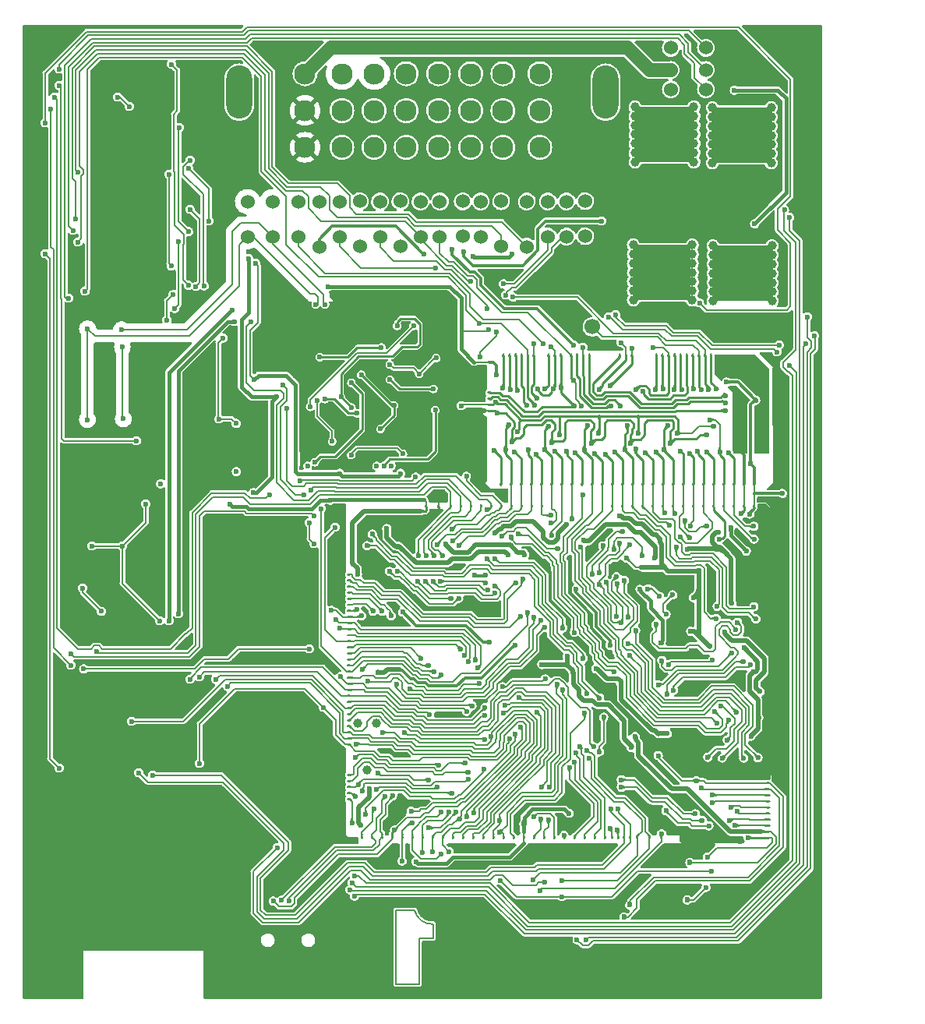
<source format=gbl>
G75*
G70*
%OFA0B0*%
%FSLAX25Y25*%
%IPPOS*%
%LPD*%
%AMOC8*
5,1,8,0,0,1.08239X$1,22.5*
%
%AMM211*
21,1,0.009840,0.009840,-0.000000,-0.000000,180.000000*
21,1,0.000000,0.019680,-0.000000,-0.000000,180.000000*
1,1,0.009840,-0.000000,0.004920*
1,1,0.009840,-0.000000,0.004920*
1,1,0.009840,-0.000000,-0.004920*
1,1,0.009840,-0.000000,-0.004920*
%
%AMM212*
21,1,0.009840,0.009840,-0.000000,-0.000000,270.000000*
21,1,0.000000,0.019680,-0.000000,-0.000000,270.000000*
1,1,0.009840,-0.004920,-0.000000*
1,1,0.009840,-0.004920,-0.000000*
1,1,0.009840,0.004920,-0.000000*
1,1,0.009840,0.004920,-0.000000*
%
%AMM277*
21,1,0.007870,1.133860,-0.000000,-0.000000,0.000000*
21,1,0.000000,1.141730,-0.000000,-0.000000,0.000000*
1,1,0.007870,-0.000000,-0.566930*
1,1,0.007870,-0.000000,-0.566930*
1,1,0.007870,-0.000000,0.566930*
1,1,0.007870,-0.000000,0.566930*
%
%AMM278*
21,1,0.009840,0.009840,-0.000000,-0.000000,90.000000*
21,1,0.000000,0.019680,-0.000000,-0.000000,90.000000*
1,1,0.009840,0.004920,-0.000000*
1,1,0.009840,0.004920,-0.000000*
1,1,0.009840,-0.004920,-0.000000*
1,1,0.009840,-0.004920,-0.000000*
%
%ADD107C,0.02362*%
%ADD118C,0.00800*%
%ADD121C,0.03937*%
%ADD168C,0.05906*%
%ADD17R,0.01378X0.00984*%
%ADD191C,0.00984*%
%ADD193C,0.06000*%
%ADD194R,0.25591X0.00984*%
%ADD222C,0.01968*%
%ADD23C,0.01575*%
%ADD236C,0.00787*%
%ADD244C,0.03900*%
%ADD35C,0.06693*%
%ADD363M211*%
%ADD364M212*%
%ADD435M277*%
%ADD436M278*%
%ADD47C,0.09055*%
%ADD55C,0.01181*%
%ADD61R,0.00984X0.71654*%
%ADD70O,0.11024X0.22835*%
%ADD79R,0.53740X0.00984*%
%ADD91R,0.25394X0.00984*%
%ADD99R,0.04921X0.00984*%
X0000000Y0000000D02*
%LPD*%
G01*
D236*
X0160024Y0006693D02*
X0160024Y0038189D01*
X0175772Y0026378D02*
X0169866Y0026378D01*
X0169866Y0026378D02*
X0169866Y0006693D01*
X0160024Y0038189D02*
X0167898Y0038189D01*
X0175772Y0026378D02*
X0175772Y0032283D01*
X0169866Y0006693D02*
X0160024Y0006693D01*
X0167898Y0038189D02*
G75*
G03*
X0175772Y0032283I0007565J0001885D01*
G01*
D107*
X0277020Y0042540D03*
X0275347Y0035315D03*
X0273182Y0043386D03*
X0269737Y0042540D03*
X0266390Y0042245D03*
X0265111Y0035315D03*
X0259993Y0040473D03*
X0257434Y0035315D03*
X0285682Y0058642D03*
X0284501Y0042599D03*
D193*
X0196206Y0326364D03*
X0196206Y0341364D03*
X0188514Y0326449D03*
X0188514Y0341449D03*
X0144488Y0341535D03*
X0144488Y0322244D03*
G36*
G01*
X0199409Y0252348D02*
X0200394Y0252348D01*
G75*
G02*
X0200886Y0251856I0000000J-000492D01*
G01*
X0200886Y0251856D01*
G75*
G02*
X0200394Y0251364I-000492J0000000D01*
G01*
X0199409Y0251364D01*
G75*
G02*
X0198917Y0251856I0000000J0000492D01*
G01*
X0198917Y0251856D01*
G75*
G02*
X0199409Y0252348I0000492J0000000D01*
G01*
G37*
G36*
G01*
X0199409Y0254947D02*
X0200394Y0254947D01*
G75*
G02*
X0200886Y0254455I0000000J-000492D01*
G01*
X0200886Y0254455D01*
G75*
G02*
X0200394Y0253963I-000492J0000000D01*
G01*
X0199409Y0253963D01*
G75*
G02*
X0198917Y0254455I0000000J0000492D01*
G01*
X0198917Y0254455D01*
G75*
G02*
X0199409Y0254947I0000492J0000000D01*
G01*
G37*
G36*
G01*
X0199409Y0257545D02*
X0200394Y0257545D01*
G75*
G02*
X0200886Y0257053I0000000J-000492D01*
G01*
X0200886Y0257053D01*
G75*
G02*
X0200394Y0256561I-000492J0000000D01*
G01*
X0199409Y0256561D01*
G75*
G02*
X0198917Y0257053I0000000J0000492D01*
G01*
X0198917Y0257053D01*
G75*
G02*
X0199409Y0257545I0000492J0000000D01*
G01*
G37*
G36*
G01*
X0199409Y0260144D02*
X0200394Y0260144D01*
G75*
G02*
X0200886Y0259651I0000000J-000492D01*
G01*
X0200886Y0259651D01*
G75*
G02*
X0200394Y0259159I-000492J0000000D01*
G01*
X0199409Y0259159D01*
G75*
G02*
X0198917Y0259651I0000000J0000492D01*
G01*
X0198917Y0259651D01*
G75*
G02*
X0199409Y0260144I0000492J0000000D01*
G01*
G37*
G36*
G01*
X0199409Y0273136D02*
X0200394Y0273136D01*
G75*
G02*
X0200886Y0272644I0000000J-000492D01*
G01*
X0200886Y0272644D01*
G75*
G02*
X0200394Y0272152I-000492J0000000D01*
G01*
X0199409Y0272152D01*
G75*
G02*
X0198917Y0272644I0000000J0000492D01*
G01*
X0198917Y0272644D01*
G75*
G02*
X0199409Y0273136I0000492J0000000D01*
G01*
G37*
G36*
G01*
X0312677Y0219991D02*
X0312677Y0220975D01*
G75*
G02*
X0313169Y0221467I0000492J0000000D01*
G01*
X0313169Y0221467D01*
G75*
G02*
X0313661Y0220975I0000000J-000492D01*
G01*
X0313661Y0219991D01*
G75*
G02*
X0313169Y0219499I-000492J0000000D01*
G01*
X0313169Y0219499D01*
G75*
G02*
X0312677Y0219991I0000000J0000492D01*
G01*
G37*
G36*
G01*
X0309331Y0220975D02*
X0309331Y0219991D01*
G75*
G02*
X0308839Y0219499I-000492J0000000D01*
G01*
X0308839Y0219499D01*
G75*
G02*
X0308346Y0219991I0000000J0000492D01*
G01*
X0308346Y0220975D01*
G75*
G02*
X0308839Y0221467I0000492J0000000D01*
G01*
X0308839Y0221467D01*
G75*
G02*
X0309331Y0220975I0000000J-000492D01*
G01*
G37*
G36*
G01*
X0305000Y0220975D02*
X0305000Y0219991D01*
G75*
G02*
X0304508Y0219499I-000492J0000000D01*
G01*
X0304508Y0219499D01*
G75*
G02*
X0304016Y0219991I0000000J0000492D01*
G01*
X0304016Y0220975D01*
G75*
G02*
X0304508Y0221467I0000492J0000000D01*
G01*
X0304508Y0221467D01*
G75*
G02*
X0305000Y0220975I0000000J-000492D01*
G01*
G37*
G36*
G01*
X0300669Y0220975D02*
X0300669Y0219991D01*
G75*
G02*
X0300177Y0219499I-000492J0000000D01*
G01*
X0300177Y0219499D01*
G75*
G02*
X0299685Y0219991I0000000J0000492D01*
G01*
X0299685Y0220975D01*
G75*
G02*
X0300177Y0221467I0000492J0000000D01*
G01*
X0300177Y0221467D01*
G75*
G02*
X0300669Y0220975I0000000J-000492D01*
G01*
G37*
G36*
G01*
X0296339Y0220975D02*
X0296339Y0219991D01*
G75*
G02*
X0295846Y0219499I-000492J0000000D01*
G01*
X0295846Y0219499D01*
G75*
G02*
X0295354Y0219991I0000000J0000492D01*
G01*
X0295354Y0220975D01*
G75*
G02*
X0295846Y0221467I0000492J0000000D01*
G01*
X0295846Y0221467D01*
G75*
G02*
X0296339Y0220975I0000000J-000492D01*
G01*
G37*
G36*
G01*
X0292008Y0220975D02*
X0292008Y0219991D01*
G75*
G02*
X0291516Y0219499I-000492J0000000D01*
G01*
X0291516Y0219499D01*
G75*
G02*
X0291024Y0219991I0000000J0000492D01*
G01*
X0291024Y0220975D01*
G75*
G02*
X0291516Y0221467I0000492J0000000D01*
G01*
X0291516Y0221467D01*
G75*
G02*
X0292008Y0220975I0000000J-000492D01*
G01*
G37*
G36*
G01*
X0287677Y0220975D02*
X0287677Y0219991D01*
G75*
G02*
X0287185Y0219499I-000492J0000000D01*
G01*
X0287185Y0219499D01*
G75*
G02*
X0286693Y0219991I0000000J0000492D01*
G01*
X0286693Y0220975D01*
G75*
G02*
X0287185Y0221467I0000492J0000000D01*
G01*
X0287185Y0221467D01*
G75*
G02*
X0287677Y0220975I0000000J-000492D01*
G01*
G37*
G36*
G01*
X0283346Y0220975D02*
X0283346Y0219991D01*
G75*
G02*
X0282854Y0219499I-000492J0000000D01*
G01*
X0282854Y0219499D01*
G75*
G02*
X0282362Y0219991I0000000J0000492D01*
G01*
X0282362Y0220975D01*
G75*
G02*
X0282854Y0221467I0000492J0000000D01*
G01*
X0282854Y0221467D01*
G75*
G02*
X0283346Y0220975I0000000J-000492D01*
G01*
G37*
G36*
G01*
X0279016Y0220975D02*
X0279016Y0219991D01*
G75*
G02*
X0278524Y0219499I-000492J0000000D01*
G01*
X0278524Y0219499D01*
G75*
G02*
X0278032Y0219991I0000000J0000492D01*
G01*
X0278032Y0220975D01*
G75*
G02*
X0278524Y0221467I0000492J0000000D01*
G01*
X0278524Y0221467D01*
G75*
G02*
X0279016Y0220975I0000000J-000492D01*
G01*
G37*
G36*
G01*
X0274685Y0220975D02*
X0274685Y0219991D01*
G75*
G02*
X0274193Y0219499I-000492J0000000D01*
G01*
X0274193Y0219499D01*
G75*
G02*
X0273701Y0219991I0000000J0000492D01*
G01*
X0273701Y0220975D01*
G75*
G02*
X0274193Y0221467I0000492J0000000D01*
G01*
X0274193Y0221467D01*
G75*
G02*
X0274685Y0220975I0000000J-000492D01*
G01*
G37*
G36*
G01*
X0270354Y0220975D02*
X0270354Y0219991D01*
G75*
G02*
X0269862Y0219499I-000492J0000000D01*
G01*
X0269862Y0219499D01*
G75*
G02*
X0269370Y0219991I0000000J0000492D01*
G01*
X0269370Y0220975D01*
G75*
G02*
X0269862Y0221467I0000492J0000000D01*
G01*
X0269862Y0221467D01*
G75*
G02*
X0270354Y0220975I0000000J-000492D01*
G01*
G37*
G36*
G01*
X0266024Y0220975D02*
X0266024Y0219991D01*
G75*
G02*
X0265532Y0219499I-000492J0000000D01*
G01*
X0265532Y0219499D01*
G75*
G02*
X0265039Y0219991I0000000J0000492D01*
G01*
X0265039Y0220975D01*
G75*
G02*
X0265532Y0221467I0000492J0000000D01*
G01*
X0265532Y0221467D01*
G75*
G02*
X0266024Y0220975I0000000J-000492D01*
G01*
G37*
G36*
G01*
X0261693Y0220975D02*
X0261693Y0219991D01*
G75*
G02*
X0261201Y0219499I-000492J0000000D01*
G01*
X0261201Y0219499D01*
G75*
G02*
X0260709Y0219991I0000000J0000492D01*
G01*
X0260709Y0220975D01*
G75*
G02*
X0261201Y0221467I0000492J0000000D01*
G01*
X0261201Y0221467D01*
G75*
G02*
X0261693Y0220975I0000000J-000492D01*
G01*
G37*
G36*
G01*
X0257362Y0220975D02*
X0257362Y0219991D01*
G75*
G02*
X0256870Y0219499I-000492J0000000D01*
G01*
X0256870Y0219499D01*
G75*
G02*
X0256378Y0219991I0000000J0000492D01*
G01*
X0256378Y0220975D01*
G75*
G02*
X0256870Y0221467I0000492J0000000D01*
G01*
X0256870Y0221467D01*
G75*
G02*
X0257362Y0220975I0000000J-000492D01*
G01*
G37*
G36*
G01*
X0253032Y0220975D02*
X0253032Y0219991D01*
G75*
G02*
X0252539Y0219499I-000492J0000000D01*
G01*
X0252539Y0219499D01*
G75*
G02*
X0252047Y0219991I0000000J0000492D01*
G01*
X0252047Y0220975D01*
G75*
G02*
X0252539Y0221467I0000492J0000000D01*
G01*
X0252539Y0221467D01*
G75*
G02*
X0253032Y0220975I0000000J-000492D01*
G01*
G37*
G36*
G01*
X0248701Y0220975D02*
X0248701Y0219991D01*
G75*
G02*
X0248209Y0219499I-000492J0000000D01*
G01*
X0248209Y0219499D01*
G75*
G02*
X0247717Y0219991I0000000J0000492D01*
G01*
X0247717Y0220975D01*
G75*
G02*
X0248209Y0221467I0000492J0000000D01*
G01*
X0248209Y0221467D01*
G75*
G02*
X0248701Y0220975I0000000J-000492D01*
G01*
G37*
G36*
G01*
X0244370Y0220975D02*
X0244370Y0219991D01*
G75*
G02*
X0243878Y0219499I-000492J0000000D01*
G01*
X0243878Y0219499D01*
G75*
G02*
X0243386Y0219991I0000000J0000492D01*
G01*
X0243386Y0220975D01*
G75*
G02*
X0243878Y0221467I0000492J0000000D01*
G01*
X0243878Y0221467D01*
G75*
G02*
X0244370Y0220975I0000000J-000492D01*
G01*
G37*
G36*
G01*
X0240039Y0220975D02*
X0240039Y0219991D01*
G75*
G02*
X0239547Y0219499I-000492J0000000D01*
G01*
X0239547Y0219499D01*
G75*
G02*
X0239055Y0219991I0000000J0000492D01*
G01*
X0239055Y0220975D01*
G75*
G02*
X0239547Y0221467I0000492J0000000D01*
G01*
X0239547Y0221467D01*
G75*
G02*
X0240039Y0220975I0000000J-000492D01*
G01*
G37*
G36*
G01*
X0235709Y0220975D02*
X0235709Y0219991D01*
G75*
G02*
X0235217Y0219499I-000492J0000000D01*
G01*
X0235217Y0219499D01*
G75*
G02*
X0234725Y0219991I0000000J0000492D01*
G01*
X0234725Y0220975D01*
G75*
G02*
X0235217Y0221467I0000492J0000000D01*
G01*
X0235217Y0221467D01*
G75*
G02*
X0235709Y0220975I0000000J-000492D01*
G01*
G37*
G36*
G01*
X0231378Y0220975D02*
X0231378Y0219991D01*
G75*
G02*
X0230886Y0219499I-000492J0000000D01*
G01*
X0230886Y0219499D01*
G75*
G02*
X0230394Y0219991I0000000J0000492D01*
G01*
X0230394Y0220975D01*
G75*
G02*
X0230886Y0221467I0000492J0000000D01*
G01*
X0230886Y0221467D01*
G75*
G02*
X0231378Y0220975I0000000J-000492D01*
G01*
G37*
G36*
G01*
X0227047Y0220975D02*
X0227047Y0219991D01*
G75*
G02*
X0226555Y0219499I-000492J0000000D01*
G01*
X0226555Y0219499D01*
G75*
G02*
X0226063Y0219991I0000000J0000492D01*
G01*
X0226063Y0220975D01*
G75*
G02*
X0226555Y0221467I0000492J0000000D01*
G01*
X0226555Y0221467D01*
G75*
G02*
X0227047Y0220975I0000000J-000492D01*
G01*
G37*
G36*
G01*
X0222717Y0220975D02*
X0222717Y0219991D01*
G75*
G02*
X0222225Y0219499I-000492J0000000D01*
G01*
X0222225Y0219499D01*
G75*
G02*
X0221732Y0219991I0000000J0000492D01*
G01*
X0221732Y0220975D01*
G75*
G02*
X0222225Y0221467I0000492J0000000D01*
G01*
X0222225Y0221467D01*
G75*
G02*
X0222717Y0220975I0000000J-000492D01*
G01*
G37*
G36*
G01*
X0218386Y0220975D02*
X0218386Y0219991D01*
G75*
G02*
X0217894Y0219499I-000492J0000000D01*
G01*
X0217894Y0219499D01*
G75*
G02*
X0217402Y0219991I0000000J0000492D01*
G01*
X0217402Y0220975D01*
G75*
G02*
X0217894Y0221467I0000492J0000000D01*
G01*
X0217894Y0221467D01*
G75*
G02*
X0218386Y0220975I0000000J-000492D01*
G01*
G37*
G36*
G01*
X0214055Y0220975D02*
X0214055Y0219991D01*
G75*
G02*
X0213563Y0219499I-000492J0000000D01*
G01*
X0213563Y0219499D01*
G75*
G02*
X0213071Y0219991I0000000J0000492D01*
G01*
X0213071Y0220975D01*
G75*
G02*
X0213563Y0221467I0000492J0000000D01*
G01*
X0213563Y0221467D01*
G75*
G02*
X0214055Y0220975I0000000J-000492D01*
G01*
G37*
G36*
G01*
X0209725Y0220975D02*
X0209725Y0219991D01*
G75*
G02*
X0209232Y0219499I-000492J0000000D01*
G01*
X0209232Y0219499D01*
G75*
G02*
X0208740Y0219991I0000000J0000492D01*
G01*
X0208740Y0220975D01*
G75*
G02*
X0209232Y0221467I0000492J0000000D01*
G01*
X0209232Y0221467D01*
G75*
G02*
X0209725Y0220975I0000000J-000492D01*
G01*
G37*
G36*
G01*
X0205394Y0220975D02*
X0205394Y0219991D01*
G75*
G02*
X0204902Y0219499I-000492J0000000D01*
G01*
X0204902Y0219499D01*
G75*
G02*
X0204410Y0219991I0000000J0000492D01*
G01*
X0204410Y0220975D01*
G75*
G02*
X0204902Y0221467I0000492J0000000D01*
G01*
X0204902Y0221467D01*
G75*
G02*
X0205394Y0220975I0000000J-000492D01*
G01*
G37*
G36*
G01*
X0206382Y0275944D02*
X0206382Y0274959D01*
G75*
G02*
X0205890Y0274467I-000492J0000000D01*
G01*
X0205890Y0274467D01*
G75*
G02*
X0205398Y0274959I0000000J0000492D01*
G01*
X0205398Y0275944D01*
G75*
G02*
X0205890Y0276436I0000492J0000000D01*
G01*
X0205890Y0276436D01*
G75*
G02*
X0206382Y0275944I0000000J-000492D01*
G01*
G37*
G36*
G01*
X0208980Y0275944D02*
X0208980Y0274959D01*
G75*
G02*
X0208488Y0274467I-000492J0000000D01*
G01*
X0208488Y0274467D01*
G75*
G02*
X0207996Y0274959I0000000J0000492D01*
G01*
X0207996Y0275944D01*
G75*
G02*
X0208488Y0276436I0000492J0000000D01*
G01*
X0208488Y0276436D01*
G75*
G02*
X0208980Y0275944I0000000J-000492D01*
G01*
G37*
G36*
G01*
X0211579Y0275944D02*
X0211579Y0274959D01*
G75*
G02*
X0211087Y0274467I-000492J0000000D01*
G01*
X0211087Y0274467D01*
G75*
G02*
X0210594Y0274959I0000000J0000492D01*
G01*
X0210594Y0275944D01*
G75*
G02*
X0211087Y0276436I0000492J0000000D01*
G01*
X0211087Y0276436D01*
G75*
G02*
X0211579Y0275944I0000000J-000492D01*
G01*
G37*
G36*
G01*
X0214177Y0275944D02*
X0214177Y0274959D01*
G75*
G02*
X0213685Y0274467I-000492J0000000D01*
G01*
X0213685Y0274467D01*
G75*
G02*
X0213193Y0274959I0000000J0000492D01*
G01*
X0213193Y0275944D01*
G75*
G02*
X0213685Y0276436I0000492J0000000D01*
G01*
X0213685Y0276436D01*
G75*
G02*
X0214177Y0275944I0000000J-000492D01*
G01*
G37*
G36*
G01*
X0216776Y0275944D02*
X0216776Y0274959D01*
G75*
G02*
X0216283Y0274467I-000492J0000000D01*
G01*
X0216283Y0274467D01*
G75*
G02*
X0215791Y0274959I0000000J0000492D01*
G01*
X0215791Y0275944D01*
G75*
G02*
X0216283Y0276436I0000492J0000000D01*
G01*
X0216283Y0276436D01*
G75*
G02*
X0216776Y0275944I0000000J-000492D01*
G01*
G37*
G36*
G01*
X0219374Y0275944D02*
X0219374Y0274959D01*
G75*
G02*
X0218882Y0274467I-000492J0000000D01*
G01*
X0218882Y0274467D01*
G75*
G02*
X0218390Y0274959I0000000J0000492D01*
G01*
X0218390Y0275944D01*
G75*
G02*
X0218882Y0276436I0000492J0000000D01*
G01*
X0218882Y0276436D01*
G75*
G02*
X0219374Y0275944I0000000J-000492D01*
G01*
G37*
G36*
G01*
X0225677Y0275944D02*
X0225677Y0274959D01*
G75*
G02*
X0225185Y0274467I-000492J0000000D01*
G01*
X0225185Y0274467D01*
G75*
G02*
X0224693Y0274959I0000000J0000492D01*
G01*
X0224693Y0275944D01*
G75*
G02*
X0225185Y0276436I0000492J0000000D01*
G01*
X0225185Y0276436D01*
G75*
G02*
X0225677Y0275944I0000000J-000492D01*
G01*
G37*
G36*
G01*
X0228276Y0275944D02*
X0228276Y0274959D01*
G75*
G02*
X0227783Y0274467I-000492J0000000D01*
G01*
X0227783Y0274467D01*
G75*
G02*
X0227291Y0274959I0000000J0000492D01*
G01*
X0227291Y0275944D01*
G75*
G02*
X0227783Y0276436I0000492J0000000D01*
G01*
X0227783Y0276436D01*
G75*
G02*
X0228276Y0275944I0000000J-000492D01*
G01*
G37*
G36*
G01*
X0230874Y0275944D02*
X0230874Y0274959D01*
G75*
G02*
X0230382Y0274467I-000492J0000000D01*
G01*
X0230382Y0274467D01*
G75*
G02*
X0229890Y0274959I0000000J0000492D01*
G01*
X0229890Y0275944D01*
G75*
G02*
X0230382Y0276436I0000492J0000000D01*
G01*
X0230382Y0276436D01*
G75*
G02*
X0230874Y0275944I0000000J-000492D01*
G01*
G37*
G36*
G01*
X0235287Y0275944D02*
X0235287Y0274959D01*
G75*
G02*
X0234795Y0274467I-000492J0000000D01*
G01*
X0234795Y0274467D01*
G75*
G02*
X0234303Y0274959I0000000J0000492D01*
G01*
X0234303Y0275944D01*
G75*
G02*
X0234795Y0276436I0000492J0000000D01*
G01*
X0234795Y0276436D01*
G75*
G02*
X0235287Y0275944I0000000J-000492D01*
G01*
G37*
G36*
G01*
X0237885Y0275944D02*
X0237885Y0274959D01*
G75*
G02*
X0237393Y0274467I-000492J0000000D01*
G01*
X0237393Y0274467D01*
G75*
G02*
X0236901Y0274959I0000000J0000492D01*
G01*
X0236901Y0275944D01*
G75*
G02*
X0237393Y0276436I0000492J0000000D01*
G01*
X0237393Y0276436D01*
G75*
G02*
X0237885Y0275944I0000000J-000492D01*
G01*
G37*
G36*
G01*
X0240484Y0275944D02*
X0240484Y0274959D01*
G75*
G02*
X0239992Y0274467I-000492J0000000D01*
G01*
X0239992Y0274467D01*
G75*
G02*
X0239500Y0274959I0000000J0000492D01*
G01*
X0239500Y0275944D01*
G75*
G02*
X0239992Y0276436I0000492J0000000D01*
G01*
X0239992Y0276436D01*
G75*
G02*
X0240484Y0275944I0000000J-000492D01*
G01*
G37*
G36*
G01*
X0243082Y0275944D02*
X0243082Y0274959D01*
G75*
G02*
X0242590Y0274467I-000492J0000000D01*
G01*
X0242590Y0274467D01*
G75*
G02*
X0242098Y0274959I0000000J0000492D01*
G01*
X0242098Y0275944D01*
G75*
G02*
X0242590Y0276436I0000492J0000000D01*
G01*
X0242590Y0276436D01*
G75*
G02*
X0243082Y0275944I0000000J-000492D01*
G01*
G37*
G36*
G01*
X0256177Y0275944D02*
X0256177Y0274959D01*
G75*
G02*
X0255685Y0274467I-000492J0000000D01*
G01*
X0255685Y0274467D01*
G75*
G02*
X0255193Y0274959I0000000J0000492D01*
G01*
X0255193Y0275944D01*
G75*
G02*
X0255685Y0276436I0000492J0000000D01*
G01*
X0255685Y0276436D01*
G75*
G02*
X0256177Y0275944I0000000J-000492D01*
G01*
G37*
G36*
G01*
X0258776Y0275944D02*
X0258776Y0274959D01*
G75*
G02*
X0258283Y0274467I-000492J0000000D01*
G01*
X0258283Y0274467D01*
G75*
G02*
X0257791Y0274959I0000000J0000492D01*
G01*
X0257791Y0275944D01*
G75*
G02*
X0258283Y0276436I0000492J0000000D01*
G01*
X0258283Y0276436D01*
G75*
G02*
X0258776Y0275944I0000000J-000492D01*
G01*
G37*
G36*
G01*
X0261374Y0275944D02*
X0261374Y0274959D01*
G75*
G02*
X0260882Y0274467I-000492J0000000D01*
G01*
X0260882Y0274467D01*
G75*
G02*
X0260390Y0274959I0000000J0000492D01*
G01*
X0260390Y0275944D01*
G75*
G02*
X0260882Y0276436I0000492J0000000D01*
G01*
X0260882Y0276436D01*
G75*
G02*
X0261374Y0275944I0000000J-000492D01*
G01*
G37*
G36*
G01*
X0271791Y0275944D02*
X0271791Y0274959D01*
G75*
G02*
X0271299Y0274467I-000492J0000000D01*
G01*
X0271299Y0274467D01*
G75*
G02*
X0270807Y0274959I0000000J0000492D01*
G01*
X0270807Y0275944D01*
G75*
G02*
X0271299Y0276436I0000492J0000000D01*
G01*
X0271299Y0276436D01*
G75*
G02*
X0271791Y0275944I0000000J-000492D01*
G01*
G37*
G36*
G01*
X0274390Y0275944D02*
X0274390Y0274959D01*
G75*
G02*
X0273898Y0274467I-000492J0000000D01*
G01*
X0273898Y0274467D01*
G75*
G02*
X0273405Y0274959I0000000J0000492D01*
G01*
X0273405Y0275944D01*
G75*
G02*
X0273898Y0276436I0000492J0000000D01*
G01*
X0273898Y0276436D01*
G75*
G02*
X0274390Y0275944I0000000J-000492D01*
G01*
G37*
G36*
G01*
X0276988Y0275944D02*
X0276988Y0274959D01*
G75*
G02*
X0276496Y0274467I-000492J0000000D01*
G01*
X0276496Y0274467D01*
G75*
G02*
X0276004Y0274959I0000000J0000492D01*
G01*
X0276004Y0275944D01*
G75*
G02*
X0276496Y0276436I0000492J0000000D01*
G01*
X0276496Y0276436D01*
G75*
G02*
X0276988Y0275944I0000000J-000492D01*
G01*
G37*
G36*
G01*
X0279587Y0275944D02*
X0279587Y0274959D01*
G75*
G02*
X0279094Y0274467I-000492J0000000D01*
G01*
X0279094Y0274467D01*
G75*
G02*
X0278602Y0274959I0000000J0000492D01*
G01*
X0278602Y0275944D01*
G75*
G02*
X0279094Y0276436I0000492J0000000D01*
G01*
X0279094Y0276436D01*
G75*
G02*
X0279587Y0275944I0000000J-000492D01*
G01*
G37*
G36*
G01*
X0282185Y0275944D02*
X0282185Y0274959D01*
G75*
G02*
X0281693Y0274467I-000492J0000000D01*
G01*
X0281693Y0274467D01*
G75*
G02*
X0281201Y0274959I0000000J0000492D01*
G01*
X0281201Y0275944D01*
G75*
G02*
X0281693Y0276436I0000492J0000000D01*
G01*
X0281693Y0276436D01*
G75*
G02*
X0282185Y0275944I0000000J-000492D01*
G01*
G37*
G36*
G01*
X0284783Y0275944D02*
X0284783Y0274959D01*
G75*
G02*
X0284291Y0274467I-000492J0000000D01*
G01*
X0284291Y0274467D01*
G75*
G02*
X0283799Y0274959I0000000J0000492D01*
G01*
X0283799Y0275944D01*
G75*
G02*
X0284291Y0276436I0000492J0000000D01*
G01*
X0284291Y0276436D01*
G75*
G02*
X0284783Y0275944I0000000J-000492D01*
G01*
G37*
G36*
G01*
X0287382Y0275944D02*
X0287382Y0274959D01*
G75*
G02*
X0286890Y0274467I-000492J0000000D01*
G01*
X0286890Y0274467D01*
G75*
G02*
X0286398Y0274959I0000000J0000492D01*
G01*
X0286398Y0275944D01*
G75*
G02*
X0286890Y0276436I0000492J0000000D01*
G01*
X0286890Y0276436D01*
G75*
G02*
X0287382Y0275944I0000000J-000492D01*
G01*
G37*
G36*
G01*
X0289980Y0275944D02*
X0289980Y0274959D01*
G75*
G02*
X0289488Y0274467I-000492J0000000D01*
G01*
X0289488Y0274467D01*
G75*
G02*
X0288996Y0274959I0000000J0000492D01*
G01*
X0288996Y0275944D01*
G75*
G02*
X0289488Y0276436I0000492J0000000D01*
G01*
X0289488Y0276436D01*
G75*
G02*
X0289980Y0275944I0000000J-000492D01*
G01*
G37*
G36*
G01*
X0292579Y0275944D02*
X0292579Y0274959D01*
G75*
G02*
X0292087Y0274467I-000492J0000000D01*
G01*
X0292087Y0274467D01*
G75*
G02*
X0291594Y0274959I0000000J0000492D01*
G01*
X0291594Y0275944D01*
G75*
G02*
X0292087Y0276436I0000492J0000000D01*
G01*
X0292087Y0276436D01*
G75*
G02*
X0292579Y0275944I0000000J-000492D01*
G01*
G37*
G36*
G01*
X0295177Y0275944D02*
X0295177Y0274959D01*
G75*
G02*
X0294685Y0274467I-000492J0000000D01*
G01*
X0294685Y0274467D01*
G75*
G02*
X0294193Y0274959I0000000J0000492D01*
G01*
X0294193Y0275944D01*
G75*
G02*
X0294685Y0276436I0000492J0000000D01*
G01*
X0294685Y0276436D01*
G75*
G02*
X0295177Y0275944I0000000J-000492D01*
G01*
G37*
D35*
X0243929Y0287795D03*
D193*
X0096457Y0326358D03*
X0096457Y0341358D03*
X0292539Y0407087D03*
X0277539Y0407087D03*
X0153150Y0326358D03*
X0153150Y0341358D03*
X0178740Y0326358D03*
X0178740Y0341358D03*
D107*
X0223516Y0050148D03*
X0221449Y0046703D03*
X0218496Y0051329D03*
X0204520Y0051033D03*
X0059315Y0220622D03*
X0091697Y0225838D03*
X0091628Y0246439D03*
X0084217Y0248378D03*
X0113154Y0252807D03*
X0122146Y0228346D03*
X0151673Y0228346D03*
X0154823Y0228346D03*
X0157972Y0228346D03*
D99*
X0121260Y0298228D03*
D17*
X0119488Y0227559D03*
D91*
X0172638Y0227559D03*
D61*
X0119291Y0262894D03*
D194*
X0136909Y0227559D03*
D79*
X0158465Y0298228D03*
D61*
X0184843Y0262894D03*
D107*
X0129626Y0297343D03*
X0125689Y0297343D03*
D193*
X0170472Y0326358D03*
X0170472Y0341358D03*
X0118110Y0326358D03*
X0118110Y0341358D03*
X0215929Y0341339D03*
X0215929Y0322047D03*
X0277539Y0389370D03*
X0292539Y0389370D03*
X0161811Y0341535D03*
X0161811Y0322244D03*
G36*
G01*
X0139411Y0086235D02*
X0140396Y0086235D01*
G75*
G02*
X0140888Y0085743I0000000J-000492D01*
G01*
X0140888Y0085743D01*
G75*
G02*
X0140396Y0085250I-000492J0000000D01*
G01*
X0139411Y0085250D01*
G75*
G02*
X0138919Y0085743I0000000J0000492D01*
G01*
X0138919Y0085743D01*
G75*
G02*
X0139411Y0086235I0000492J0000000D01*
G01*
G37*
G36*
G01*
X0140396Y0087849D02*
X0139411Y0087849D01*
G75*
G02*
X0138919Y0088341I0000000J0000492D01*
G01*
X0138919Y0088341D01*
G75*
G02*
X0139411Y0088833I0000492J0000000D01*
G01*
X0140396Y0088833D01*
G75*
G02*
X0140888Y0088341I0000000J-000492D01*
G01*
X0140888Y0088341D01*
G75*
G02*
X0140396Y0087849I-000492J0000000D01*
G01*
G37*
G36*
G01*
X0140396Y0090447D02*
X0139411Y0090447D01*
G75*
G02*
X0138919Y0090939I0000000J0000492D01*
G01*
X0138919Y0090939D01*
G75*
G02*
X0139411Y0091432I0000492J0000000D01*
G01*
X0140396Y0091432D01*
G75*
G02*
X0140888Y0090939I0000000J-000492D01*
G01*
X0140888Y0090939D01*
G75*
G02*
X0140396Y0090447I-000492J0000000D01*
G01*
G37*
G36*
G01*
X0140396Y0093046D02*
X0139411Y0093046D01*
G75*
G02*
X0138919Y0093538I0000000J0000492D01*
G01*
X0138919Y0093538D01*
G75*
G02*
X0139411Y0094030I0000492J0000000D01*
G01*
X0140396Y0094030D01*
G75*
G02*
X0140888Y0093538I0000000J-000492D01*
G01*
X0140888Y0093538D01*
G75*
G02*
X0140396Y0093046I-000492J0000000D01*
G01*
G37*
G36*
G01*
X0140396Y0095644D02*
X0139411Y0095644D01*
G75*
G02*
X0138919Y0096136I0000000J0000492D01*
G01*
X0138919Y0096136D01*
G75*
G02*
X0139411Y0096628I0000492J0000000D01*
G01*
X0140396Y0096628D01*
G75*
G02*
X0140888Y0096136I0000000J-000492D01*
G01*
X0140888Y0096136D01*
G75*
G02*
X0140396Y0095644I-000492J0000000D01*
G01*
G37*
G36*
G01*
X0140396Y0108636D02*
X0139411Y0108636D01*
G75*
G02*
X0138919Y0109128I0000000J0000492D01*
G01*
X0138919Y0109128D01*
G75*
G02*
X0139411Y0109621I0000492J0000000D01*
G01*
X0140396Y0109621D01*
G75*
G02*
X0140888Y0109128I0000000J-000492D01*
G01*
X0140888Y0109128D01*
G75*
G02*
X0140396Y0108636I-000492J0000000D01*
G01*
G37*
G36*
G01*
X0140396Y0111235D02*
X0139411Y0111235D01*
G75*
G02*
X0138919Y0111727I0000000J0000492D01*
G01*
X0138919Y0111727D01*
G75*
G02*
X0139411Y0112219I0000492J0000000D01*
G01*
X0140396Y0112219D01*
G75*
G02*
X0140888Y0111727I0000000J-000492D01*
G01*
X0140888Y0111727D01*
G75*
G02*
X0140396Y0111235I-000492J0000000D01*
G01*
G37*
G36*
G01*
X0140396Y0113833D02*
X0139411Y0113833D01*
G75*
G02*
X0138919Y0114325I0000000J0000492D01*
G01*
X0138919Y0114325D01*
G75*
G02*
X0139411Y0114817I0000492J0000000D01*
G01*
X0140396Y0114817D01*
G75*
G02*
X0140888Y0114325I0000000J-000492D01*
G01*
X0140888Y0114325D01*
G75*
G02*
X0140396Y0113833I-000492J0000000D01*
G01*
G37*
G36*
G01*
X0140396Y0116432D02*
X0139411Y0116432D01*
G75*
G02*
X0138919Y0116924I0000000J0000492D01*
G01*
X0138919Y0116924D01*
G75*
G02*
X0139411Y0117416I0000492J0000000D01*
G01*
X0140396Y0117416D01*
G75*
G02*
X0140888Y0116924I0000000J-000492D01*
G01*
X0140888Y0116924D01*
G75*
G02*
X0140396Y0116432I-000492J0000000D01*
G01*
G37*
G36*
G01*
X0140396Y0119030D02*
X0139411Y0119030D01*
G75*
G02*
X0138919Y0119522I0000000J0000492D01*
G01*
X0138919Y0119522D01*
G75*
G02*
X0139411Y0120014I0000492J0000000D01*
G01*
X0140396Y0120014D01*
G75*
G02*
X0140888Y0119522I0000000J-000492D01*
G01*
X0140888Y0119522D01*
G75*
G02*
X0140396Y0119030I-000492J0000000D01*
G01*
G37*
G36*
G01*
X0140396Y0121628D02*
X0139411Y0121628D01*
G75*
G02*
X0138919Y0122121I0000000J0000492D01*
G01*
X0138919Y0122121D01*
G75*
G02*
X0139411Y0122613I0000492J0000000D01*
G01*
X0140396Y0122613D01*
G75*
G02*
X0140888Y0122121I0000000J-000492D01*
G01*
X0140888Y0122121D01*
G75*
G02*
X0140396Y0121628I-000492J0000000D01*
G01*
G37*
G36*
G01*
X0140396Y0124227D02*
X0139411Y0124227D01*
G75*
G02*
X0138919Y0124719I0000000J0000492D01*
G01*
X0138919Y0124719D01*
G75*
G02*
X0139411Y0125211I0000492J0000000D01*
G01*
X0140396Y0125211D01*
G75*
G02*
X0140888Y0124719I0000000J-000492D01*
G01*
X0140888Y0124719D01*
G75*
G02*
X0140396Y0124227I-000492J0000000D01*
G01*
G37*
G36*
G01*
X0140396Y0126825D02*
X0139411Y0126825D01*
G75*
G02*
X0138919Y0127317I0000000J0000492D01*
G01*
X0138919Y0127317D01*
G75*
G02*
X0139411Y0127810I0000492J0000000D01*
G01*
X0140396Y0127810D01*
G75*
G02*
X0140888Y0127317I0000000J-000492D01*
G01*
X0140888Y0127317D01*
G75*
G02*
X0140396Y0126825I-000492J0000000D01*
G01*
G37*
G36*
G01*
X0140396Y0129424D02*
X0139411Y0129424D01*
G75*
G02*
X0138919Y0129916I0000000J0000492D01*
G01*
X0138919Y0129916D01*
G75*
G02*
X0139411Y0130408I0000492J0000000D01*
G01*
X0140396Y0130408D01*
G75*
G02*
X0140888Y0129916I0000000J-000492D01*
G01*
X0140888Y0129916D01*
G75*
G02*
X0140396Y0129424I-000492J0000000D01*
G01*
G37*
G36*
G01*
X0140396Y0132022D02*
X0139411Y0132022D01*
G75*
G02*
X0138919Y0132514I0000000J0000492D01*
G01*
X0138919Y0132514D01*
G75*
G02*
X0139411Y0133006I0000492J0000000D01*
G01*
X0140396Y0133006D01*
G75*
G02*
X0140888Y0132514I0000000J-000492D01*
G01*
X0140888Y0132514D01*
G75*
G02*
X0140396Y0132022I-000492J0000000D01*
G01*
G37*
G36*
G01*
X0140396Y0134621D02*
X0139411Y0134621D01*
G75*
G02*
X0138919Y0135113I0000000J0000492D01*
G01*
X0138919Y0135113D01*
G75*
G02*
X0139411Y0135605I0000492J0000000D01*
G01*
X0140396Y0135605D01*
G75*
G02*
X0140888Y0135113I0000000J-000492D01*
G01*
X0140888Y0135113D01*
G75*
G02*
X0140396Y0134621I-000492J0000000D01*
G01*
G37*
G36*
G01*
X0140396Y0137219D02*
X0139411Y0137219D01*
G75*
G02*
X0138919Y0137711I0000000J0000492D01*
G01*
X0138919Y0137711D01*
G75*
G02*
X0139411Y0138203I0000492J0000000D01*
G01*
X0140396Y0138203D01*
G75*
G02*
X0140888Y0137711I0000000J-000492D01*
G01*
X0140888Y0137711D01*
G75*
G02*
X0140396Y0137219I-000492J0000000D01*
G01*
G37*
G36*
G01*
X0140396Y0139817D02*
X0139411Y0139817D01*
G75*
G02*
X0138919Y0140310I0000000J0000492D01*
G01*
X0138919Y0140310D01*
G75*
G02*
X0139411Y0140802I0000492J0000000D01*
G01*
X0140396Y0140802D01*
G75*
G02*
X0140888Y0140310I0000000J-000492D01*
G01*
X0140888Y0140310D01*
G75*
G02*
X0140396Y0139817I-000492J0000000D01*
G01*
G37*
G36*
G01*
X0140396Y0142416D02*
X0139411Y0142416D01*
G75*
G02*
X0138919Y0142908I0000000J0000492D01*
G01*
X0138919Y0142908D01*
G75*
G02*
X0139411Y0143400I0000492J0000000D01*
G01*
X0140396Y0143400D01*
G75*
G02*
X0140888Y0142908I0000000J-000492D01*
G01*
X0140888Y0142908D01*
G75*
G02*
X0140396Y0142416I-000492J0000000D01*
G01*
G37*
G36*
G01*
X0140396Y0145014D02*
X0139411Y0145014D01*
G75*
G02*
X0138919Y0145506I0000000J0000492D01*
G01*
X0138919Y0145506D01*
G75*
G02*
X0139411Y0145999I0000492J0000000D01*
G01*
X0140396Y0145999D01*
G75*
G02*
X0140888Y0145506I0000000J-000492D01*
G01*
X0140888Y0145506D01*
G75*
G02*
X0140396Y0145014I-000492J0000000D01*
G01*
G37*
G36*
G01*
X0140396Y0147613D02*
X0139411Y0147613D01*
G75*
G02*
X0138919Y0148105I0000000J0000492D01*
G01*
X0138919Y0148105D01*
G75*
G02*
X0139411Y0148597I0000492J0000000D01*
G01*
X0140396Y0148597D01*
G75*
G02*
X0140888Y0148105I0000000J-000492D01*
G01*
X0140888Y0148105D01*
G75*
G02*
X0140396Y0147613I-000492J0000000D01*
G01*
G37*
G36*
G01*
X0140396Y0150211D02*
X0139411Y0150211D01*
G75*
G02*
X0138919Y0150703I0000000J0000492D01*
G01*
X0138919Y0150703D01*
G75*
G02*
X0139411Y0151195I0000492J0000000D01*
G01*
X0140396Y0151195D01*
G75*
G02*
X0140888Y0150703I0000000J-000492D01*
G01*
X0140888Y0150703D01*
G75*
G02*
X0140396Y0150211I-000492J0000000D01*
G01*
G37*
G36*
G01*
X0140396Y0152810D02*
X0139411Y0152810D01*
G75*
G02*
X0138919Y0153302I0000000J0000492D01*
G01*
X0138919Y0153302D01*
G75*
G02*
X0139411Y0153794I0000492J0000000D01*
G01*
X0140396Y0153794D01*
G75*
G02*
X0140888Y0153302I0000000J-000492D01*
G01*
X0140888Y0153302D01*
G75*
G02*
X0140396Y0152810I-000492J0000000D01*
G01*
G37*
G36*
G01*
X0140396Y0155408D02*
X0139411Y0155408D01*
G75*
G02*
X0138919Y0155900I0000000J0000492D01*
G01*
X0138919Y0155900D01*
G75*
G02*
X0139411Y0156392I0000492J0000000D01*
G01*
X0140396Y0156392D01*
G75*
G02*
X0140888Y0155900I0000000J-000492D01*
G01*
X0140888Y0155900D01*
G75*
G02*
X0140396Y0155408I-000492J0000000D01*
G01*
G37*
G36*
G01*
X0140396Y0158006D02*
X0139411Y0158006D01*
G75*
G02*
X0138919Y0158499I0000000J0000492D01*
G01*
X0138919Y0158499D01*
G75*
G02*
X0139411Y0158991I0000492J0000000D01*
G01*
X0140396Y0158991D01*
G75*
G02*
X0140888Y0158499I0000000J-000492D01*
G01*
X0140888Y0158499D01*
G75*
G02*
X0140396Y0158006I-000492J0000000D01*
G01*
G37*
G36*
G01*
X0140396Y0160605D02*
X0139411Y0160605D01*
G75*
G02*
X0138919Y0161097I0000000J0000492D01*
G01*
X0138919Y0161097D01*
G75*
G02*
X0139411Y0161589I0000492J0000000D01*
G01*
X0140396Y0161589D01*
G75*
G02*
X0140888Y0161097I0000000J-000492D01*
G01*
X0140888Y0161097D01*
G75*
G02*
X0140396Y0160605I-000492J0000000D01*
G01*
G37*
G36*
G01*
X0140396Y0163203D02*
X0139411Y0163203D01*
G75*
G02*
X0138919Y0163695I0000000J0000492D01*
G01*
X0138919Y0163695D01*
G75*
G02*
X0139411Y0164188I0000492J0000000D01*
G01*
X0140396Y0164188D01*
G75*
G02*
X0140888Y0163695I0000000J-000492D01*
G01*
X0140888Y0163695D01*
G75*
G02*
X0140396Y0163203I-000492J0000000D01*
G01*
G37*
G36*
G01*
X0140396Y0165802D02*
X0139411Y0165802D01*
G75*
G02*
X0138919Y0166294I0000000J0000492D01*
G01*
X0138919Y0166294D01*
G75*
G02*
X0139411Y0166786I0000492J0000000D01*
G01*
X0140396Y0166786D01*
G75*
G02*
X0140888Y0166294I0000000J-000492D01*
G01*
X0140888Y0166294D01*
G75*
G02*
X0140396Y0165802I-000492J0000000D01*
G01*
G37*
G36*
G01*
X0140396Y0168400D02*
X0139411Y0168400D01*
G75*
G02*
X0138919Y0168892I0000000J0000492D01*
G01*
X0138919Y0168892D01*
G75*
G02*
X0139411Y0169384I0000492J0000000D01*
G01*
X0140396Y0169384D01*
G75*
G02*
X0140888Y0168892I0000000J-000492D01*
G01*
X0140888Y0168892D01*
G75*
G02*
X0140396Y0168400I-000492J0000000D01*
G01*
G37*
G36*
G01*
X0140396Y0170999D02*
X0139411Y0170999D01*
G75*
G02*
X0138919Y0171491I0000000J0000492D01*
G01*
X0138919Y0171491D01*
G75*
G02*
X0139411Y0171983I0000492J0000000D01*
G01*
X0140396Y0171983D01*
G75*
G02*
X0140888Y0171491I0000000J-000492D01*
G01*
X0140888Y0171491D01*
G75*
G02*
X0140396Y0170999I-000492J0000000D01*
G01*
G37*
G36*
G01*
X0140396Y0173597D02*
X0139411Y0173597D01*
G75*
G02*
X0138919Y0174089I0000000J0000492D01*
G01*
X0138919Y0174089D01*
G75*
G02*
X0139411Y0174581I0000492J0000000D01*
G01*
X0140396Y0174581D01*
G75*
G02*
X0140888Y0174089I0000000J-000492D01*
G01*
X0140888Y0174089D01*
G75*
G02*
X0140396Y0173597I-000492J0000000D01*
G01*
G37*
G36*
G01*
X0140396Y0176195D02*
X0139411Y0176195D01*
G75*
G02*
X0138919Y0176688I0000000J0000492D01*
G01*
X0138919Y0176688D01*
G75*
G02*
X0139411Y0177180I0000492J0000000D01*
G01*
X0140396Y0177180D01*
G75*
G02*
X0140888Y0176688I0000000J-000492D01*
G01*
X0140888Y0176688D01*
G75*
G02*
X0140396Y0176195I-000492J0000000D01*
G01*
G37*
G36*
G01*
X0140396Y0178794D02*
X0139411Y0178794D01*
G75*
G02*
X0138919Y0179286I0000000J0000492D01*
G01*
X0138919Y0179286D01*
G75*
G02*
X0139411Y0179778I0000492J0000000D01*
G01*
X0140396Y0179778D01*
G75*
G02*
X0140888Y0179286I0000000J-000492D01*
G01*
X0140888Y0179286D01*
G75*
G02*
X0140396Y0178794I-000492J0000000D01*
G01*
G37*
G36*
G01*
X0140396Y0181392D02*
X0139411Y0181392D01*
G75*
G02*
X0138919Y0181884I0000000J0000492D01*
G01*
X0138919Y0181884D01*
G75*
G02*
X0139411Y0182376I0000492J0000000D01*
G01*
X0140396Y0182376D01*
G75*
G02*
X0140888Y0181884I0000000J-000492D01*
G01*
X0140888Y0181884D01*
G75*
G02*
X0140396Y0181392I-000492J0000000D01*
G01*
G37*
G36*
G01*
X0273061Y0069002D02*
X0273061Y0069987D01*
G75*
G02*
X0273553Y0070479I0000492J0000000D01*
G01*
X0273553Y0070479D01*
G75*
G02*
X0274045Y0069987I0000000J-000492D01*
G01*
X0274045Y0069002D01*
G75*
G02*
X0273553Y0068510I-000492J0000000D01*
G01*
X0273553Y0068510D01*
G75*
G02*
X0273061Y0069002I0000000J0000492D01*
G01*
G37*
G36*
G01*
X0268848Y0069987D02*
X0268848Y0069002D01*
G75*
G02*
X0268356Y0068510I-000492J0000000D01*
G01*
X0268356Y0068510D01*
G75*
G02*
X0267864Y0069002I0000000J0000492D01*
G01*
X0267864Y0069987D01*
G75*
G02*
X0268356Y0070479I0000492J0000000D01*
G01*
X0268356Y0070479D01*
G75*
G02*
X0268848Y0069987I0000000J-000492D01*
G01*
G37*
G36*
G01*
X0263652Y0069987D02*
X0263652Y0069002D01*
G75*
G02*
X0263159Y0068510I-000492J0000000D01*
G01*
X0263159Y0068510D01*
G75*
G02*
X0262667Y0069002I0000000J0000492D01*
G01*
X0262667Y0069987D01*
G75*
G02*
X0263159Y0070479I0000492J0000000D01*
G01*
X0263159Y0070479D01*
G75*
G02*
X0263652Y0069987I0000000J-000492D01*
G01*
G37*
G36*
G01*
X0260659Y0069987D02*
X0260659Y0069002D01*
G75*
G02*
X0260167Y0068510I-000492J0000000D01*
G01*
X0260167Y0068510D01*
G75*
G02*
X0259675Y0069002I0000000J0000492D01*
G01*
X0259675Y0069987D01*
G75*
G02*
X0260167Y0070479I0000492J0000000D01*
G01*
X0260167Y0070479D01*
G75*
G02*
X0260659Y0069987I0000000J-000492D01*
G01*
G37*
G36*
G01*
X0258041Y0069987D02*
X0258041Y0069002D01*
G75*
G02*
X0257549Y0068510I-000492J0000000D01*
G01*
X0257549Y0068510D01*
G75*
G02*
X0257057Y0069002I0000000J0000492D01*
G01*
X0257057Y0069987D01*
G75*
G02*
X0257549Y0070479I0000492J0000000D01*
G01*
X0257549Y0070479D01*
G75*
G02*
X0258041Y0069987I0000000J-000492D01*
G01*
G37*
G36*
G01*
X0255423Y0069987D02*
X0255423Y0069002D01*
G75*
G02*
X0254931Y0068510I-000492J0000000D01*
G01*
X0254931Y0068510D01*
G75*
G02*
X0254439Y0069002I0000000J0000492D01*
G01*
X0254439Y0069987D01*
G75*
G02*
X0254931Y0070479I0000492J0000000D01*
G01*
X0254931Y0070479D01*
G75*
G02*
X0255423Y0069987I0000000J-000492D01*
G01*
G37*
G36*
G01*
X0252805Y0069987D02*
X0252805Y0069002D01*
G75*
G02*
X0252313Y0068510I-000492J0000000D01*
G01*
X0252313Y0068510D01*
G75*
G02*
X0251821Y0069002I0000000J0000492D01*
G01*
X0251821Y0069987D01*
G75*
G02*
X0252313Y0070479I0000492J0000000D01*
G01*
X0252313Y0070479D01*
G75*
G02*
X0252805Y0069987I0000000J-000492D01*
G01*
G37*
G36*
G01*
X0249754Y0069987D02*
X0249754Y0069002D01*
G75*
G02*
X0249262Y0068510I-000492J0000000D01*
G01*
X0249262Y0068510D01*
G75*
G02*
X0248770Y0069002I0000000J0000492D01*
G01*
X0248770Y0069987D01*
G75*
G02*
X0249262Y0070479I0000492J0000000D01*
G01*
X0249262Y0070479D01*
G75*
G02*
X0249754Y0069987I0000000J-000492D01*
G01*
G37*
G36*
G01*
X0245423Y0069987D02*
X0245423Y0069002D01*
G75*
G02*
X0244931Y0068510I-000492J0000000D01*
G01*
X0244931Y0068510D01*
G75*
G02*
X0244439Y0069002I0000000J0000492D01*
G01*
X0244439Y0069987D01*
G75*
G02*
X0244931Y0070479I0000492J0000000D01*
G01*
X0244931Y0070479D01*
G75*
G02*
X0245423Y0069987I0000000J-000492D01*
G01*
G37*
G36*
G01*
X0241093Y0069987D02*
X0241093Y0069002D01*
G75*
G02*
X0240600Y0068510I-000492J0000000D01*
G01*
X0240600Y0068510D01*
G75*
G02*
X0240108Y0069002I0000000J0000492D01*
G01*
X0240108Y0069987D01*
G75*
G02*
X0240600Y0070479I0000492J0000000D01*
G01*
X0240600Y0070479D01*
G75*
G02*
X0241093Y0069987I0000000J-000492D01*
G01*
G37*
G36*
G01*
X0236762Y0069987D02*
X0236762Y0069002D01*
G75*
G02*
X0236270Y0068510I-000492J0000000D01*
G01*
X0236270Y0068510D01*
G75*
G02*
X0235778Y0069002I0000000J0000492D01*
G01*
X0235778Y0069987D01*
G75*
G02*
X0236270Y0070479I0000492J0000000D01*
G01*
X0236270Y0070479D01*
G75*
G02*
X0236762Y0069987I0000000J-000492D01*
G01*
G37*
G36*
G01*
X0232431Y0069987D02*
X0232431Y0069002D01*
G75*
G02*
X0231939Y0068510I-000492J0000000D01*
G01*
X0231939Y0068510D01*
G75*
G02*
X0231447Y0069002I0000000J0000492D01*
G01*
X0231447Y0069987D01*
G75*
G02*
X0231939Y0070479I0000492J0000000D01*
G01*
X0231939Y0070479D01*
G75*
G02*
X0232431Y0069987I0000000J-000492D01*
G01*
G37*
G36*
G01*
X0228100Y0069987D02*
X0228100Y0069002D01*
G75*
G02*
X0227608Y0068510I-000492J0000000D01*
G01*
X0227608Y0068510D01*
G75*
G02*
X0227116Y0069002I0000000J0000492D01*
G01*
X0227116Y0069987D01*
G75*
G02*
X0227608Y0070479I0000492J0000000D01*
G01*
X0227608Y0070479D01*
G75*
G02*
X0228100Y0069987I0000000J-000492D01*
G01*
G37*
G36*
G01*
X0223770Y0069987D02*
X0223770Y0069002D01*
G75*
G02*
X0223278Y0068510I-000492J0000000D01*
G01*
X0223278Y0068510D01*
G75*
G02*
X0222785Y0069002I0000000J0000492D01*
G01*
X0222785Y0069987D01*
G75*
G02*
X0223278Y0070479I0000492J0000000D01*
G01*
X0223278Y0070479D01*
G75*
G02*
X0223770Y0069987I0000000J-000492D01*
G01*
G37*
G36*
G01*
X0219439Y0069987D02*
X0219439Y0069002D01*
G75*
G02*
X0218947Y0068510I-000492J0000000D01*
G01*
X0218947Y0068510D01*
G75*
G02*
X0218455Y0069002I0000000J0000492D01*
G01*
X0218455Y0069987D01*
G75*
G02*
X0218947Y0070479I0000492J0000000D01*
G01*
X0218947Y0070479D01*
G75*
G02*
X0219439Y0069987I0000000J-000492D01*
G01*
G37*
G36*
G01*
X0215108Y0069987D02*
X0215108Y0069002D01*
G75*
G02*
X0214616Y0068510I-000492J0000000D01*
G01*
X0214616Y0068510D01*
G75*
G02*
X0214124Y0069002I0000000J0000492D01*
G01*
X0214124Y0069987D01*
G75*
G02*
X0214616Y0070479I0000492J0000000D01*
G01*
X0214616Y0070479D01*
G75*
G02*
X0215108Y0069987I0000000J-000492D01*
G01*
G37*
G36*
G01*
X0210778Y0069987D02*
X0210778Y0069002D01*
G75*
G02*
X0210286Y0068510I-000492J0000000D01*
G01*
X0210286Y0068510D01*
G75*
G02*
X0209793Y0069002I0000000J0000492D01*
G01*
X0209793Y0069987D01*
G75*
G02*
X0210286Y0070479I0000492J0000000D01*
G01*
X0210286Y0070479D01*
G75*
G02*
X0210778Y0069987I0000000J-000492D01*
G01*
G37*
G36*
G01*
X0206447Y0069987D02*
X0206447Y0069002D01*
G75*
G02*
X0205955Y0068510I-000492J0000000D01*
G01*
X0205955Y0068510D01*
G75*
G02*
X0205463Y0069002I0000000J0000492D01*
G01*
X0205463Y0069987D01*
G75*
G02*
X0205955Y0070479I0000492J0000000D01*
G01*
X0205955Y0070479D01*
G75*
G02*
X0206447Y0069987I0000000J-000492D01*
G01*
G37*
G36*
G01*
X0202116Y0069987D02*
X0202116Y0069002D01*
G75*
G02*
X0201624Y0068510I-000492J0000000D01*
G01*
X0201624Y0068510D01*
G75*
G02*
X0201132Y0069002I0000000J0000492D01*
G01*
X0201132Y0069987D01*
G75*
G02*
X0201624Y0070479I0000492J0000000D01*
G01*
X0201624Y0070479D01*
G75*
G02*
X0202116Y0069987I0000000J-000492D01*
G01*
G37*
G36*
G01*
X0197786Y0069987D02*
X0197786Y0069002D01*
G75*
G02*
X0197293Y0068510I-000492J0000000D01*
G01*
X0197293Y0068510D01*
G75*
G02*
X0196801Y0069002I0000000J0000492D01*
G01*
X0196801Y0069987D01*
G75*
G02*
X0197293Y0070479I0000492J0000000D01*
G01*
X0197293Y0070479D01*
G75*
G02*
X0197786Y0069987I0000000J-000492D01*
G01*
G37*
G36*
G01*
X0193455Y0069987D02*
X0193455Y0069002D01*
G75*
G02*
X0192963Y0068510I-000492J0000000D01*
G01*
X0192963Y0068510D01*
G75*
G02*
X0192471Y0069002I0000000J0000492D01*
G01*
X0192471Y0069987D01*
G75*
G02*
X0192963Y0070479I0000492J0000000D01*
G01*
X0192963Y0070479D01*
G75*
G02*
X0193455Y0069987I0000000J-000492D01*
G01*
G37*
G36*
G01*
X0189124Y0069987D02*
X0189124Y0069002D01*
G75*
G02*
X0188632Y0068510I-000492J0000000D01*
G01*
X0188632Y0068510D01*
G75*
G02*
X0188140Y0069002I0000000J0000492D01*
G01*
X0188140Y0069987D01*
G75*
G02*
X0188632Y0070479I0000492J0000000D01*
G01*
X0188632Y0070479D01*
G75*
G02*
X0189124Y0069987I0000000J-000492D01*
G01*
G37*
G36*
G01*
X0184793Y0069987D02*
X0184793Y0069002D01*
G75*
G02*
X0184301Y0068510I-000492J0000000D01*
G01*
X0184301Y0068510D01*
G75*
G02*
X0183809Y0069002I0000000J0000492D01*
G01*
X0183809Y0069987D01*
G75*
G02*
X0184301Y0070479I0000492J0000000D01*
G01*
X0184301Y0070479D01*
G75*
G02*
X0184793Y0069987I0000000J-000492D01*
G01*
G37*
G36*
G01*
X0180463Y0069987D02*
X0180463Y0069002D01*
G75*
G02*
X0179971Y0068510I-000492J0000000D01*
G01*
X0179971Y0068510D01*
G75*
G02*
X0179478Y0069002I0000000J0000492D01*
G01*
X0179478Y0069987D01*
G75*
G02*
X0179971Y0070479I0000492J0000000D01*
G01*
X0179971Y0070479D01*
G75*
G02*
X0180463Y0069987I0000000J-000492D01*
G01*
G37*
G36*
G01*
X0176132Y0069987D02*
X0176132Y0069002D01*
G75*
G02*
X0175640Y0068510I-000492J0000000D01*
G01*
X0175640Y0068510D01*
G75*
G02*
X0175148Y0069002I0000000J0000492D01*
G01*
X0175148Y0069987D01*
G75*
G02*
X0175640Y0070479I0000492J0000000D01*
G01*
X0175640Y0070479D01*
G75*
G02*
X0176132Y0069987I0000000J-000492D01*
G01*
G37*
G36*
G01*
X0171801Y0069987D02*
X0171801Y0069002D01*
G75*
G02*
X0171309Y0068510I-000492J0000000D01*
G01*
X0171309Y0068510D01*
G75*
G02*
X0170817Y0069002I0000000J0000492D01*
G01*
X0170817Y0069987D01*
G75*
G02*
X0171309Y0070479I0000492J0000000D01*
G01*
X0171309Y0070479D01*
G75*
G02*
X0171801Y0069987I0000000J-000492D01*
G01*
G37*
G36*
G01*
X0167471Y0069987D02*
X0167471Y0069002D01*
G75*
G02*
X0166979Y0068510I-000492J0000000D01*
G01*
X0166979Y0068510D01*
G75*
G02*
X0166486Y0069002I0000000J0000492D01*
G01*
X0166486Y0069987D01*
G75*
G02*
X0166979Y0070479I0000492J0000000D01*
G01*
X0166979Y0070479D01*
G75*
G02*
X0167471Y0069987I0000000J-000492D01*
G01*
G37*
G36*
G01*
X0163140Y0069987D02*
X0163140Y0069002D01*
G75*
G02*
X0162648Y0068510I-000492J0000000D01*
G01*
X0162648Y0068510D01*
G75*
G02*
X0162156Y0069002I0000000J0000492D01*
G01*
X0162156Y0069987D01*
G75*
G02*
X0162648Y0070479I0000492J0000000D01*
G01*
X0162648Y0070479D01*
G75*
G02*
X0163140Y0069987I0000000J-000492D01*
G01*
G37*
G36*
G01*
X0158809Y0069987D02*
X0158809Y0069002D01*
G75*
G02*
X0158317Y0068510I-000492J0000000D01*
G01*
X0158317Y0068510D01*
G75*
G02*
X0157825Y0069002I0000000J0000492D01*
G01*
X0157825Y0069987D01*
G75*
G02*
X0158317Y0070479I0000492J0000000D01*
G01*
X0158317Y0070479D01*
G75*
G02*
X0158809Y0069987I0000000J-000492D01*
G01*
G37*
G36*
G01*
X0154479Y0069987D02*
X0154479Y0069002D01*
G75*
G02*
X0153986Y0068510I-000492J0000000D01*
G01*
X0153986Y0068510D01*
G75*
G02*
X0153494Y0069002I0000000J0000492D01*
G01*
X0153494Y0069987D01*
G75*
G02*
X0153986Y0070479I0000492J0000000D01*
G01*
X0153986Y0070479D01*
G75*
G02*
X0154479Y0069987I0000000J-000492D01*
G01*
G37*
G36*
G01*
X0150148Y0069987D02*
X0150148Y0069002D01*
G75*
G02*
X0149656Y0068510I-000492J0000000D01*
G01*
X0149656Y0068510D01*
G75*
G02*
X0149164Y0069002I0000000J0000492D01*
G01*
X0149164Y0069987D01*
G75*
G02*
X0149656Y0070479I0000492J0000000D01*
G01*
X0149656Y0070479D01*
G75*
G02*
X0150148Y0069987I0000000J-000492D01*
G01*
G37*
G36*
G01*
X0145817Y0069987D02*
X0145817Y0069002D01*
G75*
G02*
X0145325Y0068510I-000492J0000000D01*
G01*
X0145325Y0068510D01*
G75*
G02*
X0144833Y0069002I0000000J0000492D01*
G01*
X0144833Y0069987D01*
G75*
G02*
X0145325Y0070479I0000492J0000000D01*
G01*
X0145325Y0070479D01*
G75*
G02*
X0145817Y0069987I0000000J-000492D01*
G01*
G37*
G36*
G01*
X0173376Y0211439D02*
X0173376Y0210455D01*
G75*
G02*
X0172884Y0209963I-000492J0000000D01*
G01*
X0172884Y0209963D01*
G75*
G02*
X0172392Y0210455I0000000J0000492D01*
G01*
X0172392Y0211439D01*
G75*
G02*
X0172884Y0211932I0000492J0000000D01*
G01*
X0172884Y0211932D01*
G75*
G02*
X0173376Y0211439I0000000J-000492D01*
G01*
G37*
G36*
G01*
X0177589Y0210455D02*
X0177589Y0211439D01*
G75*
G02*
X0178081Y0211932I0000492J0000000D01*
G01*
X0178081Y0211932D01*
G75*
G02*
X0178573Y0211439I0000000J-000492D01*
G01*
X0178573Y0210455D01*
G75*
G02*
X0178081Y0209963I-000492J0000000D01*
G01*
X0178081Y0209963D01*
G75*
G02*
X0177589Y0210455I0000000J0000492D01*
G01*
G37*
G36*
G01*
X0319282Y0096313D02*
X0319282Y0209699D01*
G75*
G02*
X0319675Y0210093I0000394J0000000D01*
G01*
X0319675Y0210093D01*
G75*
G02*
X0320069Y0209699I0000000J-000394D01*
G01*
X0320069Y0096313D01*
G75*
G02*
X0319675Y0095920I-000394J0000000D01*
G01*
X0319675Y0095920D01*
G75*
G02*
X0319282Y0096313I0000000J0000394D01*
G01*
G37*
G36*
G01*
X0182785Y0210455D02*
X0182785Y0211439D01*
G75*
G02*
X0183278Y0211932I0000492J0000000D01*
G01*
X0183278Y0211932D01*
G75*
G02*
X0183770Y0211439I0000000J-000492D01*
G01*
X0183770Y0210455D01*
G75*
G02*
X0183278Y0209963I-000492J0000000D01*
G01*
X0183278Y0209963D01*
G75*
G02*
X0182785Y0210455I0000000J0000492D01*
G01*
G37*
G36*
G01*
X0187116Y0210455D02*
X0187116Y0211439D01*
G75*
G02*
X0187608Y0211932I0000492J0000000D01*
G01*
X0187608Y0211932D01*
G75*
G02*
X0188100Y0211439I0000000J-000492D01*
G01*
X0188100Y0210455D01*
G75*
G02*
X0187608Y0209963I-000492J0000000D01*
G01*
X0187608Y0209963D01*
G75*
G02*
X0187116Y0210455I0000000J0000492D01*
G01*
G37*
G36*
G01*
X0191447Y0210455D02*
X0191447Y0211439D01*
G75*
G02*
X0191939Y0211932I0000492J0000000D01*
G01*
X0191939Y0211932D01*
G75*
G02*
X0192431Y0211439I0000000J-000492D01*
G01*
X0192431Y0210455D01*
G75*
G02*
X0191939Y0209963I-000492J0000000D01*
G01*
X0191939Y0209963D01*
G75*
G02*
X0191447Y0210455I0000000J0000492D01*
G01*
G37*
G36*
G01*
X0195778Y0210455D02*
X0195778Y0211439D01*
G75*
G02*
X0196270Y0211932I0000492J0000000D01*
G01*
X0196270Y0211932D01*
G75*
G02*
X0196762Y0211439I0000000J-000492D01*
G01*
X0196762Y0210455D01*
G75*
G02*
X0196270Y0209963I-000492J0000000D01*
G01*
X0196270Y0209963D01*
G75*
G02*
X0195778Y0210455I0000000J0000492D01*
G01*
G37*
G36*
G01*
X0200108Y0210455D02*
X0200108Y0211439D01*
G75*
G02*
X0200600Y0211932I0000492J0000000D01*
G01*
X0200600Y0211932D01*
G75*
G02*
X0201093Y0211439I0000000J-000492D01*
G01*
X0201093Y0210455D01*
G75*
G02*
X0200600Y0209963I-000492J0000000D01*
G01*
X0200600Y0209963D01*
G75*
G02*
X0200108Y0210455I0000000J0000492D01*
G01*
G37*
G36*
G01*
X0204439Y0210455D02*
X0204439Y0211439D01*
G75*
G02*
X0204931Y0211932I0000492J0000000D01*
G01*
X0204931Y0211932D01*
G75*
G02*
X0205423Y0211439I0000000J-000492D01*
G01*
X0205423Y0210455D01*
G75*
G02*
X0204931Y0209963I-000492J0000000D01*
G01*
X0204931Y0209963D01*
G75*
G02*
X0204439Y0210455I0000000J0000492D01*
G01*
G37*
G36*
G01*
X0208770Y0210455D02*
X0208770Y0211439D01*
G75*
G02*
X0209262Y0211932I0000492J0000000D01*
G01*
X0209262Y0211932D01*
G75*
G02*
X0209754Y0211439I0000000J-000492D01*
G01*
X0209754Y0210455D01*
G75*
G02*
X0209262Y0209963I-000492J0000000D01*
G01*
X0209262Y0209963D01*
G75*
G02*
X0208770Y0210455I0000000J0000492D01*
G01*
G37*
G36*
G01*
X0213100Y0210455D02*
X0213100Y0211439D01*
G75*
G02*
X0213592Y0211932I0000492J0000000D01*
G01*
X0213592Y0211932D01*
G75*
G02*
X0214085Y0211439I0000000J-000492D01*
G01*
X0214085Y0210455D01*
G75*
G02*
X0213592Y0209963I-000492J0000000D01*
G01*
X0213592Y0209963D01*
G75*
G02*
X0213100Y0210455I0000000J0000492D01*
G01*
G37*
G36*
G01*
X0217431Y0210455D02*
X0217431Y0211439D01*
G75*
G02*
X0217923Y0211932I0000492J0000000D01*
G01*
X0217923Y0211932D01*
G75*
G02*
X0218415Y0211439I0000000J-000492D01*
G01*
X0218415Y0210455D01*
G75*
G02*
X0217923Y0209963I-000492J0000000D01*
G01*
X0217923Y0209963D01*
G75*
G02*
X0217431Y0210455I0000000J0000492D01*
G01*
G37*
G36*
G01*
X0221762Y0210455D02*
X0221762Y0211439D01*
G75*
G02*
X0222254Y0211932I0000492J0000000D01*
G01*
X0222254Y0211932D01*
G75*
G02*
X0222746Y0211439I0000000J-000492D01*
G01*
X0222746Y0210455D01*
G75*
G02*
X0222254Y0209963I-000492J0000000D01*
G01*
X0222254Y0209963D01*
G75*
G02*
X0221762Y0210455I0000000J0000492D01*
G01*
G37*
G36*
G01*
X0226092Y0210455D02*
X0226092Y0211439D01*
G75*
G02*
X0226585Y0211932I0000492J0000000D01*
G01*
X0226585Y0211932D01*
G75*
G02*
X0227077Y0211439I0000000J-000492D01*
G01*
X0227077Y0210455D01*
G75*
G02*
X0226585Y0209963I-000492J0000000D01*
G01*
X0226585Y0209963D01*
G75*
G02*
X0226092Y0210455I0000000J0000492D01*
G01*
G37*
G36*
G01*
X0230423Y0210455D02*
X0230423Y0211439D01*
G75*
G02*
X0230915Y0211932I0000492J0000000D01*
G01*
X0230915Y0211932D01*
G75*
G02*
X0231407Y0211439I0000000J-000492D01*
G01*
X0231407Y0210455D01*
G75*
G02*
X0230915Y0209963I-000492J0000000D01*
G01*
X0230915Y0209963D01*
G75*
G02*
X0230423Y0210455I0000000J0000492D01*
G01*
G37*
G36*
G01*
X0234754Y0210455D02*
X0234754Y0211439D01*
G75*
G02*
X0235246Y0211932I0000492J0000000D01*
G01*
X0235246Y0211932D01*
G75*
G02*
X0235738Y0211439I0000000J-000492D01*
G01*
X0235738Y0210455D01*
G75*
G02*
X0235246Y0209963I-000492J0000000D01*
G01*
X0235246Y0209963D01*
G75*
G02*
X0234754Y0210455I0000000J0000492D01*
G01*
G37*
G36*
G01*
X0239085Y0210455D02*
X0239085Y0211439D01*
G75*
G02*
X0239577Y0211932I0000492J0000000D01*
G01*
X0239577Y0211932D01*
G75*
G02*
X0240069Y0211439I0000000J-000492D01*
G01*
X0240069Y0210455D01*
G75*
G02*
X0239577Y0209963I-000492J0000000D01*
G01*
X0239577Y0209963D01*
G75*
G02*
X0239085Y0210455I0000000J0000492D01*
G01*
G37*
G36*
G01*
X0243415Y0210455D02*
X0243415Y0211439D01*
G75*
G02*
X0243907Y0211932I0000492J0000000D01*
G01*
X0243907Y0211932D01*
G75*
G02*
X0244400Y0211439I0000000J-000492D01*
G01*
X0244400Y0210455D01*
G75*
G02*
X0243907Y0209963I-000492J0000000D01*
G01*
X0243907Y0209963D01*
G75*
G02*
X0243415Y0210455I0000000J0000492D01*
G01*
G37*
G36*
G01*
X0247746Y0210455D02*
X0247746Y0211439D01*
G75*
G02*
X0248238Y0211932I0000492J0000000D01*
G01*
X0248238Y0211932D01*
G75*
G02*
X0248730Y0211439I0000000J-000492D01*
G01*
X0248730Y0210455D01*
G75*
G02*
X0248238Y0209963I-000492J0000000D01*
G01*
X0248238Y0209963D01*
G75*
G02*
X0247746Y0210455I0000000J0000492D01*
G01*
G37*
G36*
G01*
X0252077Y0210455D02*
X0252077Y0211439D01*
G75*
G02*
X0252569Y0211932I0000492J0000000D01*
G01*
X0252569Y0211932D01*
G75*
G02*
X0253061Y0211439I0000000J-000492D01*
G01*
X0253061Y0210455D01*
G75*
G02*
X0252569Y0209963I-000492J0000000D01*
G01*
X0252569Y0209963D01*
G75*
G02*
X0252077Y0210455I0000000J0000492D01*
G01*
G37*
G36*
G01*
X0256407Y0210455D02*
X0256407Y0211439D01*
G75*
G02*
X0256899Y0211932I0000492J0000000D01*
G01*
X0256899Y0211932D01*
G75*
G02*
X0257392Y0211439I0000000J-000492D01*
G01*
X0257392Y0210455D01*
G75*
G02*
X0256899Y0209963I-000492J0000000D01*
G01*
X0256899Y0209963D01*
G75*
G02*
X0256407Y0210455I0000000J0000492D01*
G01*
G37*
G36*
G01*
X0260738Y0210455D02*
X0260738Y0211439D01*
G75*
G02*
X0261230Y0211932I0000492J0000000D01*
G01*
X0261230Y0211932D01*
G75*
G02*
X0261722Y0211439I0000000J-000492D01*
G01*
X0261722Y0210455D01*
G75*
G02*
X0261230Y0209963I-000492J0000000D01*
G01*
X0261230Y0209963D01*
G75*
G02*
X0260738Y0210455I0000000J0000492D01*
G01*
G37*
G36*
G01*
X0265069Y0210455D02*
X0265069Y0211439D01*
G75*
G02*
X0265561Y0211932I0000492J0000000D01*
G01*
X0265561Y0211932D01*
G75*
G02*
X0266053Y0211439I0000000J-000492D01*
G01*
X0266053Y0210455D01*
G75*
G02*
X0265561Y0209963I-000492J0000000D01*
G01*
X0265561Y0209963D01*
G75*
G02*
X0265069Y0210455I0000000J0000492D01*
G01*
G37*
G36*
G01*
X0269399Y0210455D02*
X0269399Y0211439D01*
G75*
G02*
X0269892Y0211932I0000492J0000000D01*
G01*
X0269892Y0211932D01*
G75*
G02*
X0270384Y0211439I0000000J-000492D01*
G01*
X0270384Y0210455D01*
G75*
G02*
X0269892Y0209963I-000492J0000000D01*
G01*
X0269892Y0209963D01*
G75*
G02*
X0269399Y0210455I0000000J0000492D01*
G01*
G37*
G36*
G01*
X0273730Y0210455D02*
X0273730Y0211439D01*
G75*
G02*
X0274222Y0211932I0000492J0000000D01*
G01*
X0274222Y0211932D01*
G75*
G02*
X0274714Y0211439I0000000J-000492D01*
G01*
X0274714Y0210455D01*
G75*
G02*
X0274222Y0209963I-000492J0000000D01*
G01*
X0274222Y0209963D01*
G75*
G02*
X0273730Y0210455I0000000J0000492D01*
G01*
G37*
G36*
G01*
X0278061Y0210455D02*
X0278061Y0211439D01*
G75*
G02*
X0278553Y0211932I0000492J0000000D01*
G01*
X0278553Y0211932D01*
G75*
G02*
X0279045Y0211439I0000000J-000492D01*
G01*
X0279045Y0210455D01*
G75*
G02*
X0278553Y0209963I-000492J0000000D01*
G01*
X0278553Y0209963D01*
G75*
G02*
X0278061Y0210455I0000000J0000492D01*
G01*
G37*
G36*
G01*
X0282392Y0210455D02*
X0282392Y0211439D01*
G75*
G02*
X0282884Y0211932I0000492J0000000D01*
G01*
X0282884Y0211932D01*
G75*
G02*
X0283376Y0211439I0000000J-000492D01*
G01*
X0283376Y0210455D01*
G75*
G02*
X0282884Y0209963I-000492J0000000D01*
G01*
X0282884Y0209963D01*
G75*
G02*
X0282392Y0210455I0000000J0000492D01*
G01*
G37*
G36*
G01*
X0286722Y0210455D02*
X0286722Y0211439D01*
G75*
G02*
X0287214Y0211932I0000492J0000000D01*
G01*
X0287214Y0211932D01*
G75*
G02*
X0287707Y0211439I0000000J-000492D01*
G01*
X0287707Y0210455D01*
G75*
G02*
X0287214Y0209963I-000492J0000000D01*
G01*
X0287214Y0209963D01*
G75*
G02*
X0286722Y0210455I0000000J0000492D01*
G01*
G37*
G36*
G01*
X0291053Y0210455D02*
X0291053Y0211439D01*
G75*
G02*
X0291545Y0211932I0000492J0000000D01*
G01*
X0291545Y0211932D01*
G75*
G02*
X0292037Y0211439I0000000J-000492D01*
G01*
X0292037Y0210455D01*
G75*
G02*
X0291545Y0209963I-000492J0000000D01*
G01*
X0291545Y0209963D01*
G75*
G02*
X0291053Y0210455I0000000J0000492D01*
G01*
G37*
G36*
G01*
X0295384Y0210455D02*
X0295384Y0211439D01*
G75*
G02*
X0295876Y0211932I0000492J0000000D01*
G01*
X0295876Y0211932D01*
G75*
G02*
X0296368Y0211439I0000000J-000492D01*
G01*
X0296368Y0210455D01*
G75*
G02*
X0295876Y0209963I-000492J0000000D01*
G01*
X0295876Y0209963D01*
G75*
G02*
X0295384Y0210455I0000000J0000492D01*
G01*
G37*
G36*
G01*
X0299714Y0210455D02*
X0299714Y0211439D01*
G75*
G02*
X0300206Y0211932I0000492J0000000D01*
G01*
X0300206Y0211932D01*
G75*
G02*
X0300699Y0211439I0000000J-000492D01*
G01*
X0300699Y0210455D01*
G75*
G02*
X0300206Y0209963I-000492J0000000D01*
G01*
X0300206Y0209963D01*
G75*
G02*
X0299714Y0210455I0000000J0000492D01*
G01*
G37*
G36*
G01*
X0304045Y0210455D02*
X0304045Y0211439D01*
G75*
G02*
X0304537Y0211932I0000492J0000000D01*
G01*
X0304537Y0211932D01*
G75*
G02*
X0305029Y0211439I0000000J-000492D01*
G01*
X0305029Y0210455D01*
G75*
G02*
X0304537Y0209963I-000492J0000000D01*
G01*
X0304537Y0209963D01*
G75*
G02*
X0304045Y0210455I0000000J0000492D01*
G01*
G37*
G36*
G01*
X0308376Y0210455D02*
X0308376Y0211439D01*
G75*
G02*
X0308868Y0211932I0000492J0000000D01*
G01*
X0308868Y0211932D01*
G75*
G02*
X0309360Y0211439I0000000J-000492D01*
G01*
X0309360Y0210455D01*
G75*
G02*
X0308868Y0209963I-000492J0000000D01*
G01*
X0308868Y0209963D01*
G75*
G02*
X0308376Y0210455I0000000J0000492D01*
G01*
G37*
G36*
G01*
X0312706Y0210455D02*
X0312706Y0211439D01*
G75*
G02*
X0313199Y0211932I0000492J0000000D01*
G01*
X0313199Y0211932D01*
G75*
G02*
X0313691Y0211439I0000000J-000492D01*
G01*
X0313691Y0210455D01*
G75*
G02*
X0313199Y0209963I-000492J0000000D01*
G01*
X0313199Y0209963D01*
G75*
G02*
X0312706Y0210455I0000000J0000492D01*
G01*
G37*
G36*
G01*
X0318652Y0093105D02*
X0319636Y0093105D01*
G75*
G02*
X0320128Y0092613I0000000J-000492D01*
G01*
X0320128Y0092613D01*
G75*
G02*
X0319636Y0092121I-000492J0000000D01*
G01*
X0318652Y0092121D01*
G75*
G02*
X0318159Y0092613I0000000J0000492D01*
G01*
X0318159Y0092613D01*
G75*
G02*
X0318652Y0093105I0000492J0000000D01*
G01*
G37*
G36*
G01*
X0318652Y0090506D02*
X0319636Y0090506D01*
G75*
G02*
X0320128Y0090014I0000000J-000492D01*
G01*
X0320128Y0090014D01*
G75*
G02*
X0319636Y0089522I-000492J0000000D01*
G01*
X0318652Y0089522D01*
G75*
G02*
X0318159Y0090014I0000000J0000492D01*
G01*
X0318159Y0090014D01*
G75*
G02*
X0318652Y0090506I0000492J0000000D01*
G01*
G37*
G36*
G01*
X0318652Y0087908D02*
X0319636Y0087908D01*
G75*
G02*
X0320128Y0087416I0000000J-000492D01*
G01*
X0320128Y0087416D01*
G75*
G02*
X0319636Y0086924I-000492J0000000D01*
G01*
X0318652Y0086924D01*
G75*
G02*
X0318159Y0087416I0000000J0000492D01*
G01*
X0318159Y0087416D01*
G75*
G02*
X0318652Y0087908I0000492J0000000D01*
G01*
G37*
G36*
G01*
X0318652Y0085310D02*
X0319636Y0085310D01*
G75*
G02*
X0320128Y0084817I0000000J-000492D01*
G01*
X0320128Y0084817D01*
G75*
G02*
X0319636Y0084325I-000492J0000000D01*
G01*
X0318652Y0084325D01*
G75*
G02*
X0318159Y0084817I0000000J0000492D01*
G01*
X0318159Y0084817D01*
G75*
G02*
X0318652Y0085310I0000492J0000000D01*
G01*
G37*
G36*
G01*
X0318652Y0082711D02*
X0319636Y0082711D01*
G75*
G02*
X0320128Y0082219I0000000J-000492D01*
G01*
X0320128Y0082219D01*
G75*
G02*
X0319636Y0081727I-000492J0000000D01*
G01*
X0318652Y0081727D01*
G75*
G02*
X0318159Y0082219I0000000J0000492D01*
G01*
X0318159Y0082219D01*
G75*
G02*
X0318652Y0082711I0000492J0000000D01*
G01*
G37*
G36*
G01*
X0318652Y0080113D02*
X0319636Y0080113D01*
G75*
G02*
X0320128Y0079621I0000000J-000492D01*
G01*
X0320128Y0079621D01*
G75*
G02*
X0319636Y0079128I-000492J0000000D01*
G01*
X0318652Y0079128D01*
G75*
G02*
X0318159Y0079621I0000000J0000492D01*
G01*
X0318159Y0079621D01*
G75*
G02*
X0318652Y0080113I0000492J0000000D01*
G01*
G37*
G36*
G01*
X0318652Y0077514D02*
X0319636Y0077514D01*
G75*
G02*
X0320128Y0077022I0000000J-000492D01*
G01*
X0320128Y0077022D01*
G75*
G02*
X0319636Y0076530I-000492J0000000D01*
G01*
X0318652Y0076530D01*
G75*
G02*
X0318159Y0077022I0000000J0000492D01*
G01*
X0318159Y0077022D01*
G75*
G02*
X0318652Y0077514I0000492J0000000D01*
G01*
G37*
G36*
G01*
X0318652Y0074916D02*
X0319636Y0074916D01*
G75*
G02*
X0320128Y0074424I0000000J-000492D01*
G01*
X0320128Y0074424D01*
G75*
G02*
X0319636Y0073932I-000492J0000000D01*
G01*
X0318652Y0073932D01*
G75*
G02*
X0318159Y0074424I0000000J0000492D01*
G01*
X0318159Y0074424D01*
G75*
G02*
X0318652Y0074916I0000492J0000000D01*
G01*
G37*
G36*
G01*
X0318652Y0072317D02*
X0319636Y0072317D01*
G75*
G02*
X0320128Y0071825I0000000J-000492D01*
G01*
X0320128Y0071825D01*
G75*
G02*
X0319636Y0071333I-000492J0000000D01*
G01*
X0318652Y0071333D01*
G75*
G02*
X0318159Y0071825I0000000J0000492D01*
G01*
X0318159Y0071825D01*
G75*
G02*
X0318652Y0072317I0000492J0000000D01*
G01*
G37*
G36*
G01*
X0318652Y0069719D02*
X0319636Y0069719D01*
G75*
G02*
X0320128Y0069227I0000000J-000492D01*
G01*
X0320128Y0069227D01*
G75*
G02*
X0319636Y0068735I-000492J0000000D01*
G01*
X0318652Y0068735D01*
G75*
G02*
X0318159Y0069227I0000000J0000492D01*
G01*
X0318159Y0069227D01*
G75*
G02*
X0318652Y0069719I0000492J0000000D01*
G01*
G37*
X0224929Y0326358D03*
X0224929Y0341358D03*
X0232929Y0326358D03*
X0232929Y0341358D03*
X0292539Y0397638D03*
X0277539Y0397638D03*
X0240929Y0326547D03*
X0240929Y0341547D03*
D70*
X0092913Y0388185D03*
X0249606Y0388185D03*
D47*
X0121063Y0364563D03*
X0136811Y0364563D03*
X0150591Y0364563D03*
X0164370Y0364563D03*
X0178150Y0364563D03*
X0191929Y0364563D03*
X0205709Y0364563D03*
X0221457Y0364563D03*
X0121063Y0380311D03*
X0136811Y0380311D03*
X0150591Y0380311D03*
X0164370Y0380311D03*
X0178150Y0380311D03*
X0191929Y0380311D03*
X0205709Y0380311D03*
X0221457Y0380311D03*
X0121063Y0396059D03*
X0136811Y0396059D03*
X0150591Y0396059D03*
X0164370Y0396059D03*
X0178150Y0396059D03*
X0191929Y0396059D03*
X0205709Y0396059D03*
X0221457Y0396059D03*
D107*
X0094144Y0206644D03*
X0094144Y0059544D03*
X0094144Y0107825D03*
X0094144Y0163730D03*
X0109104Y0065010D03*
D193*
X0107087Y0326358D03*
X0107087Y0341358D03*
X0135827Y0326358D03*
X0135827Y0341358D03*
X0127165Y0341142D03*
X0127165Y0321850D03*
X0204929Y0341535D03*
X0204929Y0322244D03*
D107*
X0317206Y0213578D03*
X0081334Y0353513D03*
X0215929Y0332047D03*
X0225929Y0352047D03*
X0156929Y0351047D03*
X0149929Y0351047D03*
X0183929Y0351047D03*
X0166929Y0351047D03*
X0038960Y0105786D03*
X0199429Y0286547D03*
X0315929Y0050047D03*
X0042929Y0347047D03*
X0142929Y0040047D03*
X0015929Y0094047D03*
X0080929Y0148047D03*
X0307929Y0290047D03*
D121*
X0312992Y0285827D03*
D107*
X0255929Y0316047D03*
X0136929Y0003047D03*
X0036667Y0203790D03*
X0111519Y0390515D03*
X0292929Y0043047D03*
X0079929Y0105047D03*
X0006929Y0380047D03*
X0131366Y0041835D03*
X0016929Y0004047D03*
X0178056Y0216711D03*
X0298929Y0392047D03*
X0335929Y0298047D03*
X0080929Y0056047D03*
X0217929Y0372047D03*
X0023700Y0232305D03*
X0078594Y0168625D03*
D121*
X0320866Y0344488D03*
D107*
X0026424Y0152756D03*
X0090929Y0129047D03*
X0192929Y0226047D03*
X0024929Y0316047D03*
D121*
X0280315Y0344488D03*
D107*
X0035737Y0232277D03*
X0181929Y0302047D03*
X0035929Y0388687D03*
X0090929Y0286047D03*
X0186929Y0274047D03*
X0070900Y0128647D03*
X0141950Y0226792D03*
X0196929Y0269047D03*
X0059929Y0153047D03*
X0249929Y0327047D03*
X0198929Y0389047D03*
X0255929Y0357047D03*
D121*
X0286362Y0288472D03*
D107*
X0081929Y0090047D03*
X0228656Y0291615D03*
X0051724Y0181614D03*
X0031929Y0106047D03*
X0123929Y0126047D03*
X0339929Y0054047D03*
X0325929Y0299047D03*
X0023396Y0188068D03*
X0050023Y0205227D03*
D121*
X0312992Y0344488D03*
D107*
X0197929Y0218159D03*
X0124498Y0035021D03*
X0037207Y0181047D03*
X0199606Y0063780D03*
X0096929Y0357047D03*
X0232929Y0306047D03*
X0325929Y0004047D03*
X0072929Y0217047D03*
X0133929Y0207047D03*
X0016929Y0104047D03*
X0284929Y0003047D03*
X0291732Y0064961D03*
X0044929Y0373047D03*
X0064929Y0089047D03*
X0191929Y0372047D03*
X0150929Y0372047D03*
X0135929Y0198047D03*
X0012929Y0395047D03*
X0069929Y0209047D03*
X0230929Y0019047D03*
X0059929Y0305047D03*
X0090929Y0145047D03*
X0281929Y0326047D03*
X0128929Y0052047D03*
X0319929Y0386047D03*
X0143929Y0388047D03*
X0230929Y0037047D03*
X0071929Y0154047D03*
X0216929Y0402047D03*
X0051834Y0175790D03*
X0054929Y0170047D03*
X0104929Y0289047D03*
X0202929Y0019047D03*
X0026929Y0114047D03*
X0123929Y0146047D03*
X0111688Y0356237D03*
X0239929Y0318047D03*
X0177929Y0372047D03*
X0057929Y0209047D03*
X0024929Y0296047D03*
X0099929Y0271047D03*
X0046929Y0131047D03*
X0059929Y0099047D03*
X0177929Y0388047D03*
X0015929Y0045047D03*
X0124929Y0170047D03*
X0116929Y0267047D03*
X0163929Y0372047D03*
X0043929Y0088047D03*
X0339929Y0388047D03*
X0339929Y0275047D03*
X0087929Y0086047D03*
X0237929Y0295047D03*
X0122929Y0192047D03*
X0287929Y0036047D03*
X0062929Y0388047D03*
X0025929Y0160047D03*
X0069972Y0173697D03*
X0111350Y0373059D03*
X0092929Y0257047D03*
X0073137Y0341272D03*
X0072929Y0113047D03*
X0050929Y0166047D03*
X0095817Y0042000D03*
X0197638Y0251856D03*
X0008929Y0314047D03*
X0095929Y0371047D03*
X0152929Y0057047D03*
D121*
X0316929Y0283071D03*
D107*
X0104929Y0405047D03*
X0339929Y0327047D03*
X0049929Y0272047D03*
X0096929Y0348047D03*
X0115929Y0276047D03*
X0133929Y0302047D03*
X0327929Y0286047D03*
X0232283Y0063386D03*
X0108929Y0305047D03*
X0049929Y0245047D03*
X0059933Y0144327D03*
X0157929Y0388047D03*
X0260929Y0392047D03*
X0280929Y0384047D03*
X0081929Y0003047D03*
X0268929Y0353047D03*
X0318929Y0392047D03*
X0126929Y0373047D03*
X0339929Y0149047D03*
D121*
X0287402Y0344488D03*
D107*
X0066394Y0121407D03*
X0037428Y0157129D03*
X0085929Y0309047D03*
X0325929Y0321047D03*
D121*
X0316929Y0348819D03*
D107*
X0015929Y0143047D03*
X0008929Y0153047D03*
X0217929Y0388047D03*
X0186929Y0033047D03*
X0137929Y0035047D03*
X0256929Y0301047D03*
X0087935Y0400109D03*
X0326929Y0266047D03*
X0061929Y0365047D03*
X0008929Y0239047D03*
D121*
X0279863Y0288535D03*
D107*
X0313929Y0414047D03*
X0136929Y0372047D03*
X0128929Y0391047D03*
X0080940Y0156125D03*
X0329929Y0340047D03*
X0045929Y0340047D03*
X0339929Y0289047D03*
X0326929Y0220047D03*
X0079319Y0137050D03*
D121*
X0321260Y0285827D03*
D107*
X0039062Y0165343D03*
D121*
X0283071Y0290945D03*
D107*
X0022929Y0415047D03*
D121*
X0283858Y0350047D03*
D107*
X0202929Y0003047D03*
X0046929Y0398047D03*
X0234929Y0401047D03*
X0236929Y0357047D03*
X0339929Y0216047D03*
X0291929Y0413047D03*
X0131929Y0170047D03*
X0157929Y0402047D03*
X0304929Y0413047D03*
X0205929Y0372047D03*
X0046929Y0316047D03*
X0046929Y0357047D03*
X0059929Y0328047D03*
X0038929Y0173047D03*
X0325929Y0040047D03*
X0063929Y0381047D03*
X0046304Y0223486D03*
X0026929Y0166047D03*
X0049938Y0155016D03*
X0239929Y0390047D03*
X0013929Y0386047D03*
X0045929Y0382047D03*
X0040929Y0386047D03*
X0226378Y0279134D03*
X0168400Y0223518D03*
X0105929Y0216047D03*
X0118929Y0222047D03*
X0108910Y0257891D03*
X0096929Y0317047D03*
X0098929Y0216883D03*
X0182677Y0063386D03*
X0107480Y0042126D03*
X0061929Y0290687D03*
X0064569Y0301575D03*
X0063929Y0400047D03*
X0071260Y0305469D03*
X0071929Y0338047D03*
X0074409Y0305047D03*
X0077854Y0305333D03*
X0071929Y0359047D03*
X0209447Y0318900D03*
X0325197Y0216535D03*
X0192929Y0318047D03*
X0130929Y0305047D03*
X0132283Y0166535D03*
X0142211Y0044260D03*
X0335356Y0280474D03*
X0141222Y0050016D03*
X0328098Y0271216D03*
X0136024Y0158858D03*
X0328346Y0334646D03*
X0134252Y0162598D03*
X0140312Y0047003D03*
X0114173Y0042126D03*
X0111024Y0042520D03*
X0122929Y0150047D03*
X0026378Y0141496D03*
X0079929Y0333047D03*
X0131929Y0213654D03*
X0099929Y0315047D03*
X0161929Y0225047D03*
X0099193Y0265147D03*
X0088929Y0212047D03*
X0135929Y0225047D03*
X0187929Y0254047D03*
X0071354Y0355401D03*
X0062929Y0353047D03*
X0063886Y0313780D03*
X0162598Y0059293D03*
X0237402Y0025591D03*
X0023862Y0354047D03*
X0338929Y0284047D03*
X0022929Y0334047D03*
X0241339Y0025591D03*
X0335929Y0292047D03*
X0168504Y0059055D03*
D121*
X0287402Y0374016D03*
X0287402Y0377953D03*
X0262205Y0381890D03*
X0287402Y0362205D03*
X0262205Y0362205D03*
X0287402Y0381890D03*
X0262205Y0374016D03*
X0262205Y0377953D03*
X0262205Y0358268D03*
D107*
X0021929Y0329047D03*
D121*
X0287402Y0358268D03*
X0262205Y0370079D03*
X0262205Y0366142D03*
X0287402Y0366142D03*
X0287402Y0370079D03*
X0261516Y0318907D03*
X0261516Y0303159D03*
D107*
X0289764Y0298047D03*
D121*
X0286713Y0307096D03*
X0286713Y0299222D03*
X0286713Y0322844D03*
X0261516Y0299222D03*
X0261516Y0314970D03*
X0286713Y0318907D03*
X0261516Y0311033D03*
X0286713Y0303159D03*
X0261516Y0322844D03*
X0286713Y0311033D03*
D107*
X0009929Y0375047D03*
D121*
X0286713Y0314970D03*
X0261516Y0307096D03*
X0320768Y0322451D03*
D107*
X0015929Y0398047D03*
D121*
X0320768Y0306703D03*
X0295571Y0302766D03*
X0295571Y0314577D03*
X0320768Y0310640D03*
X0295571Y0306703D03*
X0320768Y0318514D03*
X0295571Y0310640D03*
X0320768Y0298829D03*
X0295571Y0322451D03*
X0320768Y0314577D03*
X0295571Y0298829D03*
X0320768Y0302766D03*
X0295571Y0318514D03*
D107*
X0294929Y0055047D03*
X0230929Y0051047D03*
X0239929Y0216047D03*
X0230929Y0044047D03*
X0195433Y0289171D03*
X0206948Y0301375D03*
X0026929Y0303047D03*
X0205929Y0306114D03*
X0256299Y0281047D03*
X0176929Y0313047D03*
X0260882Y0278488D03*
X0191953Y0307071D03*
X0218929Y0280407D03*
X0023929Y0324047D03*
D121*
X0295276Y0369695D03*
X0295276Y0381506D03*
X0320472Y0365758D03*
X0295276Y0361821D03*
X0295276Y0377569D03*
X0320472Y0357884D03*
X0320472Y0373632D03*
X0320472Y0361821D03*
D107*
X0019929Y0300047D03*
D121*
X0295276Y0373632D03*
X0295276Y0365758D03*
X0320472Y0369695D03*
X0295276Y0357884D03*
X0320472Y0381506D03*
X0320472Y0377569D03*
D107*
X0009929Y0319047D03*
X0066929Y0165047D03*
X0090929Y0290047D03*
X0015929Y0099047D03*
X0087929Y0134047D03*
X0293307Y0061024D03*
X0292520Y0048031D03*
X0304724Y0388976D03*
X0171929Y0319047D03*
X0015929Y0391047D03*
X0058929Y0162047D03*
X0085971Y0282929D03*
X0048929Y0239047D03*
X0052929Y0212047D03*
X0313386Y0331890D03*
X0188929Y0320047D03*
X0042929Y0194047D03*
X0029929Y0194047D03*
X0247929Y0333047D03*
X0323929Y0280047D03*
X0253929Y0293047D03*
X0250929Y0292047D03*
X0322929Y0277047D03*
X0089929Y0295047D03*
X0012289Y0381047D03*
X0020929Y0143047D03*
X0062929Y0162047D03*
X0171309Y0062943D03*
X0175591Y0063386D03*
X0179134Y0062205D03*
X0127929Y0210047D03*
X0190082Y0223894D03*
X0042913Y0279134D03*
X0042520Y0286614D03*
X0043307Y0248425D03*
X0027953Y0248031D03*
X0027953Y0287008D03*
X0183929Y0321047D03*
X0235929Y0280047D03*
X0239929Y0279047D03*
X0222899Y0280440D03*
X0198929Y0295697D03*
X0209981Y0300536D03*
X0269929Y0278858D03*
X0046929Y0119047D03*
X0082929Y0137047D03*
X0326125Y0337748D03*
X0142257Y0052988D03*
X0136173Y0138189D03*
X0075929Y0138047D03*
X0071929Y0137047D03*
X0031929Y0149047D03*
X0049929Y0097047D03*
X0055929Y0096047D03*
X0123569Y0218047D03*
X0124929Y0207047D03*
X0020929Y0148047D03*
X0097929Y0290047D03*
X0033957Y0166075D03*
X0025929Y0176047D03*
X0133929Y0202047D03*
X0202929Y0285687D03*
X0195929Y0275047D03*
X0065345Y0295640D03*
X0066763Y0324265D03*
X0067289Y0373047D03*
X0071260Y0328468D03*
X0128929Y0125047D03*
X0122929Y0204047D03*
X0111709Y0263047D03*
X0120675Y0215980D03*
X0075929Y0101047D03*
X0124929Y0195047D03*
D23*
X0108910Y0257891D02*
X0098086Y0257891D01*
X0098086Y0257891D02*
X0093929Y0262047D01*
X0096929Y0294047D02*
X0096929Y0317047D01*
X0093929Y0262047D02*
X0093929Y0291047D01*
X0093929Y0291047D02*
X0096929Y0294047D01*
X0089929Y0295047D02*
X0089591Y0295047D01*
X0089591Y0295047D02*
X0062929Y0268385D01*
X0062929Y0268385D02*
X0062929Y0162047D01*
D236*
X0198929Y0295697D02*
X0198929Y0296757D01*
X0198929Y0296757D02*
X0183427Y0312260D01*
X0183427Y0312260D02*
X0181054Y0312260D01*
X0181054Y0312260D02*
X0177267Y0316047D01*
X0177267Y0316047D02*
X0158929Y0316047D01*
X0158929Y0316047D02*
X0153150Y0321827D01*
X0153150Y0321827D02*
X0153150Y0326358D01*
D23*
X0187884Y0300093D02*
X0187884Y0286002D01*
X0187884Y0286002D02*
X0187884Y0278093D01*
D236*
X0199429Y0286547D02*
X0198884Y0286002D01*
X0198884Y0286002D02*
X0187884Y0286002D01*
X0292087Y0275452D02*
X0292087Y0277890D01*
X0292087Y0277890D02*
X0288094Y0281883D01*
X0288094Y0281883D02*
X0275543Y0281883D01*
X0275543Y0281883D02*
X0272378Y0285047D01*
X0272378Y0285047D02*
X0253077Y0285047D01*
X0253077Y0285047D02*
X0237588Y0300536D01*
X0237588Y0300536D02*
X0209981Y0300536D01*
X0206948Y0301375D02*
X0206948Y0302066D01*
X0206948Y0302066D02*
X0209423Y0304541D01*
X0209423Y0304541D02*
X0211112Y0304541D01*
X0211112Y0304541D02*
X0226502Y0319931D01*
X0226502Y0319931D02*
X0226502Y0321620D01*
X0226502Y0321620D02*
X0231240Y0326358D01*
X0231240Y0326358D02*
X0232929Y0326358D01*
X0199902Y0251856D02*
X0197638Y0251856D01*
X0178081Y0216686D02*
X0178056Y0216711D01*
X0178081Y0210947D02*
X0178081Y0216686D01*
X0081053Y0216620D02*
X0072783Y0208350D01*
X0166933Y0222052D02*
X0135767Y0222052D01*
X0104405Y0214523D02*
X0097453Y0214523D01*
X0032907Y0151408D02*
X0030951Y0151408D01*
X0072783Y0208350D02*
X0072783Y0159047D01*
X0227783Y0277728D02*
X0226378Y0279134D01*
X0227783Y0275452D02*
X0227783Y0277728D01*
X0072783Y0159047D02*
X0070144Y0156408D01*
X0069951Y0156408D02*
X0063591Y0150047D01*
X0097453Y0214523D02*
X0095356Y0216620D01*
X0095356Y0216620D02*
X0081053Y0216620D01*
X0119187Y0222306D02*
X0118929Y0222047D01*
X0063591Y0150047D02*
X0034267Y0150047D01*
X0015075Y0384901D02*
X0013929Y0386047D01*
X0070144Y0156408D02*
X0069951Y0156408D01*
X0045929Y0382047D02*
X0041929Y0386047D01*
X0023929Y0150047D02*
X0015075Y0158901D01*
X0041929Y0386047D02*
X0040929Y0386047D01*
X0135513Y0222306D02*
X0119187Y0222306D01*
X0168400Y0223518D02*
X0166933Y0222052D01*
X0105929Y0216047D02*
X0104405Y0214523D01*
X0030951Y0151408D02*
X0029591Y0150047D01*
X0135767Y0222052D02*
X0135513Y0222306D01*
X0029591Y0150047D02*
X0023929Y0150047D01*
X0034267Y0150047D02*
X0032907Y0151408D01*
X0015075Y0158901D02*
X0015075Y0384901D01*
D23*
X0106929Y0255910D02*
X0106929Y0223465D01*
X0106929Y0223465D02*
X0100348Y0216883D01*
X0100348Y0216883D02*
X0098929Y0216883D01*
X0108910Y0257891D02*
X0106929Y0255910D01*
D236*
X0179971Y0066092D02*
X0182677Y0063386D01*
X0179971Y0069495D02*
X0179971Y0066092D01*
X0158317Y0069495D02*
X0158317Y0068435D01*
X0135169Y0062190D02*
X0116534Y0043554D01*
X0116534Y0043554D02*
X0116534Y0041148D01*
X0109843Y0039764D02*
X0107480Y0042126D01*
X0115149Y0039764D02*
X0109843Y0039764D01*
X0116534Y0041148D02*
X0115149Y0039764D01*
X0158317Y0068435D02*
X0152071Y0062190D01*
X0152071Y0062190D02*
X0135169Y0062190D01*
X0061929Y0298935D02*
X0064569Y0301575D01*
X0061929Y0290687D02*
X0061929Y0298935D01*
X0065289Y0354025D02*
X0064929Y0354385D01*
X0064929Y0354385D02*
X0064929Y0378709D01*
X0071260Y0305469D02*
X0068929Y0307800D01*
X0069123Y0323287D02*
X0069123Y0327266D01*
X0066289Y0397687D02*
X0063929Y0400047D01*
X0064929Y0378709D02*
X0066289Y0380070D01*
X0066289Y0380070D02*
X0066289Y0397687D01*
X0065289Y0331100D02*
X0065289Y0354025D01*
X0069123Y0327266D02*
X0065289Y0331100D01*
X0068929Y0323093D02*
X0069123Y0323287D01*
X0068929Y0307800D02*
X0068929Y0323093D01*
X0074409Y0305047D02*
X0075494Y0306132D01*
X0075494Y0306311D02*
X0075929Y0306746D01*
X0075494Y0306132D02*
X0075494Y0306311D01*
X0075929Y0334047D02*
X0071929Y0338047D01*
X0075929Y0306746D02*
X0075929Y0334047D01*
X0077854Y0305333D02*
X0077569Y0305619D01*
X0077569Y0344408D02*
X0068994Y0352982D01*
X0068994Y0352982D02*
X0068994Y0356379D01*
X0068994Y0356379D02*
X0071662Y0359047D01*
X0077569Y0305619D02*
X0077569Y0344408D01*
X0071662Y0359047D02*
X0071929Y0359047D01*
D23*
X0208219Y0317671D02*
X0209447Y0318900D01*
D236*
X0313169Y0210977D02*
X0313199Y0210947D01*
D55*
X0325197Y0216535D02*
X0313386Y0216535D01*
D236*
X0199902Y0272644D02*
X0193333Y0272644D01*
X0313169Y0220483D02*
X0313169Y0216319D01*
D23*
X0182929Y0305047D02*
X0187884Y0300093D01*
D55*
X0313386Y0216535D02*
X0313169Y0216319D01*
D23*
X0192929Y0318047D02*
X0193305Y0317671D01*
D236*
X0313169Y0216319D02*
X0313169Y0210977D01*
D23*
X0130929Y0305047D02*
X0182929Y0305047D01*
X0193305Y0317671D02*
X0208219Y0317671D01*
X0187884Y0278093D02*
X0193333Y0272644D01*
D236*
X0235217Y0210977D02*
X0235246Y0210947D01*
X0235217Y0220483D02*
X0235217Y0210977D01*
X0194569Y0307793D02*
X0194569Y0304408D01*
X0192931Y0309431D02*
X0194569Y0307793D01*
X0190704Y0309431D02*
X0192931Y0309431D01*
X0184730Y0315406D02*
X0190704Y0309431D01*
X0194569Y0304408D02*
X0205086Y0293890D01*
X0216356Y0293890D02*
X0234795Y0275452D01*
X0205086Y0293890D02*
X0216356Y0293890D01*
X0178740Y0326358D02*
X0178740Y0319236D01*
X0182571Y0315406D02*
X0184730Y0315406D01*
X0178740Y0319236D02*
X0182571Y0315406D01*
X0334250Y0279368D02*
X0335356Y0280474D01*
X0137092Y0163695D02*
X0134252Y0166535D01*
X0139904Y0163695D02*
X0137092Y0163695D01*
X0304988Y0028236D02*
X0334250Y0057498D01*
X0334250Y0077165D02*
X0334250Y0279368D01*
X0134252Y0166535D02*
X0132283Y0166535D01*
X0198004Y0045047D02*
X0214815Y0028236D01*
X0142998Y0045047D02*
X0198004Y0045047D01*
X0334250Y0057498D02*
X0334250Y0077165D01*
X0142211Y0044260D02*
X0142998Y0045047D01*
X0214815Y0028236D02*
X0304988Y0028236D01*
X0143044Y0048193D02*
X0199445Y0048193D01*
X0331102Y0058799D02*
X0331102Y0079134D01*
X0199445Y0048193D02*
X0216256Y0031382D01*
X0303685Y0031382D02*
X0331102Y0058799D01*
X0216256Y0031382D02*
X0303685Y0031382D01*
X0331100Y0268214D02*
X0328098Y0271216D01*
X0141222Y0050016D02*
X0143044Y0048193D01*
X0331102Y0079134D02*
X0331100Y0079136D01*
X0139904Y0158499D02*
X0136383Y0158499D01*
X0331100Y0079136D02*
X0331100Y0268214D01*
X0136383Y0158499D02*
X0136024Y0158858D01*
X0328346Y0328854D02*
X0332677Y0324524D01*
X0198655Y0046620D02*
X0215466Y0029809D01*
X0139782Y0161219D02*
X0135632Y0161219D01*
X0140312Y0047003D02*
X0140694Y0046620D01*
X0332673Y0276374D02*
X0332673Y0276378D01*
X0304337Y0029809D02*
X0332677Y0058150D01*
X0215466Y0029809D02*
X0304337Y0029809D01*
X0328346Y0334646D02*
X0328346Y0328854D01*
X0332673Y0276378D02*
X0332677Y0276374D01*
X0332677Y0324524D02*
X0332677Y0276382D01*
X0135632Y0161219D02*
X0134252Y0162598D01*
X0332677Y0058150D02*
X0332677Y0276374D01*
X0139904Y0161097D02*
X0139782Y0161219D01*
X0140694Y0046620D02*
X0198655Y0046620D01*
X0332677Y0276374D02*
X0332673Y0276374D01*
X0332677Y0276382D02*
X0332673Y0276378D01*
X0226555Y0220483D02*
X0226555Y0210977D01*
X0226555Y0210977D02*
X0226585Y0210947D01*
X0248209Y0220483D02*
X0248209Y0210977D01*
X0248209Y0210977D02*
X0248238Y0210947D01*
X0252539Y0220483D02*
X0252539Y0210977D01*
X0252539Y0210977D02*
X0252569Y0210947D01*
X0265532Y0210977D02*
X0265561Y0210947D01*
X0265532Y0220483D02*
X0265532Y0210977D01*
D118*
X0153986Y0069495D02*
X0152767Y0068275D01*
X0152767Y0068275D02*
X0152767Y0066177D01*
X0152767Y0066177D02*
X0150358Y0063769D01*
X0114173Y0043427D02*
X0114173Y0042126D01*
X0134515Y0063769D02*
X0114173Y0043427D01*
X0150358Y0063769D02*
X0134515Y0063769D01*
X0151181Y0066834D02*
X0149701Y0065354D01*
X0133858Y0065354D02*
X0111024Y0042520D01*
X0149701Y0065354D02*
X0133858Y0065354D01*
X0151181Y0067969D02*
X0151181Y0066834D01*
X0149656Y0069495D02*
X0151181Y0067969D01*
D236*
X0202276Y0053394D02*
X0200221Y0051339D01*
D23*
X0101093Y0267047D02*
X0099193Y0265147D01*
D236*
X0220981Y0050148D02*
X0219802Y0048968D01*
D23*
X0112929Y0267047D02*
X0101093Y0267047D01*
D236*
X0172884Y0210947D02*
X0172884Y0213093D01*
X0088231Y0145687D02*
X0092591Y0150047D01*
D23*
X0135929Y0225047D02*
X0117929Y0225047D01*
D236*
X0097502Y0286282D02*
X0097502Y0266838D01*
D23*
X0090006Y0210971D02*
X0095936Y0210971D01*
X0116929Y0226047D02*
X0116929Y0263047D01*
D236*
X0219802Y0048968D02*
X0209923Y0048968D01*
X0144919Y0055349D02*
X0140628Y0055349D01*
D23*
X0160900Y0224018D02*
X0161929Y0225047D01*
D236*
X0205497Y0053394D02*
X0202276Y0053394D01*
X0098929Y0054835D02*
X0109104Y0065010D01*
D23*
X0117929Y0225047D02*
X0116929Y0226047D01*
D236*
X0102929Y0033047D02*
X0098929Y0037047D01*
D23*
X0171675Y0213793D02*
X0171929Y0214047D01*
D236*
X0092591Y0150047D02*
X0122929Y0150047D01*
X0172884Y0213093D02*
X0171929Y0214047D01*
X0223516Y0050148D02*
X0220981Y0050148D01*
X0100929Y0314047D02*
X0100929Y0289709D01*
X0079929Y0346826D02*
X0079929Y0333047D01*
D23*
X0127541Y0213654D02*
X0131929Y0213654D01*
D236*
X0140628Y0055349D02*
X0118326Y0033047D01*
D23*
X0123935Y0210047D02*
X0127541Y0213654D01*
X0135929Y0225047D02*
X0136958Y0224018D01*
D236*
X0071354Y0355401D02*
X0079929Y0346826D01*
D23*
X0088929Y0212047D02*
X0090006Y0210971D01*
D236*
X0097502Y0266838D02*
X0099193Y0265147D01*
X0209923Y0048968D02*
X0205497Y0053394D01*
D23*
X0116929Y0263047D02*
X0112929Y0267047D01*
X0131929Y0213654D02*
X0132069Y0213793D01*
X0132069Y0213793D02*
X0171675Y0213793D01*
D236*
X0100929Y0289709D02*
X0097502Y0286282D01*
X0200221Y0051339D02*
X0148929Y0051339D01*
X0199902Y0254455D02*
X0188337Y0254455D01*
D23*
X0095936Y0210971D02*
X0096859Y0210047D01*
D236*
X0073816Y0141496D02*
X0078006Y0145687D01*
X0026378Y0141496D02*
X0073816Y0141496D01*
D23*
X0096859Y0210047D02*
X0123935Y0210047D01*
D236*
X0188337Y0254455D02*
X0187929Y0254047D01*
X0078006Y0145687D02*
X0088231Y0145687D01*
X0099929Y0315047D02*
X0100929Y0314047D01*
X0148929Y0051339D02*
X0144919Y0055349D01*
D23*
X0136958Y0224018D02*
X0160900Y0224018D01*
D236*
X0098929Y0037047D02*
X0098929Y0054835D01*
X0118326Y0033047D02*
X0102929Y0033047D01*
X0262992Y0039204D02*
X0259104Y0035315D01*
X0311280Y0050787D02*
X0270866Y0050787D01*
X0259104Y0035315D02*
X0257434Y0035315D01*
X0319848Y0092613D02*
X0325591Y0086870D01*
X0325591Y0065098D02*
X0311280Y0050787D01*
X0319144Y0092613D02*
X0319848Y0092613D01*
X0325591Y0086870D02*
X0325591Y0065098D01*
X0270866Y0050787D02*
X0262992Y0042913D01*
X0262992Y0042913D02*
X0262992Y0039204D01*
X0324012Y0086224D02*
X0324012Y0065744D01*
X0324012Y0065744D02*
X0310630Y0052362D01*
X0310630Y0052362D02*
X0270079Y0052362D01*
X0319144Y0090014D02*
X0320222Y0090014D01*
X0270079Y0052362D02*
X0259993Y0042276D01*
X0320222Y0090014D02*
X0324012Y0086224D01*
X0259993Y0042276D02*
X0259993Y0040473D01*
X0062929Y0314736D02*
X0062929Y0353047D01*
X0063886Y0313780D02*
X0062929Y0314736D01*
X0113154Y0222047D02*
X0113154Y0252807D01*
X0135115Y0220479D02*
X0134861Y0220733D01*
X0185591Y0224047D02*
X0172267Y0224047D01*
X0115514Y0219687D02*
X0113154Y0222047D01*
X0200600Y0210947D02*
X0200600Y0212376D01*
X0168698Y0220479D02*
X0135115Y0220479D01*
X0198929Y0214047D02*
X0195591Y0214047D01*
X0120569Y0219687D02*
X0115514Y0219687D01*
X0172267Y0224047D02*
X0168698Y0220479D01*
X0195591Y0214047D02*
X0185591Y0224047D01*
X0121615Y0220733D02*
X0120569Y0219687D01*
X0134861Y0220733D02*
X0121615Y0220733D01*
X0200600Y0212376D02*
X0198929Y0214047D01*
X0162648Y0059343D02*
X0162648Y0069495D01*
X0162598Y0059293D02*
X0162648Y0059343D01*
X0031626Y0406193D02*
X0095559Y0406193D01*
X0338929Y0284047D02*
X0339289Y0283687D01*
X0244177Y0025091D02*
X0242316Y0023230D01*
X0200929Y0331047D02*
X0204929Y0327047D01*
X0023862Y0354047D02*
X0023075Y0354835D01*
X0339289Y0283687D02*
X0339289Y0278183D01*
X0337402Y0056201D02*
X0306291Y0025091D01*
X0339289Y0278183D02*
X0337396Y0276290D01*
X0095559Y0406193D02*
X0105502Y0396250D01*
X0023075Y0397642D02*
X0031626Y0406193D01*
X0105502Y0396250D02*
X0105502Y0355529D01*
X0164581Y0334474D02*
X0168008Y0331047D01*
X0113411Y0347620D02*
X0127717Y0347620D01*
X0105502Y0355529D02*
X0113411Y0347620D01*
X0204929Y0327047D02*
X0204929Y0322244D01*
X0337396Y0276290D02*
X0337396Y0067722D01*
X0168008Y0331047D02*
X0200929Y0331047D01*
X0306291Y0025091D02*
X0244177Y0025091D01*
X0337396Y0067722D02*
X0337402Y0067717D01*
X0131490Y0338007D02*
X0135023Y0334474D01*
X0127717Y0347620D02*
X0131490Y0343847D01*
X0131490Y0343847D02*
X0131490Y0338007D01*
X0023075Y0354835D02*
X0023075Y0397642D01*
X0239762Y0023230D02*
X0237402Y0025591D01*
X0135023Y0334474D02*
X0164581Y0334474D01*
X0337402Y0067717D02*
X0337402Y0056201D01*
X0242316Y0023230D02*
X0239762Y0023230D01*
X0107075Y0356181D02*
X0107075Y0396901D01*
X0337717Y0278835D02*
X0335823Y0276941D01*
X0205356Y0332620D02*
X0168659Y0332620D01*
X0142869Y0336047D02*
X0140156Y0338761D01*
X0337717Y0281452D02*
X0337717Y0278835D01*
X0242411Y0026663D02*
X0241339Y0025591D01*
X0096210Y0407766D02*
X0030975Y0407766D01*
X0107075Y0396901D02*
X0096210Y0407766D01*
X0335929Y0283239D02*
X0337717Y0281452D01*
X0335929Y0292047D02*
X0335929Y0283239D01*
X0305640Y0026663D02*
X0242411Y0026663D01*
X0114062Y0349193D02*
X0107075Y0356181D01*
X0335823Y0056847D02*
X0305640Y0026663D01*
X0165232Y0336047D02*
X0142869Y0336047D01*
X0021502Y0398293D02*
X0021502Y0351334D01*
X0030975Y0407766D02*
X0021502Y0398293D01*
X0021502Y0351334D02*
X0023010Y0349826D01*
X0140156Y0338761D02*
X0140156Y0343820D01*
X0134783Y0349193D02*
X0114062Y0349193D01*
X0023010Y0349826D02*
X0023010Y0334128D01*
X0023010Y0334128D02*
X0022929Y0334047D01*
X0335823Y0276941D02*
X0335823Y0056847D01*
X0215929Y0322047D02*
X0205356Y0332620D01*
X0140156Y0343820D02*
X0134783Y0349193D01*
X0168659Y0332620D02*
X0165232Y0336047D01*
D23*
X0181456Y0058270D02*
X0184212Y0061026D01*
D236*
X0214616Y0066978D02*
X0214616Y0069495D01*
D23*
X0169289Y0058270D02*
X0181456Y0058270D01*
X0208663Y0061026D02*
X0214616Y0066978D01*
X0168504Y0059055D02*
X0169289Y0058270D01*
X0184212Y0061026D02*
X0208663Y0061026D01*
D236*
X0280486Y0411266D02*
X0283356Y0408396D01*
X0283356Y0404597D02*
X0287546Y0400407D01*
X0283356Y0408396D02*
X0283356Y0404597D01*
X0019929Y0398945D02*
X0030323Y0409339D01*
X0030323Y0409339D02*
X0096221Y0409339D01*
X0287546Y0400407D02*
X0287546Y0394363D01*
X0098148Y0411266D02*
X0280486Y0411266D01*
X0096221Y0409339D02*
X0098148Y0411266D01*
X0287546Y0394363D02*
X0292128Y0389782D01*
X0021929Y0329047D02*
X0019929Y0331047D01*
X0019929Y0331047D02*
X0019929Y0398945D01*
X0328740Y0323622D02*
X0328740Y0296457D01*
X0328738Y0393703D02*
X0328738Y0343699D01*
X0096193Y0415985D02*
X0306456Y0415985D01*
X0327331Y0295047D02*
X0292764Y0295047D01*
X0009929Y0396272D02*
X0027715Y0414058D01*
X0323228Y0329134D02*
X0328740Y0323622D01*
X0328740Y0296457D02*
X0327331Y0295047D01*
X0292764Y0295047D02*
X0289764Y0298047D01*
X0009929Y0375047D02*
X0009929Y0396272D01*
X0306456Y0415985D02*
X0328738Y0393703D01*
X0094266Y0414058D02*
X0096193Y0415985D01*
X0328738Y0343699D02*
X0323228Y0338189D01*
X0323228Y0338189D02*
X0323228Y0329134D01*
X0027715Y0414058D02*
X0094266Y0414058D01*
X0292539Y0407087D02*
X0285214Y0414412D01*
X0028367Y0412485D02*
X0015929Y0400047D01*
X0285214Y0414412D02*
X0096845Y0414412D01*
X0015929Y0400047D02*
X0015929Y0399047D01*
X0015929Y0399047D02*
X0015929Y0398047D01*
X0096845Y0414412D02*
X0094918Y0412485D01*
X0094918Y0412485D02*
X0028367Y0412485D01*
X0221498Y0054331D02*
X0218496Y0051329D01*
X0255787Y0054331D02*
X0221498Y0054331D01*
X0263159Y0061703D02*
X0255787Y0054331D01*
X0263159Y0069495D02*
X0263159Y0061703D01*
X0230929Y0044047D02*
X0211506Y0044047D01*
X0239577Y0210947D02*
X0239577Y0215695D01*
X0263177Y0055047D02*
X0252177Y0044047D01*
X0268356Y0069495D02*
X0268356Y0064675D01*
X0239547Y0216047D02*
X0239929Y0216047D01*
X0252177Y0044047D02*
X0230929Y0044047D01*
X0211506Y0044047D02*
X0204520Y0051033D01*
X0294929Y0055047D02*
X0263177Y0055047D01*
X0268356Y0064675D02*
X0254728Y0051047D01*
X0254728Y0051047D02*
X0230929Y0051047D01*
X0239577Y0215695D02*
X0239929Y0216047D01*
X0253526Y0047620D02*
X0222366Y0047620D01*
X0222366Y0047620D02*
X0221449Y0046703D01*
X0273553Y0069495D02*
X0273553Y0067648D01*
X0273553Y0067648D02*
X0253526Y0047620D01*
X0032929Y0403047D02*
X0027929Y0398047D01*
X0102356Y0354226D02*
X0102356Y0394947D01*
X0195433Y0289171D02*
X0189850Y0294754D01*
X0195433Y0289171D02*
X0204923Y0289171D01*
X0204923Y0289171D02*
X0216283Y0277811D01*
X0189850Y0301387D02*
X0182123Y0309114D01*
X0189850Y0294754D02*
X0189850Y0301387D01*
X0216283Y0277811D02*
X0216283Y0275452D01*
X0112929Y0343653D02*
X0102356Y0354226D01*
X0102356Y0394947D02*
X0094256Y0403047D01*
X0027929Y0304047D02*
X0026929Y0303047D01*
X0112929Y0323047D02*
X0112929Y0343653D01*
X0027929Y0398047D02*
X0027929Y0304047D01*
X0126862Y0309114D02*
X0112929Y0323047D01*
X0182123Y0309114D02*
X0126862Y0309114D01*
X0094256Y0403047D02*
X0032929Y0403047D01*
X0258283Y0279063D02*
X0258283Y0275452D01*
X0210461Y0306114D02*
X0224929Y0320583D01*
X0205929Y0306114D02*
X0210461Y0306114D01*
X0256299Y0281047D02*
X0258283Y0279063D01*
X0224929Y0320583D02*
X0224929Y0326358D01*
X0135827Y0322116D02*
X0135827Y0326358D01*
X0144895Y0313047D02*
X0135827Y0322116D01*
X0260882Y0275452D02*
X0260882Y0278488D01*
X0176929Y0313047D02*
X0144895Y0313047D01*
X0025289Y0352136D02*
X0026223Y0353070D01*
X0026223Y0353070D02*
X0026223Y0355025D01*
X0023929Y0324047D02*
X0025289Y0325408D01*
X0128025Y0332901D02*
X0163929Y0332901D01*
X0190840Y0307071D02*
X0184078Y0313833D01*
X0181706Y0313833D02*
X0170472Y0325066D01*
X0170472Y0325066D02*
X0170472Y0326358D01*
X0191953Y0307071D02*
X0190840Y0307071D01*
X0218929Y0280407D02*
X0218882Y0280360D01*
X0218882Y0280360D02*
X0218882Y0275452D01*
X0122479Y0343497D02*
X0122479Y0338447D01*
X0119929Y0346047D02*
X0122479Y0343497D01*
X0024648Y0356600D02*
X0024648Y0396990D01*
X0032278Y0404620D02*
X0094907Y0404620D01*
X0094907Y0404620D02*
X0103929Y0395598D01*
X0112759Y0346047D02*
X0119929Y0346047D01*
X0025289Y0325408D02*
X0025289Y0352136D01*
X0163929Y0332901D02*
X0170472Y0326358D01*
X0026223Y0355025D02*
X0024648Y0356600D01*
X0122479Y0338447D02*
X0128025Y0332901D01*
X0024648Y0396990D02*
X0032278Y0404620D01*
X0103929Y0354878D02*
X0112759Y0346047D01*
X0103929Y0395598D02*
X0103929Y0354878D01*
X0184078Y0313833D02*
X0181706Y0313833D01*
X0018289Y0399530D02*
X0018289Y0300687D01*
X0281138Y0412839D02*
X0097496Y0412839D01*
X0097496Y0412839D02*
X0095569Y0410912D01*
X0018929Y0300047D02*
X0019929Y0300047D01*
X0018289Y0300687D02*
X0018929Y0300047D01*
X0095569Y0410912D02*
X0029672Y0410912D01*
X0292539Y0397638D02*
X0284929Y0405248D01*
X0029672Y0410912D02*
X0018289Y0399530D01*
X0284929Y0409047D02*
X0281138Y0412839D01*
X0284929Y0405248D02*
X0284929Y0409047D01*
D23*
X0090929Y0290047D02*
X0087929Y0290047D01*
D236*
X0009929Y0319047D02*
X0011929Y0317047D01*
X0011929Y0317047D02*
X0011929Y0103047D01*
D23*
X0087929Y0290047D02*
X0066929Y0269047D01*
D236*
X0011929Y0103047D02*
X0015929Y0099047D01*
D23*
X0066929Y0269047D02*
X0066929Y0165047D01*
D236*
X0243878Y0220483D02*
X0243878Y0210977D01*
X0243878Y0210977D02*
X0243907Y0210947D01*
X0089321Y0135439D02*
X0087929Y0134047D01*
X0139904Y0111727D02*
X0138017Y0111727D01*
X0138017Y0111727D02*
X0135829Y0113915D01*
X0135829Y0122715D02*
X0123105Y0135439D01*
X0123105Y0135439D02*
X0089321Y0135439D01*
X0135829Y0113915D02*
X0135829Y0122715D01*
X0322439Y0069549D02*
X0322439Y0066534D01*
X0319144Y0071825D02*
X0320163Y0071825D01*
X0320163Y0071825D02*
X0322439Y0069549D01*
X0322439Y0066534D02*
X0314548Y0058642D01*
X0314548Y0058642D02*
X0285682Y0058642D01*
X0320537Y0069227D02*
X0320866Y0068898D01*
X0320866Y0068898D02*
X0320866Y0067323D01*
X0318504Y0064961D02*
X0297244Y0064961D01*
X0319144Y0069227D02*
X0320537Y0069227D01*
X0284501Y0042599D02*
X0287087Y0042599D01*
X0297244Y0064961D02*
X0293307Y0061024D01*
X0287087Y0042599D02*
X0292520Y0048031D01*
X0320866Y0067323D02*
X0318504Y0064961D01*
D23*
X0326772Y0345276D02*
X0326772Y0385433D01*
X0313386Y0331890D02*
X0326772Y0345276D01*
D55*
X0220553Y0329671D02*
X0220553Y0320483D01*
X0127165Y0325283D02*
X0132616Y0330734D01*
D236*
X0058929Y0162047D02*
X0042929Y0178047D01*
D23*
X0326772Y0385433D02*
X0323228Y0388976D01*
D236*
X0048929Y0239047D02*
X0017929Y0239047D01*
D55*
X0192929Y0314047D02*
X0188929Y0318047D01*
D236*
X0085971Y0282929D02*
X0083929Y0280888D01*
D55*
X0247929Y0333047D02*
X0223929Y0333047D01*
D236*
X0016717Y0300035D02*
X0016717Y0390260D01*
D55*
X0132616Y0330734D02*
X0159908Y0330734D01*
D236*
X0029929Y0194047D02*
X0042929Y0194047D01*
D55*
X0127165Y0321850D02*
X0127165Y0325283D01*
D236*
X0016717Y0390260D02*
X0015929Y0391047D01*
X0042929Y0178047D02*
X0042929Y0194047D01*
D55*
X0214118Y0314047D02*
X0192929Y0314047D01*
X0220553Y0320483D02*
X0214118Y0314047D01*
D236*
X0016929Y0299823D02*
X0016717Y0300035D01*
X0052929Y0204047D02*
X0042929Y0194047D01*
X0016929Y0240047D02*
X0016929Y0299823D01*
D55*
X0223929Y0333047D02*
X0220553Y0329671D01*
X0159908Y0330734D02*
X0171595Y0319047D01*
X0188929Y0318047D02*
X0188929Y0320047D01*
D236*
X0091628Y0246439D02*
X0089689Y0248378D01*
X0017929Y0239047D02*
X0016929Y0240047D01*
D55*
X0171595Y0319047D02*
X0171929Y0319047D01*
D236*
X0089689Y0248378D02*
X0084217Y0248378D01*
D23*
X0323228Y0388976D02*
X0304724Y0388976D01*
D236*
X0083929Y0248665D02*
X0084217Y0248378D01*
X0052929Y0212047D02*
X0052929Y0204047D01*
X0083929Y0280888D02*
X0083929Y0248665D01*
D118*
X0323723Y0279841D02*
X0323929Y0280047D01*
X0253929Y0293047D02*
X0253929Y0292047D01*
X0253929Y0292047D02*
X0257764Y0288212D01*
X0257764Y0288212D02*
X0275726Y0288212D01*
X0275726Y0288212D02*
X0278620Y0285318D01*
X0295135Y0279841D02*
X0323723Y0279841D01*
X0289658Y0285318D02*
X0295135Y0279841D01*
X0278620Y0285318D02*
X0289658Y0285318D01*
X0250929Y0292047D02*
X0251582Y0292047D01*
X0277963Y0283733D02*
X0289001Y0283733D01*
X0257003Y0286626D02*
X0275069Y0286626D01*
X0289001Y0283733D02*
X0294481Y0278254D01*
X0294481Y0278254D02*
X0321723Y0278254D01*
X0275069Y0286626D02*
X0277963Y0283733D01*
X0251582Y0292047D02*
X0257003Y0286626D01*
X0321723Y0278254D02*
X0322929Y0277047D01*
D236*
X0013502Y0150474D02*
X0013502Y0320812D01*
X0012289Y0322025D02*
X0012289Y0381047D01*
X0013502Y0320812D02*
X0012289Y0322025D01*
X0012289Y0381047D02*
X0012289Y0381047D01*
X0020929Y0143047D02*
X0013502Y0150474D01*
X0171309Y0069495D02*
X0171309Y0062943D01*
X0175640Y0069495D02*
X0175591Y0063386D01*
X0170678Y0060236D02*
X0177165Y0060236D01*
X0166979Y0063936D02*
X0170678Y0060236D01*
X0177165Y0060236D02*
X0179134Y0062205D01*
X0166979Y0069495D02*
X0166979Y0063936D01*
X0127929Y0210047D02*
X0127953Y0210024D01*
X0127953Y0151181D02*
X0138824Y0140310D01*
X0138824Y0140310D02*
X0139904Y0140310D01*
X0127953Y0210024D02*
X0127953Y0151181D01*
X0201356Y0215620D02*
X0204931Y0212045D01*
X0196243Y0215620D02*
X0201356Y0215620D01*
X0190082Y0221780D02*
X0196243Y0215620D01*
X0204931Y0212045D02*
X0204931Y0210947D01*
X0190082Y0223894D02*
X0190082Y0221780D01*
D118*
X0042913Y0248819D02*
X0043307Y0248425D01*
X0070496Y0286614D02*
X0042520Y0286614D01*
X0089929Y0306047D02*
X0070496Y0286614D01*
X0101161Y0332283D02*
X0093701Y0332283D01*
X0107087Y0326358D02*
X0107087Y0323228D01*
X0042913Y0279134D02*
X0042913Y0248819D01*
X0128834Y0301481D02*
X0128834Y0298134D01*
X0089929Y0328512D02*
X0089929Y0306047D01*
X0107087Y0326358D02*
X0101161Y0332283D01*
X0107087Y0323228D02*
X0128834Y0301481D01*
X0093701Y0332283D02*
X0089929Y0328512D01*
X0125102Y0301969D02*
X0123228Y0301969D01*
X0098839Y0326358D02*
X0096457Y0326358D01*
X0123228Y0301969D02*
X0098839Y0326358D01*
X0092988Y0322889D02*
X0092988Y0305106D01*
X0126481Y0300590D02*
X0125102Y0301969D01*
X0071740Y0283858D02*
X0031102Y0283858D01*
X0126481Y0297343D02*
X0126481Y0300590D01*
X0096457Y0326358D02*
X0092988Y0322889D01*
X0092988Y0305106D02*
X0071740Y0283858D01*
X0031102Y0283858D02*
X0027953Y0287008D01*
X0027953Y0287008D02*
X0027953Y0248031D01*
D55*
X0206317Y0295660D02*
X0220317Y0295660D01*
D236*
X0308839Y0210977D02*
X0308868Y0210947D01*
D55*
X0220317Y0295660D02*
X0235929Y0280047D01*
X0196339Y0305638D02*
X0206317Y0295660D01*
D236*
X0308839Y0220483D02*
X0308839Y0210977D01*
D55*
X0183929Y0318709D02*
X0191437Y0311201D01*
X0191437Y0311201D02*
X0193664Y0311201D01*
X0196339Y0308526D02*
X0196339Y0305638D01*
X0193664Y0311201D02*
X0196339Y0308526D01*
X0183929Y0321047D02*
X0183929Y0318709D01*
D236*
X0212595Y0290744D02*
X0222899Y0280440D01*
X0197232Y0290744D02*
X0212595Y0290744D01*
X0191423Y0302039D02*
X0191423Y0296553D01*
X0129539Y0310687D02*
X0182775Y0310687D01*
X0118110Y0322116D02*
X0129539Y0310687D01*
X0239929Y0279047D02*
X0239992Y0278985D01*
X0191423Y0296553D02*
X0197232Y0290744D01*
X0118110Y0326358D02*
X0118110Y0322116D01*
X0239992Y0278985D02*
X0239992Y0275452D01*
X0182775Y0310687D02*
X0191423Y0302039D01*
X0304508Y0220483D02*
X0304508Y0210977D01*
X0304508Y0210977D02*
X0304537Y0210947D01*
X0300177Y0220483D02*
X0300177Y0210977D01*
X0300177Y0210977D02*
X0300206Y0210947D01*
X0295846Y0210977D02*
X0295876Y0210947D01*
X0295846Y0220483D02*
X0295846Y0210977D01*
X0291516Y0210977D02*
X0291545Y0210947D01*
X0291516Y0220483D02*
X0291516Y0210977D01*
X0287185Y0210977D02*
X0287214Y0210947D01*
X0287185Y0220483D02*
X0287185Y0210977D01*
X0282854Y0210977D02*
X0282884Y0210947D01*
X0282854Y0220483D02*
X0282854Y0210977D01*
X0278524Y0220483D02*
X0278524Y0210977D01*
X0278524Y0210977D02*
X0278553Y0210947D01*
X0274193Y0220483D02*
X0274193Y0210977D01*
X0274193Y0210977D02*
X0274222Y0210947D01*
X0269862Y0210977D02*
X0269892Y0210947D01*
X0269862Y0220483D02*
X0269862Y0210977D01*
X0261201Y0220483D02*
X0261201Y0210977D01*
X0261201Y0210977D02*
X0261230Y0210947D01*
X0256870Y0220483D02*
X0256870Y0210977D01*
X0256870Y0210977D02*
X0256899Y0210947D01*
X0230886Y0210977D02*
X0230915Y0210947D01*
X0230886Y0220483D02*
X0230886Y0210977D01*
X0222225Y0210977D02*
X0222254Y0210947D01*
X0222225Y0220483D02*
X0222225Y0210977D01*
X0217894Y0220483D02*
X0217894Y0210977D01*
X0217894Y0210977D02*
X0217923Y0210947D01*
X0213563Y0220483D02*
X0213563Y0210977D01*
X0213563Y0210977D02*
X0213592Y0210947D01*
X0209232Y0210977D02*
X0209262Y0210947D01*
X0209232Y0220483D02*
X0209232Y0210977D01*
X0276496Y0276480D02*
X0274118Y0278858D01*
X0274118Y0278858D02*
X0269929Y0278858D01*
X0276496Y0275452D02*
X0276496Y0276480D01*
X0286882Y0280047D02*
X0275154Y0280047D01*
X0289488Y0275452D02*
X0289488Y0277441D01*
X0271793Y0283408D02*
X0248317Y0283408D01*
X0248317Y0283408D02*
X0243929Y0287795D01*
X0275154Y0280047D02*
X0271793Y0283408D01*
X0289488Y0277441D02*
X0286882Y0280047D01*
X0086894Y0137012D02*
X0123756Y0137012D01*
X0068929Y0119047D02*
X0086894Y0137012D01*
X0123756Y0137012D02*
X0137402Y0123366D01*
X0046929Y0119047D02*
X0068929Y0119047D01*
X0137402Y0123366D02*
X0137402Y0114567D01*
X0137402Y0114567D02*
X0137643Y0114325D01*
X0137643Y0114325D02*
X0139904Y0114325D01*
X0084466Y0138585D02*
X0082929Y0137047D01*
X0139904Y0124719D02*
X0138273Y0124719D01*
X0138273Y0124719D02*
X0124408Y0138585D01*
X0124408Y0138585D02*
X0084466Y0138585D01*
X0200096Y0049766D02*
X0216907Y0032955D01*
X0216907Y0032955D02*
X0303034Y0032955D01*
X0330929Y0324047D02*
X0325986Y0328990D01*
X0147084Y0049766D02*
X0200096Y0049766D01*
X0325986Y0328990D02*
X0325986Y0337609D01*
X0327907Y0268408D02*
X0327569Y0268408D01*
X0325569Y0272687D02*
X0330929Y0278047D01*
X0329528Y0266787D02*
X0327907Y0268408D01*
X0142257Y0052988D02*
X0143862Y0052988D01*
X0136173Y0138189D02*
X0136173Y0137843D01*
X0136173Y0137843D02*
X0138903Y0135113D01*
X0303034Y0032955D02*
X0329528Y0059449D01*
X0138903Y0135113D02*
X0139904Y0135113D01*
X0325986Y0337609D02*
X0326125Y0337748D01*
X0329528Y0059449D02*
X0329528Y0266787D01*
X0325569Y0270408D02*
X0325569Y0272687D01*
X0327569Y0268408D02*
X0325569Y0270408D01*
X0330929Y0278047D02*
X0330929Y0324047D01*
X0143862Y0052988D02*
X0147084Y0049766D01*
X0136620Y0129916D02*
X0139904Y0129916D01*
X0126378Y0140157D02*
X0136620Y0129916D01*
X0078039Y0140157D02*
X0126378Y0140157D01*
X0075929Y0138047D02*
X0078039Y0140157D01*
X0128740Y0142126D02*
X0138352Y0132514D01*
X0138352Y0132514D02*
X0139904Y0132514D01*
X0076670Y0142126D02*
X0128740Y0142126D01*
X0071929Y0137385D02*
X0076670Y0142126D01*
X0071929Y0137047D02*
X0071929Y0137385D01*
X0132907Y0216014D02*
X0133161Y0215760D01*
X0032717Y0148260D02*
X0070917Y0148260D01*
X0031929Y0149047D02*
X0032717Y0148260D01*
X0175210Y0219329D02*
X0181199Y0219329D01*
X0081705Y0215047D02*
X0094640Y0215047D01*
X0074356Y0151699D02*
X0074356Y0207699D01*
X0171115Y0216014D02*
X0171896Y0216014D01*
X0094640Y0215047D02*
X0097640Y0212047D01*
X0127120Y0216014D02*
X0132907Y0216014D01*
X0070917Y0148260D02*
X0074356Y0151699D01*
X0181199Y0219329D02*
X0183278Y0217250D01*
X0097640Y0212047D02*
X0123154Y0212047D01*
X0074356Y0207699D02*
X0081705Y0215047D01*
X0183278Y0217250D02*
X0183278Y0210947D01*
X0171896Y0216014D02*
X0175210Y0219329D01*
X0123154Y0212047D02*
X0127120Y0216014D01*
X0170861Y0215760D02*
X0171115Y0216014D01*
X0133161Y0215760D02*
X0170861Y0215760D01*
X0111929Y0067047D02*
X0111929Y0064047D01*
X0248929Y0056047D02*
X0260167Y0067285D01*
X0139976Y0056922D02*
X0146055Y0056922D01*
X0111929Y0064047D02*
X0100502Y0052620D01*
X0103581Y0034620D02*
X0117675Y0034620D01*
X0146055Y0056922D02*
X0150065Y0052912D01*
X0220929Y0056047D02*
X0248929Y0056047D01*
X0117675Y0034620D02*
X0139976Y0056922D01*
X0201332Y0054967D02*
X0219849Y0054967D01*
X0260167Y0067285D02*
X0260167Y0069495D01*
X0053929Y0093047D02*
X0085929Y0093047D01*
X0085929Y0093047D02*
X0111929Y0067047D01*
X0150065Y0052912D02*
X0199278Y0052912D01*
X0049929Y0097047D02*
X0053929Y0093047D01*
X0199278Y0052912D02*
X0201332Y0054967D01*
X0219849Y0054967D02*
X0220929Y0056047D01*
X0100502Y0052620D02*
X0100502Y0037699D01*
X0100502Y0037699D02*
X0103581Y0034620D01*
X0198626Y0054485D02*
X0150716Y0054485D01*
X0200681Y0056540D02*
X0198626Y0054485D01*
X0248278Y0057620D02*
X0220278Y0057620D01*
X0117023Y0036193D02*
X0104232Y0036193D01*
X0113929Y0067272D02*
X0085154Y0096047D01*
X0219197Y0056540D02*
X0200681Y0056540D01*
X0113929Y0063823D02*
X0113929Y0067272D01*
X0220278Y0057620D02*
X0219197Y0056540D01*
X0146706Y0058495D02*
X0142502Y0058495D01*
X0150716Y0054485D02*
X0146706Y0058495D01*
X0139325Y0058494D02*
X0117023Y0036193D01*
X0102075Y0051969D02*
X0113929Y0063823D01*
X0102075Y0038350D02*
X0102075Y0051969D01*
X0104232Y0036193D02*
X0102075Y0038350D01*
X0257549Y0069495D02*
X0257549Y0066892D01*
X0085154Y0096047D02*
X0055929Y0096047D01*
X0142502Y0058495D02*
X0139325Y0058494D01*
X0257549Y0066892D02*
X0248278Y0057620D01*
X0191939Y0213037D02*
X0191939Y0210947D01*
X0071569Y0146687D02*
X0022289Y0146687D01*
X0124929Y0207047D02*
X0123929Y0208047D01*
X0134464Y0218906D02*
X0169350Y0218906D01*
X0096078Y0208047D02*
X0095121Y0209004D01*
X0123929Y0208047D02*
X0096078Y0208047D01*
X0124681Y0219160D02*
X0134210Y0219160D01*
X0172919Y0222474D02*
X0182502Y0222474D01*
X0134210Y0219160D02*
X0134464Y0218906D01*
X0075929Y0151047D02*
X0071569Y0146687D01*
X0182502Y0222474D02*
X0191939Y0213037D01*
X0169350Y0218906D02*
X0172919Y0222474D01*
X0077886Y0209004D02*
X0075929Y0207047D01*
X0123569Y0218047D02*
X0124681Y0219160D01*
X0022289Y0146687D02*
X0020929Y0148047D01*
X0075929Y0207047D02*
X0075929Y0151047D01*
X0095121Y0209004D02*
X0077886Y0209004D01*
X0122502Y0213620D02*
X0116356Y0213620D01*
X0170001Y0217333D02*
X0133812Y0217333D01*
X0133812Y0217333D02*
X0133558Y0217587D01*
X0095929Y0264047D02*
X0095929Y0288047D01*
X0108896Y0221081D02*
X0108896Y0254377D01*
X0187608Y0210947D02*
X0187608Y0215144D01*
X0110426Y0260628D02*
X0099348Y0260628D01*
X0126469Y0217587D02*
X0122502Y0213620D01*
X0111809Y0259245D02*
X0110426Y0260628D01*
X0181851Y0220901D02*
X0173570Y0220901D01*
X0116356Y0213620D02*
X0108896Y0221081D01*
X0108896Y0254377D02*
X0111809Y0257290D01*
X0187608Y0215144D02*
X0181851Y0220901D01*
X0133558Y0217587D02*
X0126469Y0217587D01*
X0099348Y0260628D02*
X0095929Y0264047D01*
X0173570Y0220901D02*
X0170001Y0217333D01*
X0111809Y0257290D02*
X0111809Y0259245D01*
X0095929Y0288047D02*
X0097929Y0290047D01*
D168*
X0268504Y0397638D02*
X0271520Y0397638D01*
X0259055Y0407087D02*
X0268504Y0397638D01*
X0121063Y0396059D02*
X0132091Y0407087D01*
X0271520Y0397638D02*
X0277539Y0397638D01*
X0132091Y0407087D02*
X0259055Y0407087D01*
D236*
X0025929Y0174102D02*
X0025929Y0176047D01*
X0033957Y0166075D02*
X0025929Y0174102D01*
X0129526Y0197644D02*
X0129526Y0158270D01*
X0195929Y0275047D02*
X0195929Y0276860D01*
X0195929Y0276860D02*
X0202929Y0283860D01*
X0134494Y0153302D02*
X0139904Y0153302D01*
X0202929Y0283860D02*
X0202929Y0285687D01*
X0129526Y0158270D02*
X0134494Y0153302D01*
X0133929Y0202047D02*
X0129526Y0197644D01*
X0066929Y0297225D02*
X0066929Y0297225D01*
X0066763Y0324265D02*
X0066929Y0324098D01*
X0066929Y0324098D02*
X0066929Y0297225D01*
X0066929Y0297225D02*
X0065345Y0295640D01*
X0066929Y0332798D02*
X0071260Y0328468D01*
X0067289Y0373047D02*
X0066929Y0372687D01*
X0066929Y0372687D02*
X0066929Y0332798D01*
X0110469Y0253460D02*
X0113382Y0256373D01*
X0110469Y0222508D02*
X0110469Y0253460D01*
X0116996Y0215980D02*
X0110469Y0222508D01*
X0139904Y0109128D02*
X0138391Y0109128D01*
X0138391Y0109128D02*
X0134256Y0113264D01*
X0128929Y0125047D02*
X0120929Y0133047D01*
X0134256Y0113264D02*
X0134256Y0119721D01*
X0122929Y0197047D02*
X0122929Y0204047D01*
X0120929Y0133047D02*
X0090969Y0133047D01*
X0113382Y0256373D02*
X0113382Y0261374D01*
X0134256Y0119721D02*
X0128929Y0125047D01*
X0120675Y0215980D02*
X0116996Y0215980D01*
X0124929Y0195047D02*
X0122929Y0197047D01*
X0090969Y0133047D02*
X0075929Y0118008D01*
X0113382Y0261374D02*
X0111709Y0263047D01*
X0075929Y0118008D02*
X0075929Y0101047D01*
G36*
X0094535Y0416850D02*
G01*
X0094718Y0416639D01*
X0094758Y0416362D01*
X0094642Y0416108D01*
X0094618Y0416082D01*
X0093921Y0415386D01*
X0093676Y0415252D01*
X0093571Y0415241D01*
X0030462Y0415241D01*
X0027921Y0415241D01*
X0027911Y0415241D01*
X0027891Y0415248D01*
X0027845Y0415247D01*
X0027845Y0415247D01*
X0027698Y0415241D01*
X0027680Y0415241D01*
X0027605Y0415241D01*
X0027586Y0415237D01*
X0027573Y0415236D01*
X0027558Y0415236D01*
X0027450Y0415232D01*
X0027408Y0415214D01*
X0027390Y0415210D01*
X0027344Y0415196D01*
X0027327Y0415189D01*
X0027282Y0415181D01*
X0027199Y0415130D01*
X0027135Y0415096D01*
X0027078Y0415072D01*
X0027078Y0415072D01*
X0027046Y0415058D01*
X0027026Y0415042D01*
X0027018Y0415033D01*
X0027009Y0415025D01*
X0027008Y0415026D01*
X0026973Y0414998D01*
X0026946Y0414973D01*
X0026907Y0414949D01*
X0026841Y0414863D01*
X0026797Y0414813D01*
X0009238Y0397254D01*
X0009230Y0397247D01*
X0009212Y0397238D01*
X0009180Y0397204D01*
X0009180Y0397204D01*
X0009080Y0397097D01*
X0009068Y0397083D01*
X0009015Y0397030D01*
X0009004Y0397015D01*
X0008995Y0397004D01*
X0008943Y0396948D01*
X0008943Y0396948D01*
X0008912Y0396915D01*
X0008895Y0396872D01*
X0008885Y0396857D01*
X0008862Y0396814D01*
X0008855Y0396797D01*
X0008829Y0396759D01*
X0008818Y0396715D01*
X0008818Y0396715D01*
X0008806Y0396665D01*
X0008784Y0396596D01*
X0008748Y0396505D01*
X0008746Y0396481D01*
X0008746Y0396469D01*
X0008745Y0396456D01*
X0008745Y0396456D01*
X0008739Y0396412D01*
X0008738Y0396375D01*
X0008727Y0396330D01*
X0008733Y0396285D01*
X0008733Y0396285D01*
X0008742Y0396224D01*
X0008746Y0396157D01*
X0008746Y0376872D01*
X0008667Y0376604D01*
X0008622Y0376544D01*
X0008265Y0376140D01*
X0008025Y0375629D01*
X0008000Y0375469D01*
X0007970Y0375275D01*
X0007939Y0375072D01*
X0007943Y0375037D01*
X0007943Y0375037D01*
X0007962Y0374891D01*
X0008012Y0374512D01*
X0008239Y0373995D01*
X0008262Y0373968D01*
X0008262Y0373968D01*
X0008362Y0373848D01*
X0008602Y0373563D01*
X0009072Y0373250D01*
X0009611Y0373082D01*
X0009646Y0373081D01*
X0009646Y0373081D01*
X0009903Y0373077D01*
X0010175Y0373072D01*
X0010480Y0373155D01*
X0010759Y0373149D01*
X0010991Y0372994D01*
X0011103Y0372737D01*
X0011106Y0372676D01*
X0011106Y0322231D01*
X0011106Y0322221D01*
X0011099Y0322201D01*
X0011100Y0322155D01*
X0011100Y0322155D01*
X0011106Y0322008D01*
X0011106Y0321990D01*
X0011106Y0321915D01*
X0011110Y0321896D01*
X0011111Y0321882D01*
X0011115Y0321760D01*
X0011133Y0321718D01*
X0011137Y0321700D01*
X0011151Y0321654D01*
X0011158Y0321637D01*
X0011167Y0321592D01*
X0011187Y0321558D01*
X0011210Y0321284D01*
X0011079Y0321037D01*
X0010835Y0320901D01*
X0010582Y0320909D01*
X0010223Y0321016D01*
X0010188Y0321016D01*
X0010188Y0321016D01*
X0009951Y0321018D01*
X0009659Y0321020D01*
X0009116Y0320864D01*
X0008639Y0320563D01*
X0008616Y0320537D01*
X0008616Y0320537D01*
X0008511Y0320419D01*
X0008265Y0320140D01*
X0008025Y0319629D01*
X0008007Y0319512D01*
X0007945Y0319111D01*
X0007939Y0319072D01*
X0007943Y0319037D01*
X0007943Y0319037D01*
X0007971Y0318823D01*
X0008012Y0318512D01*
X0008104Y0318303D01*
X0008217Y0318046D01*
X0008239Y0317995D01*
X0008262Y0317968D01*
X0008262Y0317968D01*
X0008579Y0317590D01*
X0008602Y0317563D01*
X0008632Y0317544D01*
X0009027Y0317281D01*
X0009072Y0317250D01*
X0009611Y0317082D01*
X0009646Y0317081D01*
X0009646Y0317081D01*
X0009959Y0317076D01*
X0010032Y0317074D01*
X0010299Y0316991D01*
X0010374Y0316929D01*
X0010601Y0316702D01*
X0010735Y0316457D01*
X0010746Y0316352D01*
X0010746Y0103253D01*
X0010745Y0103243D01*
X0010738Y0103223D01*
X0010740Y0103177D01*
X0010740Y0103177D01*
X0010746Y0103030D01*
X0010746Y0103012D01*
X0010746Y0102937D01*
X0010750Y0102919D01*
X0010750Y0102905D01*
X0010755Y0102783D01*
X0010773Y0102741D01*
X0010777Y0102722D01*
X0010791Y0102676D01*
X0010798Y0102659D01*
X0010806Y0102614D01*
X0010849Y0102544D01*
X0010857Y0102531D01*
X0010891Y0102467D01*
X0010915Y0102410D01*
X0010915Y0102410D01*
X0010929Y0102378D01*
X0010945Y0102358D01*
X0010953Y0102350D01*
X0010961Y0102341D01*
X0010961Y0102340D01*
X0010989Y0102305D01*
X0011013Y0102278D01*
X0011038Y0102239D01*
X0011123Y0102174D01*
X0011174Y0102129D01*
X0013800Y0099503D01*
X0013934Y0099258D01*
X0013937Y0099142D01*
X0013944Y0099142D01*
X0013944Y0099106D01*
X0013939Y0099072D01*
X0013943Y0099037D01*
X0013943Y0099037D01*
X0013947Y0099006D01*
X0014012Y0098512D01*
X0014026Y0098480D01*
X0014189Y0098108D01*
X0014239Y0097995D01*
X0014262Y0097968D01*
X0014262Y0097968D01*
X0014349Y0097865D01*
X0014602Y0097563D01*
X0015072Y0097250D01*
X0015106Y0097240D01*
X0015144Y0097228D01*
X0015611Y0097082D01*
X0015646Y0097081D01*
X0015646Y0097081D01*
X0015903Y0097077D01*
X0016175Y0097072D01*
X0016211Y0097081D01*
X0016686Y0097211D01*
X0016686Y0097211D01*
X0016720Y0097220D01*
X0017201Y0097516D01*
X0017230Y0097547D01*
X0017517Y0097865D01*
X0017580Y0097934D01*
X0017826Y0098442D01*
X0017919Y0098999D01*
X0017920Y0099047D01*
X0017855Y0099497D01*
X0017845Y0099571D01*
X0017845Y0099571D01*
X0017840Y0099606D01*
X0017606Y0100120D01*
X0017329Y0100442D01*
X0017261Y0100521D01*
X0017261Y0100521D01*
X0017238Y0100547D01*
X0016764Y0100854D01*
X0016223Y0101016D01*
X0016188Y0101016D01*
X0016188Y0101016D01*
X0016035Y0101017D01*
X0015833Y0101018D01*
X0015566Y0101099D01*
X0015486Y0101164D01*
X0013258Y0103392D01*
X0013124Y0103637D01*
X0013112Y0103743D01*
X0013112Y0147993D01*
X0013191Y0148262D01*
X0013402Y0148445D01*
X0013679Y0148484D01*
X0013933Y0148368D01*
X0013959Y0148344D01*
X0018800Y0143503D01*
X0018934Y0143258D01*
X0018937Y0143142D01*
X0018944Y0143142D01*
X0018944Y0143106D01*
X0018939Y0143072D01*
X0018943Y0143037D01*
X0018943Y0143037D01*
X0018965Y0142872D01*
X0019012Y0142512D01*
X0019239Y0141995D01*
X0019262Y0141968D01*
X0019262Y0141968D01*
X0019291Y0141934D01*
X0019602Y0141563D01*
X0020072Y0141250D01*
X0020611Y0141082D01*
X0020646Y0141081D01*
X0020646Y0141081D01*
X0020903Y0141077D01*
X0021175Y0141072D01*
X0021211Y0141081D01*
X0021686Y0141211D01*
X0021686Y0141211D01*
X0021720Y0141220D01*
X0022201Y0141516D01*
X0022237Y0141555D01*
X0022556Y0141908D01*
X0022580Y0141934D01*
X0022826Y0142442D01*
X0022919Y0142999D01*
X0022920Y0143047D01*
X0022880Y0143325D01*
X0022845Y0143571D01*
X0022845Y0143571D01*
X0022840Y0143606D01*
X0022804Y0143685D01*
X0022621Y0144088D01*
X0022606Y0144120D01*
X0022534Y0144204D01*
X0022261Y0144521D01*
X0022261Y0144521D01*
X0022238Y0144547D01*
X0022170Y0144592D01*
X0021987Y0144804D01*
X0021949Y0145080D01*
X0022066Y0145334D01*
X0022302Y0145484D01*
X0022439Y0145504D01*
X0071363Y0145504D01*
X0071373Y0145503D01*
X0071393Y0145496D01*
X0071439Y0145498D01*
X0071439Y0145498D01*
X0071586Y0145504D01*
X0071604Y0145504D01*
X0071679Y0145504D01*
X0071698Y0145507D01*
X0071711Y0145508D01*
X0071726Y0145509D01*
X0071833Y0145513D01*
X0071876Y0145531D01*
X0071894Y0145535D01*
X0071940Y0145549D01*
X0071957Y0145556D01*
X0072002Y0145564D01*
X0072085Y0145615D01*
X0072149Y0145649D01*
X0072206Y0145673D01*
X0072206Y0145673D01*
X0072238Y0145687D01*
X0072258Y0145703D01*
X0072266Y0145711D01*
X0072275Y0145719D01*
X0072276Y0145719D01*
X0072311Y0145747D01*
X0072338Y0145771D01*
X0072377Y0145795D01*
X0072443Y0145881D01*
X0072487Y0145932D01*
X0076620Y0150065D01*
X0076628Y0150072D01*
X0076647Y0150081D01*
X0076778Y0150222D01*
X0076791Y0150236D01*
X0076843Y0150288D01*
X0076854Y0150304D01*
X0076863Y0150315D01*
X0076915Y0150371D01*
X0076915Y0150371D01*
X0076946Y0150404D01*
X0076963Y0150447D01*
X0076973Y0150462D01*
X0076996Y0150505D01*
X0077004Y0150522D01*
X0077029Y0150560D01*
X0077052Y0150654D01*
X0077074Y0150723D01*
X0077097Y0150781D01*
X0077097Y0150781D01*
X0077110Y0150813D01*
X0077112Y0150838D01*
X0077112Y0150850D01*
X0077113Y0150862D01*
X0077114Y0150862D01*
X0077119Y0150907D01*
X0077121Y0150944D01*
X0077131Y0150988D01*
X0077123Y0151050D01*
X0077117Y0151095D01*
X0077112Y0151162D01*
X0077112Y0206352D01*
X0077191Y0206620D01*
X0077258Y0206702D01*
X0078231Y0207676D01*
X0078476Y0207810D01*
X0078581Y0207821D01*
X0094426Y0207821D01*
X0094694Y0207742D01*
X0094777Y0207676D01*
X0095096Y0207356D01*
X0095103Y0207348D01*
X0095112Y0207330D01*
X0095145Y0207299D01*
X0095145Y0207298D01*
X0095253Y0207199D01*
X0095267Y0207186D01*
X0095319Y0207133D01*
X0095335Y0207122D01*
X0095345Y0207113D01*
X0095435Y0207030D01*
X0095477Y0207013D01*
X0095493Y0207003D01*
X0095536Y0206980D01*
X0095553Y0206973D01*
X0095590Y0206947D01*
X0095685Y0206925D01*
X0095685Y0206924D01*
X0095754Y0206903D01*
X0095844Y0206867D01*
X0095869Y0206864D01*
X0095881Y0206864D01*
X0095893Y0206864D01*
X0095893Y0206863D01*
X0095938Y0206857D01*
X0095975Y0206856D01*
X0096019Y0206845D01*
X0096065Y0206851D01*
X0096065Y0206851D01*
X0096126Y0206860D01*
X0096193Y0206864D01*
X0122073Y0206864D01*
X0122342Y0206785D01*
X0122525Y0206574D01*
X0122564Y0206298D01*
X0122448Y0206043D01*
X0122210Y0205891D01*
X0122116Y0205864D01*
X0121639Y0205563D01*
X0121265Y0205140D01*
X0121025Y0204629D01*
X0120939Y0204072D01*
X0120943Y0204037D01*
X0120943Y0204037D01*
X0120960Y0203907D01*
X0121012Y0203512D01*
X0121110Y0203288D01*
X0121189Y0203108D01*
X0121239Y0202995D01*
X0121262Y0202968D01*
X0121262Y0202968D01*
X0121291Y0202934D01*
X0121581Y0202588D01*
X0121602Y0202563D01*
X0121599Y0202560D01*
X0121728Y0202352D01*
X0121746Y0202219D01*
X0121746Y0197253D01*
X0121745Y0197243D01*
X0121738Y0197223D01*
X0121740Y0197177D01*
X0121740Y0197177D01*
X0121746Y0197030D01*
X0121746Y0197012D01*
X0121746Y0196937D01*
X0121750Y0196919D01*
X0121750Y0196905D01*
X0121755Y0196783D01*
X0121773Y0196741D01*
X0121777Y0196722D01*
X0121791Y0196676D01*
X0121798Y0196659D01*
X0121806Y0196614D01*
X0121857Y0196531D01*
X0121891Y0196467D01*
X0121915Y0196410D01*
X0121915Y0196410D01*
X0121929Y0196378D01*
X0121945Y0196358D01*
X0121953Y0196350D01*
X0121961Y0196341D01*
X0121961Y0196340D01*
X0121989Y0196305D01*
X0122013Y0196278D01*
X0122038Y0196239D01*
X0122123Y0196174D01*
X0122174Y0196129D01*
X0122800Y0195503D01*
X0122934Y0195258D01*
X0122937Y0195142D01*
X0122944Y0195142D01*
X0122944Y0195106D01*
X0122939Y0195072D01*
X0123012Y0194512D01*
X0123094Y0194325D01*
X0123216Y0194047D01*
X0123239Y0193995D01*
X0123602Y0193563D01*
X0124072Y0193250D01*
X0124611Y0193082D01*
X0124646Y0193081D01*
X0124646Y0193081D01*
X0124903Y0193077D01*
X0125175Y0193072D01*
X0125211Y0193081D01*
X0125686Y0193211D01*
X0125686Y0193211D01*
X0125720Y0193220D01*
X0125750Y0193239D01*
X0125750Y0193239D01*
X0126014Y0193401D01*
X0126284Y0193474D01*
X0126550Y0193390D01*
X0126729Y0193175D01*
X0126770Y0192978D01*
X0126770Y0151387D01*
X0126769Y0151377D01*
X0126762Y0151357D01*
X0126764Y0151311D01*
X0126764Y0151311D01*
X0126769Y0151164D01*
X0126770Y0151146D01*
X0126770Y0151071D01*
X0126773Y0151052D01*
X0126774Y0151039D01*
X0126774Y0151028D01*
X0126779Y0150917D01*
X0126797Y0150874D01*
X0126801Y0150856D01*
X0126815Y0150810D01*
X0126822Y0150793D01*
X0126830Y0150748D01*
X0126881Y0150665D01*
X0126914Y0150601D01*
X0126939Y0150544D01*
X0126939Y0150544D01*
X0126953Y0150512D01*
X0126968Y0150492D01*
X0126977Y0150484D01*
X0126985Y0150475D01*
X0126984Y0150474D01*
X0127013Y0150439D01*
X0127037Y0150412D01*
X0127061Y0150373D01*
X0127147Y0150307D01*
X0127197Y0150263D01*
X0136454Y0141007D01*
X0136588Y0140762D01*
X0136568Y0140483D01*
X0136400Y0140259D01*
X0136138Y0140161D01*
X0136100Y0140160D01*
X0135903Y0140161D01*
X0135360Y0140006D01*
X0134883Y0139705D01*
X0134860Y0139679D01*
X0134860Y0139679D01*
X0134802Y0139613D01*
X0134509Y0139282D01*
X0134494Y0139250D01*
X0134494Y0139250D01*
X0134410Y0139069D01*
X0134224Y0138860D01*
X0133955Y0138784D01*
X0133688Y0138866D01*
X0133610Y0138929D01*
X0129723Y0142817D01*
X0129716Y0142825D01*
X0129706Y0142844D01*
X0129565Y0142975D01*
X0129552Y0142988D01*
X0129499Y0143040D01*
X0129483Y0143051D01*
X0129473Y0143060D01*
X0129417Y0143112D01*
X0129417Y0143112D01*
X0129383Y0143143D01*
X0129341Y0143160D01*
X0129325Y0143170D01*
X0129283Y0143193D01*
X0129266Y0143200D01*
X0129228Y0143226D01*
X0129183Y0143237D01*
X0129183Y0143237D01*
X0129133Y0143249D01*
X0129064Y0143271D01*
X0129006Y0143294D01*
X0129006Y0143294D01*
X0128974Y0143307D01*
X0128949Y0143309D01*
X0128937Y0143309D01*
X0128925Y0143310D01*
X0128925Y0143310D01*
X0128880Y0143316D01*
X0128844Y0143318D01*
X0128799Y0143328D01*
X0128754Y0143322D01*
X0128754Y0143322D01*
X0128692Y0143314D01*
X0128625Y0143309D01*
X0078499Y0143309D01*
X0078231Y0143388D01*
X0078048Y0143599D01*
X0078008Y0143876D01*
X0078124Y0144130D01*
X0078149Y0144156D01*
X0078351Y0144359D01*
X0078597Y0144493D01*
X0078702Y0144504D01*
X0088025Y0144504D01*
X0088035Y0144503D01*
X0088055Y0144496D01*
X0088101Y0144498D01*
X0088101Y0144498D01*
X0088248Y0144504D01*
X0088266Y0144504D01*
X0088341Y0144504D01*
X0088360Y0144507D01*
X0088373Y0144508D01*
X0088388Y0144509D01*
X0088496Y0144513D01*
X0088538Y0144531D01*
X0088556Y0144535D01*
X0088602Y0144549D01*
X0088619Y0144556D01*
X0088664Y0144564D01*
X0088747Y0144615D01*
X0088811Y0144649D01*
X0088868Y0144673D01*
X0088868Y0144673D01*
X0088900Y0144687D01*
X0088920Y0144703D01*
X0088928Y0144711D01*
X0088937Y0144719D01*
X0088938Y0144719D01*
X0088973Y0144747D01*
X0089000Y0144771D01*
X0089039Y0144795D01*
X0089105Y0144881D01*
X0089149Y0144932D01*
X0092936Y0148719D01*
X0093181Y0148853D01*
X0093287Y0148864D01*
X0121118Y0148864D01*
X0121386Y0148785D01*
X0121498Y0148687D01*
X0121602Y0148563D01*
X0121632Y0148544D01*
X0122041Y0148271D01*
X0122072Y0148250D01*
X0122611Y0148082D01*
X0122646Y0148081D01*
X0122646Y0148081D01*
X0122903Y0148077D01*
X0123175Y0148072D01*
X0123211Y0148081D01*
X0123686Y0148211D01*
X0123686Y0148211D01*
X0123720Y0148220D01*
X0124201Y0148516D01*
X0124304Y0148629D01*
X0124543Y0148894D01*
X0124580Y0148934D01*
X0124730Y0149245D01*
X0124810Y0149410D01*
X0124810Y0149410D01*
X0124826Y0149442D01*
X0124919Y0149999D01*
X0124920Y0150047D01*
X0124879Y0150332D01*
X0124845Y0150571D01*
X0124845Y0150571D01*
X0124840Y0150606D01*
X0124813Y0150665D01*
X0124743Y0150819D01*
X0124606Y0151120D01*
X0124513Y0151228D01*
X0124261Y0151521D01*
X0124261Y0151521D01*
X0124238Y0151547D01*
X0123764Y0151854D01*
X0123223Y0152016D01*
X0123188Y0152016D01*
X0123188Y0152016D01*
X0122951Y0152018D01*
X0122659Y0152020D01*
X0122116Y0151864D01*
X0121639Y0151563D01*
X0121506Y0151413D01*
X0121493Y0151398D01*
X0121256Y0151249D01*
X0121121Y0151230D01*
X0092797Y0151230D01*
X0092787Y0151231D01*
X0092767Y0151238D01*
X0092721Y0151236D01*
X0092721Y0151236D01*
X0092574Y0151231D01*
X0092556Y0151230D01*
X0092481Y0151230D01*
X0092463Y0151227D01*
X0092449Y0151226D01*
X0092434Y0151225D01*
X0092327Y0151221D01*
X0092285Y0151203D01*
X0092266Y0151199D01*
X0092220Y0151185D01*
X0092203Y0151179D01*
X0092158Y0151170D01*
X0092118Y0151146D01*
X0092075Y0151119D01*
X0092011Y0151086D01*
X0091954Y0151061D01*
X0091954Y0151061D01*
X0091922Y0151047D01*
X0091902Y0151032D01*
X0091894Y0151023D01*
X0091885Y0151015D01*
X0091884Y0151016D01*
X0091849Y0150988D01*
X0091822Y0150963D01*
X0091783Y0150939D01*
X0091718Y0150853D01*
X0091673Y0150803D01*
X0087886Y0147015D01*
X0087641Y0146881D01*
X0087535Y0146870D01*
X0078213Y0146870D01*
X0078202Y0146871D01*
X0078182Y0146878D01*
X0078137Y0146876D01*
X0078137Y0146876D01*
X0077990Y0146870D01*
X0077971Y0146870D01*
X0077896Y0146870D01*
X0077878Y0146867D01*
X0077864Y0146866D01*
X0077849Y0146865D01*
X0077742Y0146861D01*
X0077700Y0146843D01*
X0077682Y0146839D01*
X0077636Y0146825D01*
X0077618Y0146818D01*
X0077573Y0146810D01*
X0077491Y0146759D01*
X0077426Y0146725D01*
X0077369Y0146701D01*
X0077369Y0146701D01*
X0077337Y0146687D01*
X0077318Y0146671D01*
X0077309Y0146663D01*
X0077300Y0146655D01*
X0077300Y0146655D01*
X0077264Y0146627D01*
X0077237Y0146603D01*
X0077198Y0146579D01*
X0077170Y0146542D01*
X0077133Y0146493D01*
X0077089Y0146442D01*
X0075235Y0144588D01*
X0073471Y0142824D01*
X0073226Y0142690D01*
X0073120Y0142679D01*
X0028187Y0142679D01*
X0027919Y0142758D01*
X0027811Y0142851D01*
X0027710Y0142969D01*
X0027687Y0142996D01*
X0027213Y0143303D01*
X0026672Y0143465D01*
X0026637Y0143465D01*
X0026637Y0143465D01*
X0026400Y0143467D01*
X0026108Y0143468D01*
X0025565Y0143313D01*
X0025088Y0143012D01*
X0025064Y0142986D01*
X0025064Y0142986D01*
X0025050Y0142969D01*
X0024714Y0142589D01*
X0024474Y0142078D01*
X0024452Y0141934D01*
X0024398Y0141590D01*
X0024387Y0141520D01*
X0024461Y0140961D01*
X0024688Y0140444D01*
X0024711Y0140417D01*
X0024711Y0140417D01*
X0024926Y0140161D01*
X0025051Y0140012D01*
X0025521Y0139699D01*
X0026060Y0139531D01*
X0026095Y0139530D01*
X0026095Y0139530D01*
X0026352Y0139526D01*
X0026624Y0139521D01*
X0026660Y0139530D01*
X0027134Y0139660D01*
X0027134Y0139660D01*
X0027169Y0139669D01*
X0027650Y0139964D01*
X0027675Y0139992D01*
X0027817Y0140150D01*
X0028056Y0140296D01*
X0028185Y0140313D01*
X0071986Y0140313D01*
X0072254Y0140234D01*
X0072437Y0140023D01*
X0072477Y0139746D01*
X0072361Y0139492D01*
X0072337Y0139466D01*
X0072036Y0139165D01*
X0071790Y0139031D01*
X0071729Y0139024D01*
X0071729Y0139024D01*
X0071694Y0139019D01*
X0071659Y0139020D01*
X0071116Y0138864D01*
X0070639Y0138563D01*
X0070265Y0138140D01*
X0070025Y0137629D01*
X0069939Y0137072D01*
X0069943Y0137037D01*
X0069943Y0137037D01*
X0069960Y0136908D01*
X0070012Y0136512D01*
X0070026Y0136480D01*
X0070201Y0136081D01*
X0070239Y0135995D01*
X0070262Y0135968D01*
X0070262Y0135968D01*
X0070291Y0135934D01*
X0070602Y0135563D01*
X0071072Y0135250D01*
X0071611Y0135082D01*
X0071646Y0135081D01*
X0071646Y0135081D01*
X0071903Y0135077D01*
X0072175Y0135072D01*
X0072211Y0135081D01*
X0072686Y0135211D01*
X0072686Y0135211D01*
X0072720Y0135220D01*
X0073201Y0135516D01*
X0073580Y0135934D01*
X0073817Y0136424D01*
X0074005Y0136631D01*
X0074275Y0136704D01*
X0074541Y0136619D01*
X0074584Y0136585D01*
X0074602Y0136563D01*
X0075072Y0136250D01*
X0075611Y0136082D01*
X0075646Y0136081D01*
X0075646Y0136081D01*
X0075903Y0136077D01*
X0076175Y0136072D01*
X0076211Y0136081D01*
X0076686Y0136211D01*
X0076686Y0136211D01*
X0076720Y0136220D01*
X0077201Y0136516D01*
X0077226Y0136544D01*
X0077556Y0136908D01*
X0077580Y0136934D01*
X0077826Y0137442D01*
X0077919Y0137999D01*
X0077920Y0138047D01*
X0077917Y0138066D01*
X0077917Y0138066D01*
X0077915Y0138079D01*
X0077916Y0138084D01*
X0077916Y0138085D01*
X0077916Y0138085D01*
X0077955Y0138356D01*
X0078056Y0138501D01*
X0078384Y0138829D01*
X0078629Y0138963D01*
X0078735Y0138974D01*
X0080902Y0138974D01*
X0081170Y0138896D01*
X0081353Y0138684D01*
X0081393Y0138408D01*
X0081298Y0138203D01*
X0081308Y0138196D01*
X0081289Y0138167D01*
X0081265Y0138140D01*
X0081025Y0137629D01*
X0080939Y0137072D01*
X0080943Y0137037D01*
X0080943Y0137037D01*
X0080960Y0136908D01*
X0081012Y0136512D01*
X0081026Y0136480D01*
X0081201Y0136081D01*
X0081239Y0135995D01*
X0081262Y0135968D01*
X0081262Y0135968D01*
X0081291Y0135934D01*
X0081602Y0135563D01*
X0082072Y0135250D01*
X0082346Y0135165D01*
X0082579Y0135010D01*
X0082691Y0134753D01*
X0082646Y0134477D01*
X0082549Y0134340D01*
X0068584Y0120376D01*
X0068339Y0120242D01*
X0068234Y0120230D01*
X0048738Y0120230D01*
X0048470Y0120309D01*
X0048363Y0120403D01*
X0048261Y0120521D01*
X0048238Y0120547D01*
X0047764Y0120854D01*
X0047223Y0121016D01*
X0047188Y0121016D01*
X0047188Y0121016D01*
X0046951Y0121018D01*
X0046659Y0121020D01*
X0046116Y0120864D01*
X0045639Y0120563D01*
X0045265Y0120140D01*
X0045025Y0119629D01*
X0045020Y0119594D01*
X0044963Y0119231D01*
X0044939Y0119072D01*
X0044943Y0119037D01*
X0044943Y0119037D01*
X0044955Y0118943D01*
X0045012Y0118512D01*
X0045076Y0118366D01*
X0045208Y0118067D01*
X0045239Y0117995D01*
X0045262Y0117968D01*
X0045262Y0117968D01*
X0045356Y0117857D01*
X0045602Y0117563D01*
X0046072Y0117250D01*
X0046611Y0117082D01*
X0046646Y0117081D01*
X0046646Y0117081D01*
X0046903Y0117077D01*
X0047175Y0117072D01*
X0047211Y0117081D01*
X0047686Y0117211D01*
X0047686Y0117211D01*
X0047720Y0117220D01*
X0048201Y0117516D01*
X0048244Y0117563D01*
X0048369Y0117701D01*
X0048607Y0117847D01*
X0048736Y0117864D01*
X0068723Y0117864D01*
X0068733Y0117863D01*
X0068753Y0117857D01*
X0068799Y0117858D01*
X0068799Y0117858D01*
X0068946Y0117864D01*
X0068964Y0117864D01*
X0069039Y0117864D01*
X0069058Y0117868D01*
X0069072Y0117869D01*
X0069086Y0117869D01*
X0069194Y0117873D01*
X0069236Y0117891D01*
X0069254Y0117895D01*
X0069300Y0117909D01*
X0069317Y0117916D01*
X0069362Y0117924D01*
X0069445Y0117975D01*
X0069509Y0118009D01*
X0069566Y0118033D01*
X0069567Y0118033D01*
X0069599Y0118047D01*
X0069618Y0118063D01*
X0069627Y0118072D01*
X0069635Y0118080D01*
X0069636Y0118079D01*
X0069671Y0118107D01*
X0069699Y0118132D01*
X0069738Y0118156D01*
X0069803Y0118241D01*
X0069847Y0118292D01*
X0085210Y0133655D01*
X0085456Y0133789D01*
X0085734Y0133769D01*
X0085958Y0133602D01*
X0086015Y0133504D01*
X0086239Y0132995D01*
X0086602Y0132563D01*
X0087072Y0132250D01*
X0087376Y0132155D01*
X0087609Y0132000D01*
X0087721Y0131744D01*
X0087676Y0131468D01*
X0087579Y0131331D01*
X0075238Y0118990D01*
X0075230Y0118983D01*
X0075212Y0118974D01*
X0075180Y0118941D01*
X0075180Y0118941D01*
X0075080Y0118833D01*
X0075068Y0118819D01*
X0075015Y0118767D01*
X0075004Y0118751D01*
X0074995Y0118741D01*
X0074943Y0118685D01*
X0074943Y0118685D01*
X0074912Y0118651D01*
X0074895Y0118608D01*
X0074885Y0118593D01*
X0074862Y0118550D01*
X0074855Y0118533D01*
X0074829Y0118495D01*
X0074818Y0118451D01*
X0074818Y0118451D01*
X0074806Y0118401D01*
X0074784Y0118332D01*
X0074748Y0118242D01*
X0074746Y0118217D01*
X0074746Y0118205D01*
X0074745Y0118193D01*
X0074745Y0118193D01*
X0074739Y0118148D01*
X0074738Y0118111D01*
X0074727Y0118067D01*
X0074733Y0118021D01*
X0074733Y0118021D01*
X0074742Y0117960D01*
X0074746Y0117893D01*
X0074746Y0102872D01*
X0074667Y0102604D01*
X0074622Y0102544D01*
X0074265Y0102140D01*
X0074025Y0101629D01*
X0073939Y0101072D01*
X0073943Y0101037D01*
X0073943Y0101037D01*
X0073946Y0101013D01*
X0074012Y0100512D01*
X0074239Y0099995D01*
X0074262Y0099968D01*
X0074262Y0099968D01*
X0074291Y0099934D01*
X0074602Y0099563D01*
X0075072Y0099250D01*
X0075611Y0099082D01*
X0075646Y0099081D01*
X0075646Y0099081D01*
X0075903Y0099077D01*
X0076175Y0099072D01*
X0076211Y0099081D01*
X0076686Y0099211D01*
X0076686Y0099211D01*
X0076720Y0099220D01*
X0077201Y0099516D01*
X0077580Y0099934D01*
X0077826Y0100442D01*
X0077919Y0100999D01*
X0077920Y0101047D01*
X0077840Y0101606D01*
X0077606Y0102120D01*
X0077238Y0102547D01*
X0077248Y0102556D01*
X0077132Y0102738D01*
X0077112Y0102876D01*
X0077112Y0117312D01*
X0077191Y0117581D01*
X0077258Y0117663D01*
X0091313Y0131719D01*
X0091559Y0131853D01*
X0091664Y0131864D01*
X0120234Y0131864D01*
X0120502Y0131785D01*
X0120584Y0131719D01*
X0126800Y0125503D01*
X0126934Y0125258D01*
X0126937Y0125142D01*
X0126944Y0125142D01*
X0126944Y0125106D01*
X0126939Y0125072D01*
X0127012Y0124512D01*
X0127239Y0123995D01*
X0127602Y0123563D01*
X0128072Y0123250D01*
X0128611Y0123082D01*
X0128646Y0123081D01*
X0128646Y0123081D01*
X0128969Y0123076D01*
X0129032Y0123074D01*
X0129299Y0122991D01*
X0129374Y0122929D01*
X0132927Y0119376D01*
X0133061Y0119131D01*
X0133073Y0119025D01*
X0133073Y0113470D01*
X0133072Y0113460D01*
X0133065Y0113440D01*
X0133067Y0113394D01*
X0133067Y0113394D01*
X0133072Y0113247D01*
X0133073Y0113229D01*
X0133073Y0113154D01*
X0133076Y0113135D01*
X0133077Y0113121D01*
X0133082Y0112999D01*
X0133100Y0112957D01*
X0133104Y0112939D01*
X0133118Y0112893D01*
X0133124Y0112876D01*
X0133133Y0112831D01*
X0133157Y0112792D01*
X0133184Y0112748D01*
X0133217Y0112684D01*
X0133242Y0112627D01*
X0133242Y0112627D01*
X0133256Y0112594D01*
X0133271Y0112575D01*
X0133280Y0112567D01*
X0133288Y0112558D01*
X0133287Y0112557D01*
X0133315Y0112522D01*
X0133340Y0112494D01*
X0133364Y0112455D01*
X0133450Y0112390D01*
X0133500Y0112346D01*
X0137409Y0108438D01*
X0137416Y0108430D01*
X0137425Y0108411D01*
X0137459Y0108380D01*
X0137459Y0108380D01*
X0137566Y0108280D01*
X0137580Y0108267D01*
X0137632Y0108214D01*
X0137648Y0108203D01*
X0137658Y0108194D01*
X0137748Y0108111D01*
X0137791Y0108094D01*
X0137806Y0108084D01*
X0137849Y0108062D01*
X0137866Y0108054D01*
X0137904Y0108028D01*
X0137998Y0108006D01*
X0137998Y0108006D01*
X0138067Y0107984D01*
X0138157Y0107948D01*
X0138166Y0107947D01*
X0138397Y0107814D01*
X0138525Y0107565D01*
X0138533Y0107472D01*
X0138533Y0097276D01*
X0138455Y0097008D01*
X0138388Y0096925D01*
X0138345Y0096883D01*
X0138327Y0096843D01*
X0138327Y0096843D01*
X0138171Y0096508D01*
X0138155Y0096473D01*
X0138130Y0096286D01*
X0138130Y0095986D01*
X0138155Y0095800D01*
X0138171Y0095765D01*
X0138171Y0095765D01*
X0138274Y0095544D01*
X0138345Y0095390D01*
X0138388Y0095347D01*
X0138401Y0095324D01*
X0138401Y0095324D01*
X0138401Y0095324D01*
X0138522Y0095102D01*
X0138533Y0094997D01*
X0138533Y0094678D01*
X0138455Y0094410D01*
X0138388Y0094327D01*
X0138345Y0094284D01*
X0138327Y0094245D01*
X0138327Y0094245D01*
X0138172Y0093913D01*
X0138155Y0093875D01*
X0138130Y0093688D01*
X0138130Y0093388D01*
X0138155Y0093201D01*
X0138345Y0092792D01*
X0138388Y0092749D01*
X0138401Y0092726D01*
X0138401Y0092725D01*
X0138401Y0092725D01*
X0138522Y0092504D01*
X0138533Y0092398D01*
X0138533Y0092079D01*
X0138455Y0091811D01*
X0138388Y0091729D01*
X0138345Y0091686D01*
X0138155Y0091276D01*
X0138130Y0091090D01*
X0138130Y0090789D01*
X0138155Y0090603D01*
X0138345Y0090193D01*
X0138388Y0090150D01*
X0138401Y0090127D01*
X0138401Y0090127D01*
X0138401Y0090127D01*
X0138522Y0089905D01*
X0138533Y0089800D01*
X0138533Y0089481D01*
X0138455Y0089213D01*
X0138388Y0089130D01*
X0138345Y0089087D01*
X0138155Y0088678D01*
X0138130Y0088491D01*
X0138130Y0088191D01*
X0138155Y0088004D01*
X0138345Y0087595D01*
X0138388Y0087552D01*
X0138401Y0087529D01*
X0138401Y0087528D01*
X0138401Y0087528D01*
X0138522Y0087307D01*
X0138533Y0087201D01*
X0138533Y0086882D01*
X0138455Y0086614D01*
X0138388Y0086532D01*
X0138345Y0086489D01*
X0138155Y0086079D01*
X0138130Y0085893D01*
X0138130Y0085592D01*
X0138155Y0085406D01*
X0138345Y0084996D01*
X0138388Y0084954D01*
X0138401Y0084930D01*
X0138401Y0084930D01*
X0138401Y0084930D01*
X0138522Y0084708D01*
X0138533Y0084603D01*
X0138533Y0070585D01*
X0139616Y0069502D01*
X0143352Y0069502D01*
X0143621Y0069424D01*
X0143804Y0069212D01*
X0143848Y0069006D01*
X0143848Y0067042D01*
X0143829Y0067042D01*
X0143829Y0066900D01*
X0143678Y0066665D01*
X0143423Y0066549D01*
X0143353Y0066544D01*
X0134066Y0066544D01*
X0134055Y0066544D01*
X0134035Y0066551D01*
X0133841Y0066544D01*
X0133823Y0066544D01*
X0133748Y0066544D01*
X0133729Y0066540D01*
X0133715Y0066539D01*
X0133697Y0066539D01*
X0133592Y0066535D01*
X0133550Y0066517D01*
X0133533Y0066513D01*
X0133484Y0066498D01*
X0133468Y0066492D01*
X0133423Y0066483D01*
X0133384Y0066459D01*
X0133384Y0066459D01*
X0133339Y0066432D01*
X0133275Y0066398D01*
X0133185Y0066360D01*
X0133166Y0066344D01*
X0133157Y0066335D01*
X0133157Y0066335D01*
X0133148Y0066327D01*
X0133148Y0066328D01*
X0133111Y0066299D01*
X0133084Y0066275D01*
X0133046Y0066251D01*
X0133018Y0066214D01*
X0132980Y0066164D01*
X0132936Y0066114D01*
X0111457Y0044635D01*
X0111212Y0044501D01*
X0111103Y0044490D01*
X0110917Y0044491D01*
X0110753Y0044492D01*
X0110211Y0044337D01*
X0109733Y0044036D01*
X0109441Y0043705D01*
X0109205Y0043556D01*
X0108925Y0043559D01*
X0108793Y0043632D01*
X0108789Y0043626D01*
X0108688Y0043692D01*
X0108315Y0043933D01*
X0107775Y0044095D01*
X0107739Y0044095D01*
X0107739Y0044095D01*
X0107502Y0044097D01*
X0107210Y0044098D01*
X0106667Y0043943D01*
X0106190Y0043642D01*
X0106167Y0043616D01*
X0106167Y0043616D01*
X0106003Y0043430D01*
X0105816Y0043219D01*
X0105577Y0042708D01*
X0105565Y0042634D01*
X0105497Y0042195D01*
X0105490Y0042150D01*
X0105494Y0042115D01*
X0105494Y0042115D01*
X0105511Y0041989D01*
X0105563Y0041591D01*
X0105790Y0041074D01*
X0105813Y0041047D01*
X0105813Y0041047D01*
X0106052Y0040763D01*
X0106153Y0040642D01*
X0106183Y0040622D01*
X0106409Y0040472D01*
X0106623Y0040329D01*
X0107162Y0040161D01*
X0107197Y0040160D01*
X0107197Y0040160D01*
X0107510Y0040154D01*
X0107584Y0040153D01*
X0107850Y0040069D01*
X0107925Y0040008D01*
X0108860Y0039073D01*
X0108867Y0039065D01*
X0108876Y0039046D01*
X0108910Y0039015D01*
X0108910Y0039015D01*
X0109018Y0038915D01*
X0109031Y0038902D01*
X0109084Y0038849D01*
X0109099Y0038839D01*
X0109110Y0038830D01*
X0109166Y0038778D01*
X0109166Y0038778D01*
X0109199Y0038746D01*
X0109242Y0038729D01*
X0109258Y0038720D01*
X0109300Y0038697D01*
X0109317Y0038689D01*
X0109355Y0038663D01*
X0109399Y0038653D01*
X0109399Y0038653D01*
X0109449Y0038641D01*
X0109519Y0038619D01*
X0109576Y0038596D01*
X0109576Y0038596D01*
X0109609Y0038583D01*
X0109634Y0038581D01*
X0109646Y0038581D01*
X0109658Y0038580D01*
X0109658Y0038579D01*
X0109702Y0038574D01*
X0109739Y0038572D01*
X0109784Y0038562D01*
X0109829Y0038568D01*
X0109829Y0038568D01*
X0109890Y0038576D01*
X0109957Y0038581D01*
X0114943Y0038581D01*
X0114953Y0038580D01*
X0114973Y0038573D01*
X0115019Y0038575D01*
X0115019Y0038575D01*
X0115166Y0038580D01*
X0115184Y0038581D01*
X0115259Y0038581D01*
X0115278Y0038584D01*
X0115292Y0038585D01*
X0115306Y0038586D01*
X0115414Y0038590D01*
X0115456Y0038608D01*
X0115474Y0038612D01*
X0115520Y0038626D01*
X0115537Y0038633D01*
X0115582Y0038641D01*
X0115665Y0038692D01*
X0115729Y0038725D01*
X0115786Y0038750D01*
X0115786Y0038750D01*
X0115819Y0038764D01*
X0115838Y0038779D01*
X0115846Y0038788D01*
X0115855Y0038796D01*
X0115856Y0038795D01*
X0115891Y0038824D01*
X0115918Y0038848D01*
X0115957Y0038872D01*
X0116023Y0038958D01*
X0116067Y0039008D01*
X0117224Y0040166D01*
X0117232Y0040173D01*
X0117251Y0040182D01*
X0117382Y0040323D01*
X0117395Y0040337D01*
X0117448Y0040390D01*
X0117459Y0040405D01*
X0117468Y0040416D01*
X0117520Y0040472D01*
X0117551Y0040505D01*
X0117568Y0040548D01*
X0117578Y0040563D01*
X0117600Y0040606D01*
X0117608Y0040623D01*
X0117634Y0040661D01*
X0117656Y0040755D01*
X0117678Y0040824D01*
X0117701Y0040882D01*
X0117714Y0040915D01*
X0117717Y0040939D01*
X0117717Y0040951D01*
X0117717Y0040964D01*
X0117718Y0040964D01*
X0117723Y0041008D01*
X0117725Y0041045D01*
X0117736Y0041090D01*
X0117721Y0041196D01*
X0117717Y0041263D01*
X0117717Y0042858D01*
X0117795Y0043127D01*
X0117862Y0043209D01*
X0135514Y0060861D01*
X0135759Y0060995D01*
X0135865Y0061007D01*
X0151865Y0061007D01*
X0151876Y0061006D01*
X0151896Y0060999D01*
X0151941Y0061001D01*
X0151941Y0061001D01*
X0152088Y0061006D01*
X0152107Y0061007D01*
X0152182Y0061007D01*
X0152200Y0061010D01*
X0152214Y0061011D01*
X0152229Y0061011D01*
X0152336Y0061015D01*
X0152378Y0061034D01*
X0152396Y0061038D01*
X0152442Y0061052D01*
X0152460Y0061058D01*
X0152505Y0061067D01*
X0152587Y0061118D01*
X0152652Y0061151D01*
X0152709Y0061176D01*
X0152709Y0061176D01*
X0152741Y0061189D01*
X0152760Y0061205D01*
X0152769Y0061214D01*
X0152778Y0061222D01*
X0152778Y0061221D01*
X0152814Y0061249D01*
X0152841Y0061274D01*
X0152880Y0061298D01*
X0152945Y0061384D01*
X0152989Y0061434D01*
X0158156Y0066601D01*
X0158401Y0066735D01*
X0158507Y0066746D01*
X0160969Y0066746D01*
X0161237Y0066668D01*
X0161420Y0066456D01*
X0161465Y0066250D01*
X0161465Y0061165D01*
X0161386Y0060897D01*
X0161311Y0060811D01*
X0161308Y0060809D01*
X0160935Y0060386D01*
X0160695Y0059875D01*
X0160667Y0059695D01*
X0160614Y0059356D01*
X0160608Y0059318D01*
X0160612Y0059283D01*
X0160612Y0059283D01*
X0160625Y0059189D01*
X0160681Y0058758D01*
X0160908Y0058241D01*
X0160931Y0058214D01*
X0160931Y0058214D01*
X0161222Y0057868D01*
X0161272Y0057809D01*
X0161301Y0057790D01*
X0161641Y0057563D01*
X0161741Y0057496D01*
X0161775Y0057486D01*
X0161812Y0057474D01*
X0162280Y0057328D01*
X0162315Y0057328D01*
X0162315Y0057328D01*
X0162573Y0057323D01*
X0162844Y0057318D01*
X0162880Y0057328D01*
X0163355Y0057457D01*
X0163355Y0057457D01*
X0163389Y0057466D01*
X0163870Y0057762D01*
X0164249Y0058180D01*
X0164462Y0058620D01*
X0164480Y0058656D01*
X0164480Y0058656D01*
X0164495Y0058688D01*
X0164589Y0059245D01*
X0164589Y0059293D01*
X0164545Y0059602D01*
X0164514Y0059817D01*
X0164514Y0059817D01*
X0164509Y0059852D01*
X0164486Y0059904D01*
X0164434Y0060018D01*
X0164276Y0060366D01*
X0164064Y0060611D01*
X0163951Y0060742D01*
X0163836Y0060997D01*
X0163831Y0061066D01*
X0163831Y0066250D01*
X0163910Y0066519D01*
X0164121Y0066702D01*
X0164327Y0066746D01*
X0165299Y0066746D01*
X0165568Y0066668D01*
X0165751Y0066456D01*
X0165795Y0066250D01*
X0165795Y0064142D01*
X0165795Y0064131D01*
X0165788Y0064111D01*
X0165790Y0064066D01*
X0165790Y0064066D01*
X0165795Y0063919D01*
X0165795Y0063900D01*
X0165795Y0063825D01*
X0165799Y0063807D01*
X0165800Y0063793D01*
X0165804Y0063671D01*
X0165822Y0063629D01*
X0165827Y0063611D01*
X0165841Y0063565D01*
X0165847Y0063547D01*
X0165856Y0063502D01*
X0165906Y0063420D01*
X0165907Y0063420D01*
X0165940Y0063355D01*
X0165965Y0063298D01*
X0165965Y0063298D01*
X0165978Y0063266D01*
X0165994Y0063247D01*
X0166003Y0063238D01*
X0166011Y0063229D01*
X0166010Y0063229D01*
X0166038Y0063193D01*
X0166063Y0063166D01*
X0166087Y0063127D01*
X0166173Y0063062D01*
X0166223Y0063018D01*
X0167667Y0061573D01*
X0167801Y0061328D01*
X0167781Y0061049D01*
X0167614Y0060826D01*
X0167581Y0060803D01*
X0167214Y0060571D01*
X0166840Y0060148D01*
X0166600Y0059637D01*
X0166568Y0059429D01*
X0166530Y0059189D01*
X0166513Y0059079D01*
X0166587Y0058520D01*
X0166601Y0058487D01*
X0166782Y0058074D01*
X0166814Y0058003D01*
X0166837Y0057976D01*
X0166837Y0057976D01*
X0167057Y0057714D01*
X0167177Y0057571D01*
X0167647Y0057258D01*
X0167681Y0057248D01*
X0168147Y0057102D01*
X0168285Y0057019D01*
X0168292Y0057029D01*
X0168323Y0057006D01*
X0168351Y0056978D01*
X0168386Y0056960D01*
X0168428Y0056939D01*
X0168495Y0056898D01*
X0168565Y0056847D01*
X0168647Y0056820D01*
X0168719Y0056791D01*
X0168761Y0056769D01*
X0168761Y0056769D01*
X0168796Y0056751D01*
X0168835Y0056745D01*
X0168835Y0056745D01*
X0168882Y0056738D01*
X0168957Y0056720D01*
X0169003Y0056705D01*
X0169003Y0056705D01*
X0169040Y0056693D01*
X0181705Y0056693D01*
X0181743Y0056705D01*
X0181743Y0056705D01*
X0181788Y0056720D01*
X0181863Y0056738D01*
X0181910Y0056745D01*
X0181910Y0056745D01*
X0181949Y0056751D01*
X0181984Y0056769D01*
X0181984Y0056769D01*
X0182026Y0056791D01*
X0182098Y0056820D01*
X0182180Y0056847D01*
X0182251Y0056898D01*
X0182317Y0056939D01*
X0182359Y0056960D01*
X0182394Y0056978D01*
X0182483Y0057067D01*
X0182483Y0057067D01*
X0183596Y0058180D01*
X0184719Y0059303D01*
X0184965Y0059437D01*
X0185070Y0059449D01*
X0208913Y0059449D01*
X0208950Y0059461D01*
X0208950Y0059461D01*
X0208995Y0059476D01*
X0209071Y0059494D01*
X0209118Y0059501D01*
X0209118Y0059501D01*
X0209157Y0059507D01*
X0209191Y0059525D01*
X0209191Y0059525D01*
X0209234Y0059547D01*
X0209306Y0059576D01*
X0209388Y0059603D01*
X0209458Y0059654D01*
X0209525Y0059695D01*
X0209567Y0059716D01*
X0209602Y0059734D01*
X0209691Y0059823D01*
X0209691Y0059823D01*
X0215819Y0065951D01*
X0215830Y0065967D01*
X0215830Y0065967D01*
X0215944Y0066123D01*
X0216039Y0066254D01*
X0216087Y0066404D01*
X0216245Y0066634D01*
X0216503Y0066743D01*
X0216559Y0066746D01*
X0225451Y0066746D01*
X0254533Y0066746D01*
X0254801Y0066668D01*
X0254984Y0066456D01*
X0255024Y0066180D01*
X0254908Y0065926D01*
X0254884Y0065900D01*
X0247933Y0058949D01*
X0247688Y0058815D01*
X0247582Y0058803D01*
X0221532Y0058803D01*
X0220484Y0058803D01*
X0220473Y0058804D01*
X0220453Y0058811D01*
X0220408Y0058809D01*
X0220408Y0058809D01*
X0220261Y0058804D01*
X0220242Y0058803D01*
X0220168Y0058803D01*
X0220149Y0058800D01*
X0220135Y0058799D01*
X0220120Y0058798D01*
X0220013Y0058794D01*
X0219971Y0058776D01*
X0219953Y0058772D01*
X0219907Y0058758D01*
X0219889Y0058751D01*
X0219844Y0058743D01*
X0219777Y0058701D01*
X0219762Y0058692D01*
X0219697Y0058659D01*
X0219640Y0058634D01*
X0219640Y0058634D01*
X0219608Y0058620D01*
X0219589Y0058604D01*
X0219580Y0058596D01*
X0219571Y0058588D01*
X0219571Y0058588D01*
X0219535Y0058560D01*
X0219508Y0058536D01*
X0219469Y0058512D01*
X0219404Y0058426D01*
X0219360Y0058376D01*
X0218852Y0057868D01*
X0218607Y0057734D01*
X0218501Y0057723D01*
X0201569Y0057723D01*
X0200887Y0057723D01*
X0200877Y0057723D01*
X0200857Y0057730D01*
X0200811Y0057728D01*
X0200811Y0057728D01*
X0200664Y0057723D01*
X0200646Y0057723D01*
X0200571Y0057723D01*
X0200552Y0057719D01*
X0200538Y0057718D01*
X0200524Y0057718D01*
X0200416Y0057714D01*
X0200374Y0057696D01*
X0200356Y0057692D01*
X0200310Y0057677D01*
X0200293Y0057671D01*
X0200248Y0057662D01*
X0200183Y0057623D01*
X0200165Y0057611D01*
X0200101Y0057578D01*
X0200044Y0057554D01*
X0200044Y0057554D01*
X0200011Y0057540D01*
X0199992Y0057524D01*
X0199984Y0057515D01*
X0199975Y0057507D01*
X0199974Y0057508D01*
X0199939Y0057480D01*
X0199911Y0057455D01*
X0199872Y0057431D01*
X0199807Y0057345D01*
X0199763Y0057295D01*
X0198281Y0055813D01*
X0198036Y0055679D01*
X0197931Y0055668D01*
X0151412Y0055668D01*
X0151143Y0055747D01*
X0151061Y0055813D01*
X0147689Y0059185D01*
X0147682Y0059193D01*
X0147673Y0059212D01*
X0147617Y0059264D01*
X0147531Y0059343D01*
X0147518Y0059356D01*
X0147465Y0059409D01*
X0147449Y0059420D01*
X0147439Y0059429D01*
X0147383Y0059481D01*
X0147383Y0059481D01*
X0147349Y0059512D01*
X0147307Y0059529D01*
X0147291Y0059539D01*
X0147249Y0059561D01*
X0147232Y0059569D01*
X0147194Y0059595D01*
X0147149Y0059605D01*
X0147149Y0059605D01*
X0147100Y0059617D01*
X0147030Y0059639D01*
X0146973Y0059662D01*
X0146973Y0059662D01*
X0146940Y0059675D01*
X0146915Y0059678D01*
X0146903Y0059678D01*
X0146891Y0059678D01*
X0146891Y0059679D01*
X0146846Y0059684D01*
X0146810Y0059686D01*
X0146765Y0059697D01*
X0146720Y0059690D01*
X0146720Y0059690D01*
X0146658Y0059682D01*
X0146591Y0059678D01*
X0142392Y0059678D01*
X0139531Y0059678D01*
X0139520Y0059678D01*
X0139500Y0059685D01*
X0139455Y0059683D01*
X0139455Y0059683D01*
X0139308Y0059678D01*
X0139289Y0059678D01*
X0139215Y0059678D01*
X0139196Y0059674D01*
X0139182Y0059673D01*
X0139167Y0059673D01*
X0139060Y0059669D01*
X0139018Y0059651D01*
X0139000Y0059646D01*
X0138954Y0059632D01*
X0138936Y0059626D01*
X0138891Y0059617D01*
X0138852Y0059593D01*
X0138852Y0059593D01*
X0138809Y0059566D01*
X0138744Y0059533D01*
X0138655Y0059495D01*
X0138636Y0059479D01*
X0138627Y0059470D01*
X0138618Y0059462D01*
X0138618Y0059463D01*
X0138582Y0059435D01*
X0138555Y0059410D01*
X0138516Y0059386D01*
X0138488Y0059350D01*
X0138451Y0059300D01*
X0138407Y0059250D01*
X0116678Y0037521D01*
X0116433Y0037387D01*
X0116328Y0037376D01*
X0104928Y0037376D01*
X0104659Y0037455D01*
X0104577Y0037521D01*
X0103403Y0038695D01*
X0103269Y0038940D01*
X0103258Y0039046D01*
X0103258Y0051273D01*
X0103337Y0051541D01*
X0103403Y0051624D01*
X0114620Y0062840D01*
X0114628Y0062847D01*
X0114647Y0062857D01*
X0114778Y0062998D01*
X0114791Y0063011D01*
X0114843Y0063064D01*
X0114854Y0063080D01*
X0114863Y0063090D01*
X0114915Y0063146D01*
X0114915Y0063146D01*
X0114946Y0063180D01*
X0114963Y0063222D01*
X0114973Y0063238D01*
X0114996Y0063280D01*
X0115004Y0063297D01*
X0115029Y0063335D01*
X0115049Y0063418D01*
X0115052Y0063430D01*
X0115074Y0063499D01*
X0115097Y0063557D01*
X0115097Y0063557D01*
X0115110Y0063589D01*
X0115112Y0063614D01*
X0115112Y0063626D01*
X0115113Y0063638D01*
X0115114Y0063638D01*
X0115119Y0063683D01*
X0115121Y0063719D01*
X0115131Y0063764D01*
X0115117Y0063871D01*
X0115112Y0063938D01*
X0115112Y0067066D01*
X0115113Y0067076D01*
X0115120Y0067096D01*
X0115113Y0067288D01*
X0115112Y0067307D01*
X0115112Y0067382D01*
X0115109Y0067400D01*
X0115108Y0067414D01*
X0115105Y0067491D01*
X0115103Y0067536D01*
X0115085Y0067578D01*
X0115081Y0067597D01*
X0115067Y0067643D01*
X0115060Y0067660D01*
X0115052Y0067705D01*
X0115001Y0067788D01*
X0114968Y0067852D01*
X0114943Y0067909D01*
X0114943Y0067909D01*
X0114929Y0067941D01*
X0114913Y0067960D01*
X0114905Y0067969D01*
X0114897Y0067978D01*
X0114897Y0067979D01*
X0114869Y0068014D01*
X0114845Y0068041D01*
X0114821Y0068080D01*
X0114735Y0068145D01*
X0114684Y0068189D01*
X0086136Y0096738D01*
X0086129Y0096746D01*
X0086120Y0096765D01*
X0086035Y0096843D01*
X0085978Y0096896D01*
X0085965Y0096909D01*
X0085912Y0096962D01*
X0085897Y0096972D01*
X0085886Y0096981D01*
X0085830Y0097033D01*
X0085830Y0097033D01*
X0085797Y0097065D01*
X0085754Y0097082D01*
X0085738Y0097091D01*
X0085696Y0097114D01*
X0085679Y0097122D01*
X0085641Y0097148D01*
X0085597Y0097158D01*
X0085597Y0097158D01*
X0085547Y0097170D01*
X0085477Y0097192D01*
X0085420Y0097215D01*
X0085420Y0097215D01*
X0085387Y0097228D01*
X0085363Y0097230D01*
X0085350Y0097230D01*
X0085338Y0097231D01*
X0085338Y0097232D01*
X0085294Y0097237D01*
X0085257Y0097239D01*
X0085212Y0097249D01*
X0085167Y0097243D01*
X0085167Y0097243D01*
X0085106Y0097235D01*
X0085039Y0097230D01*
X0057738Y0097230D01*
X0057470Y0097309D01*
X0057363Y0097403D01*
X0057261Y0097521D01*
X0057238Y0097547D01*
X0056764Y0097854D01*
X0056223Y0098016D01*
X0056188Y0098016D01*
X0056188Y0098016D01*
X0055951Y0098018D01*
X0055659Y0098020D01*
X0055116Y0097864D01*
X0054639Y0097563D01*
X0054265Y0097140D01*
X0054025Y0096629D01*
X0053939Y0096072D01*
X0053954Y0095953D01*
X0053911Y0095677D01*
X0053725Y0095468D01*
X0053456Y0095393D01*
X0053189Y0095475D01*
X0053111Y0095538D01*
X0052060Y0096590D01*
X0051926Y0096835D01*
X0051917Y0096983D01*
X0051919Y0096999D01*
X0051920Y0097047D01*
X0051852Y0097521D01*
X0051845Y0097571D01*
X0051845Y0097571D01*
X0051840Y0097606D01*
X0051606Y0098120D01*
X0051329Y0098442D01*
X0051261Y0098521D01*
X0051261Y0098521D01*
X0051238Y0098547D01*
X0050764Y0098854D01*
X0050223Y0099016D01*
X0050188Y0099016D01*
X0050188Y0099016D01*
X0049951Y0099018D01*
X0049659Y0099020D01*
X0049116Y0098864D01*
X0048639Y0098563D01*
X0048616Y0098537D01*
X0048616Y0098537D01*
X0048565Y0098480D01*
X0048265Y0098140D01*
X0048025Y0097629D01*
X0048015Y0097563D01*
X0047949Y0097140D01*
X0047939Y0097072D01*
X0047943Y0097037D01*
X0047943Y0097037D01*
X0047963Y0096883D01*
X0048012Y0096512D01*
X0048026Y0096480D01*
X0048221Y0096037D01*
X0048239Y0095995D01*
X0048262Y0095968D01*
X0048262Y0095968D01*
X0048579Y0095590D01*
X0048602Y0095563D01*
X0049072Y0095250D01*
X0049611Y0095082D01*
X0049646Y0095081D01*
X0049646Y0095081D01*
X0049959Y0095076D01*
X0050032Y0095074D01*
X0050299Y0094991D01*
X0050374Y0094929D01*
X0052947Y0092356D01*
X0052954Y0092348D01*
X0052963Y0092330D01*
X0052996Y0092299D01*
X0052996Y0092298D01*
X0053104Y0092199D01*
X0053118Y0092186D01*
X0053170Y0092133D01*
X0053186Y0092122D01*
X0053196Y0092113D01*
X0053252Y0092061D01*
X0053252Y0092061D01*
X0053286Y0092030D01*
X0053329Y0092013D01*
X0053344Y0092003D01*
X0053387Y0091980D01*
X0053404Y0091973D01*
X0053442Y0091947D01*
X0053486Y0091936D01*
X0053486Y0091936D01*
X0053536Y0091924D01*
X0053605Y0091903D01*
X0053663Y0091880D01*
X0053663Y0091880D01*
X0053695Y0091867D01*
X0053720Y0091864D01*
X0053732Y0091864D01*
X0053744Y0091864D01*
X0053744Y0091863D01*
X0053789Y0091857D01*
X0053826Y0091856D01*
X0053870Y0091845D01*
X0053916Y0091851D01*
X0053916Y0091851D01*
X0053977Y0091860D01*
X0054044Y0091864D01*
X0085234Y0091864D01*
X0085502Y0091785D01*
X0085584Y0091719D01*
X0109476Y0067827D01*
X0109610Y0067582D01*
X0109590Y0067303D01*
X0109423Y0067079D01*
X0109161Y0066982D01*
X0109122Y0066980D01*
X0109008Y0066981D01*
X0108834Y0066982D01*
X0108563Y0066905D01*
X0108325Y0066837D01*
X0108325Y0066837D01*
X0108291Y0066827D01*
X0108262Y0066808D01*
X0107852Y0066550D01*
X0107814Y0066526D01*
X0107791Y0066499D01*
X0107791Y0066499D01*
X0107714Y0066413D01*
X0107440Y0066103D01*
X0107425Y0066071D01*
X0107425Y0066071D01*
X0107384Y0065982D01*
X0107201Y0065592D01*
X0107179Y0065455D01*
X0107122Y0065085D01*
X0107114Y0065034D01*
X0107122Y0064974D01*
X0107078Y0064698D01*
X0106980Y0064559D01*
X0098238Y0055817D01*
X0098230Y0055810D01*
X0098212Y0055801D01*
X0098180Y0055767D01*
X0098180Y0055767D01*
X0098080Y0055660D01*
X0098068Y0055646D01*
X0098015Y0055593D01*
X0098004Y0055578D01*
X0097995Y0055567D01*
X0097943Y0055511D01*
X0097943Y0055511D01*
X0097912Y0055478D01*
X0097895Y0055435D01*
X0097885Y0055420D01*
X0097862Y0055377D01*
X0097855Y0055360D01*
X0097829Y0055322D01*
X0097818Y0055278D01*
X0097818Y0055278D01*
X0097806Y0055228D01*
X0097784Y0055159D01*
X0097748Y0055068D01*
X0097746Y0055044D01*
X0097746Y0055032D01*
X0097745Y0055019D01*
X0097745Y0055020D01*
X0097739Y0054975D01*
X0097738Y0054938D01*
X0097727Y0054893D01*
X0097733Y0054848D01*
X0097733Y0054848D01*
X0097742Y0054787D01*
X0097746Y0054720D01*
X0097746Y0037253D01*
X0097745Y0037243D01*
X0097738Y0037223D01*
X0097740Y0037177D01*
X0097740Y0037177D01*
X0097746Y0037030D01*
X0097746Y0037012D01*
X0097746Y0036937D01*
X0097750Y0036919D01*
X0097750Y0036905D01*
X0097755Y0036783D01*
X0097773Y0036741D01*
X0097777Y0036722D01*
X0097791Y0036676D01*
X0097798Y0036659D01*
X0097806Y0036614D01*
X0097830Y0036575D01*
X0097857Y0036531D01*
X0097891Y0036467D01*
X0097915Y0036410D01*
X0097915Y0036410D01*
X0097929Y0036378D01*
X0097945Y0036358D01*
X0097953Y0036350D01*
X0097961Y0036341D01*
X0097961Y0036340D01*
X0097989Y0036305D01*
X0098013Y0036278D01*
X0098038Y0036239D01*
X0098123Y0036174D01*
X0098174Y0036129D01*
X0101947Y0032356D01*
X0101954Y0032348D01*
X0101963Y0032330D01*
X0101996Y0032299D01*
X0101996Y0032298D01*
X0102104Y0032199D01*
X0102118Y0032186D01*
X0102170Y0032133D01*
X0102186Y0032122D01*
X0102196Y0032113D01*
X0102252Y0032061D01*
X0102252Y0032061D01*
X0102286Y0032030D01*
X0102329Y0032013D01*
X0102344Y0032003D01*
X0102387Y0031980D01*
X0102404Y0031973D01*
X0102442Y0031947D01*
X0102486Y0031936D01*
X0102486Y0031936D01*
X0102536Y0031924D01*
X0102605Y0031903D01*
X0102663Y0031880D01*
X0102663Y0031880D01*
X0102695Y0031867D01*
X0102720Y0031864D01*
X0102732Y0031864D01*
X0102744Y0031864D01*
X0102744Y0031863D01*
X0102789Y0031857D01*
X0102826Y0031856D01*
X0102870Y0031845D01*
X0102916Y0031851D01*
X0102916Y0031851D01*
X0102977Y0031860D01*
X0103044Y0031864D01*
X0118120Y0031864D01*
X0118131Y0031863D01*
X0118150Y0031857D01*
X0118196Y0031858D01*
X0118196Y0031858D01*
X0118343Y0031864D01*
X0118362Y0031864D01*
X0118436Y0031864D01*
X0118455Y0031868D01*
X0118469Y0031869D01*
X0118484Y0031869D01*
X0118591Y0031873D01*
X0118633Y0031891D01*
X0118651Y0031895D01*
X0118697Y0031909D01*
X0118715Y0031916D01*
X0118760Y0031924D01*
X0118842Y0031975D01*
X0118907Y0032009D01*
X0118964Y0032033D01*
X0118964Y0032033D01*
X0118996Y0032047D01*
X0119015Y0032063D01*
X0119024Y0032072D01*
X0119033Y0032080D01*
X0119033Y0032079D01*
X0119069Y0032107D01*
X0119096Y0032132D01*
X0119135Y0032156D01*
X0119200Y0032241D01*
X0119244Y0032292D01*
X0139541Y0052589D01*
X0139787Y0052723D01*
X0140065Y0052703D01*
X0140289Y0052536D01*
X0140346Y0052438D01*
X0140396Y0052325D01*
X0140432Y0052048D01*
X0140312Y0051795D01*
X0140207Y0051705D01*
X0139931Y0051532D01*
X0139558Y0051109D01*
X0139318Y0050598D01*
X0139309Y0050540D01*
X0139240Y0050099D01*
X0139231Y0050040D01*
X0139236Y0050005D01*
X0139236Y0050005D01*
X0139264Y0049787D01*
X0139304Y0049481D01*
X0139353Y0049370D01*
X0139402Y0049259D01*
X0139438Y0048981D01*
X0139318Y0048729D01*
X0139213Y0048639D01*
X0139021Y0048519D01*
X0138648Y0048096D01*
X0138408Y0047585D01*
X0138321Y0047027D01*
X0138394Y0046467D01*
X0138408Y0046435D01*
X0138577Y0046051D01*
X0138622Y0045951D01*
X0138644Y0045924D01*
X0138644Y0045924D01*
X0138875Y0045649D01*
X0138985Y0045519D01*
X0139455Y0045206D01*
X0139488Y0045195D01*
X0139914Y0045062D01*
X0140146Y0044907D01*
X0140258Y0044651D01*
X0140256Y0044513D01*
X0140220Y0044284D01*
X0140225Y0044249D01*
X0140225Y0044249D01*
X0140245Y0044098D01*
X0140293Y0043725D01*
X0140334Y0043632D01*
X0140506Y0043241D01*
X0140521Y0043208D01*
X0140544Y0043181D01*
X0140544Y0043181D01*
X0140810Y0042864D01*
X0140884Y0042776D01*
X0141354Y0042463D01*
X0141893Y0042295D01*
X0141928Y0042294D01*
X0141928Y0042294D01*
X0142185Y0042289D01*
X0142457Y0042284D01*
X0142492Y0042294D01*
X0142967Y0042424D01*
X0142967Y0042424D01*
X0143001Y0042433D01*
X0143482Y0042728D01*
X0143515Y0042764D01*
X0143786Y0043064D01*
X0143861Y0043147D01*
X0144073Y0043584D01*
X0144261Y0043791D01*
X0144520Y0043864D01*
X0197308Y0043864D01*
X0197577Y0043785D01*
X0197659Y0043719D01*
X0213832Y0027546D01*
X0213839Y0027538D01*
X0213849Y0027519D01*
X0213882Y0027488D01*
X0213882Y0027488D01*
X0213990Y0027388D01*
X0214003Y0027375D01*
X0214056Y0027322D01*
X0214072Y0027311D01*
X0214082Y0027302D01*
X0214172Y0027219D01*
X0214214Y0027202D01*
X0214230Y0027192D01*
X0214272Y0027169D01*
X0214289Y0027162D01*
X0214327Y0027136D01*
X0214421Y0027114D01*
X0214422Y0027114D01*
X0214491Y0027092D01*
X0214581Y0027056D01*
X0214606Y0027053D01*
X0214618Y0027053D01*
X0214630Y0027053D01*
X0214630Y0027052D01*
X0214675Y0027047D01*
X0214711Y0027045D01*
X0214756Y0027034D01*
X0214801Y0027040D01*
X0214801Y0027040D01*
X0214863Y0027049D01*
X0214930Y0027053D01*
X0235130Y0027053D01*
X0235399Y0026975D01*
X0235582Y0026763D01*
X0235621Y0026487D01*
X0235579Y0026346D01*
X0235498Y0026173D01*
X0235466Y0025971D01*
X0235425Y0025702D01*
X0235411Y0025615D01*
X0235416Y0025580D01*
X0235416Y0025580D01*
X0235432Y0025457D01*
X0235484Y0025055D01*
X0235498Y0025023D01*
X0235692Y0024582D01*
X0235711Y0024539D01*
X0235734Y0024512D01*
X0235734Y0024512D01*
X0236052Y0024134D01*
X0236075Y0024107D01*
X0236104Y0024087D01*
X0236391Y0023896D01*
X0236545Y0023794D01*
X0237083Y0023625D01*
X0237119Y0023625D01*
X0237119Y0023625D01*
X0237431Y0023619D01*
X0237505Y0023618D01*
X0237772Y0023534D01*
X0237847Y0023472D01*
X0238779Y0022540D01*
X0238786Y0022532D01*
X0238796Y0022513D01*
X0238829Y0022482D01*
X0238829Y0022482D01*
X0238937Y0022382D01*
X0238950Y0022369D01*
X0239003Y0022316D01*
X0239019Y0022305D01*
X0239029Y0022296D01*
X0239059Y0022269D01*
X0239119Y0022213D01*
X0239161Y0022196D01*
X0239177Y0022186D01*
X0239220Y0022163D01*
X0239236Y0022156D01*
X0239274Y0022130D01*
X0239369Y0022108D01*
X0239369Y0022107D01*
X0239438Y0022086D01*
X0239528Y0022050D01*
X0239553Y0022047D01*
X0239565Y0022047D01*
X0239577Y0022047D01*
X0239577Y0022046D01*
X0239622Y0022041D01*
X0239658Y0022039D01*
X0239703Y0022028D01*
X0239748Y0022034D01*
X0239748Y0022034D01*
X0239810Y0022043D01*
X0239877Y0022047D01*
X0242110Y0022047D01*
X0242121Y0022046D01*
X0242140Y0022040D01*
X0242186Y0022041D01*
X0242186Y0022041D01*
X0242333Y0022047D01*
X0242352Y0022047D01*
X0242426Y0022047D01*
X0242445Y0022051D01*
X0242459Y0022052D01*
X0242474Y0022052D01*
X0242581Y0022056D01*
X0242623Y0022074D01*
X0242641Y0022078D01*
X0242687Y0022092D01*
X0242705Y0022099D01*
X0242750Y0022107D01*
X0242832Y0022158D01*
X0242897Y0022192D01*
X0242954Y0022216D01*
X0242954Y0022216D01*
X0242986Y0022230D01*
X0243005Y0022246D01*
X0243014Y0022255D01*
X0243023Y0022263D01*
X0243023Y0022262D01*
X0243059Y0022290D01*
X0243086Y0022315D01*
X0243125Y0022339D01*
X0243190Y0022424D01*
X0243234Y0022475D01*
X0244521Y0023762D01*
X0244767Y0023896D01*
X0244872Y0023907D01*
X0306085Y0023907D01*
X0306096Y0023907D01*
X0306116Y0023900D01*
X0306161Y0023902D01*
X0306161Y0023902D01*
X0306308Y0023907D01*
X0306327Y0023907D01*
X0306401Y0023907D01*
X0306420Y0023911D01*
X0306434Y0023912D01*
X0306449Y0023912D01*
X0306556Y0023916D01*
X0306598Y0023934D01*
X0306616Y0023939D01*
X0306662Y0023953D01*
X0306680Y0023959D01*
X0306725Y0023968D01*
X0306807Y0024019D01*
X0306872Y0024052D01*
X0306929Y0024077D01*
X0306929Y0024077D01*
X0306961Y0024090D01*
X0306980Y0024106D01*
X0306989Y0024115D01*
X0306998Y0024123D01*
X0306998Y0024122D01*
X0307034Y0024150D01*
X0307061Y0024175D01*
X0307100Y0024199D01*
X0307165Y0024285D01*
X0307209Y0024335D01*
X0338092Y0055218D01*
X0338100Y0055225D01*
X0338119Y0055234D01*
X0338250Y0055376D01*
X0338263Y0055389D01*
X0338316Y0055442D01*
X0338327Y0055458D01*
X0338336Y0055468D01*
X0338388Y0055524D01*
X0338388Y0055524D01*
X0338419Y0055558D01*
X0338436Y0055600D01*
X0338446Y0055616D01*
X0338468Y0055658D01*
X0338476Y0055675D01*
X0338502Y0055713D01*
X0338524Y0055807D01*
X0338546Y0055877D01*
X0338569Y0055934D01*
X0338569Y0055934D01*
X0338582Y0055967D01*
X0338585Y0055992D01*
X0338585Y0056004D01*
X0338585Y0056016D01*
X0338586Y0056016D01*
X0338591Y0056061D01*
X0338593Y0056097D01*
X0338604Y0056142D01*
X0338589Y0056249D01*
X0338585Y0056315D01*
X0338585Y0067510D01*
X0338585Y0067521D01*
X0338592Y0067541D01*
X0338585Y0067733D01*
X0338585Y0067752D01*
X0338585Y0067827D01*
X0338581Y0067845D01*
X0338580Y0067859D01*
X0338579Y0067884D01*
X0338579Y0067903D01*
X0338579Y0275594D01*
X0338658Y0275862D01*
X0338724Y0275945D01*
X0339980Y0277201D01*
X0339988Y0277208D01*
X0340007Y0277217D01*
X0340041Y0277253D01*
X0340138Y0277358D01*
X0340151Y0277372D01*
X0340204Y0277424D01*
X0340214Y0277440D01*
X0340224Y0277450D01*
X0340276Y0277506D01*
X0340276Y0277506D01*
X0340307Y0277540D01*
X0340324Y0277582D01*
X0340334Y0277598D01*
X0340356Y0277641D01*
X0340364Y0277658D01*
X0340390Y0277695D01*
X0340401Y0277744D01*
X0340412Y0277790D01*
X0340434Y0277859D01*
X0340457Y0277917D01*
X0340457Y0277917D01*
X0340470Y0277949D01*
X0340472Y0277974D01*
X0340472Y0277986D01*
X0340473Y0277998D01*
X0340474Y0277998D01*
X0340479Y0278043D01*
X0340481Y0278080D01*
X0340492Y0278124D01*
X0340484Y0278179D01*
X0340477Y0278231D01*
X0340472Y0278298D01*
X0340472Y0282633D01*
X0340557Y0282909D01*
X0340580Y0282934D01*
X0340632Y0283042D01*
X0340810Y0283410D01*
X0340810Y0283410D01*
X0340826Y0283442D01*
X0340919Y0283999D01*
X0340920Y0284047D01*
X0340872Y0284383D01*
X0340845Y0284571D01*
X0340845Y0284571D01*
X0340840Y0284606D01*
X0340806Y0284680D01*
X0340712Y0284886D01*
X0340606Y0285120D01*
X0340423Y0285333D01*
X0340261Y0285521D01*
X0340261Y0285521D01*
X0340238Y0285547D01*
X0339764Y0285854D01*
X0339223Y0286016D01*
X0339188Y0286016D01*
X0339188Y0286016D01*
X0338951Y0286018D01*
X0338659Y0286020D01*
X0338116Y0285864D01*
X0338086Y0285846D01*
X0338086Y0285846D01*
X0337873Y0285711D01*
X0337604Y0285634D01*
X0337337Y0285715D01*
X0337155Y0285928D01*
X0337112Y0286130D01*
X0337112Y0290227D01*
X0337191Y0290495D01*
X0337240Y0290559D01*
X0337556Y0290908D01*
X0337556Y0290908D01*
X0337580Y0290934D01*
X0337826Y0291442D01*
X0337919Y0291999D01*
X0337920Y0292023D01*
X0337920Y0292028D01*
X0337920Y0292028D01*
X0337920Y0292047D01*
X0337877Y0292349D01*
X0337845Y0292571D01*
X0337845Y0292571D01*
X0337840Y0292606D01*
X0337606Y0293120D01*
X0337299Y0293476D01*
X0337261Y0293521D01*
X0337261Y0293521D01*
X0337238Y0293547D01*
X0336764Y0293854D01*
X0336223Y0294016D01*
X0336188Y0294016D01*
X0336188Y0294016D01*
X0335951Y0294018D01*
X0335659Y0294020D01*
X0335116Y0293864D01*
X0334639Y0293563D01*
X0334634Y0293570D01*
X0334423Y0293476D01*
X0334146Y0293518D01*
X0333937Y0293703D01*
X0333860Y0293968D01*
X0333860Y0324317D01*
X0333861Y0324328D01*
X0333868Y0324348D01*
X0333863Y0324466D01*
X0333861Y0324540D01*
X0333860Y0324559D01*
X0333860Y0324634D01*
X0333857Y0324652D01*
X0333856Y0324666D01*
X0333854Y0324703D01*
X0333851Y0324788D01*
X0333833Y0324830D01*
X0333829Y0324848D01*
X0333815Y0324895D01*
X0333808Y0324912D01*
X0333800Y0324957D01*
X0333749Y0325040D01*
X0333716Y0325104D01*
X0333691Y0325161D01*
X0333691Y0325161D01*
X0333677Y0325193D01*
X0333662Y0325212D01*
X0333653Y0325221D01*
X0333645Y0325230D01*
X0333645Y0325231D01*
X0333617Y0325266D01*
X0333593Y0325293D01*
X0333569Y0325332D01*
X0333483Y0325397D01*
X0333433Y0325441D01*
X0329675Y0329199D01*
X0329541Y0329444D01*
X0329530Y0329550D01*
X0329530Y0332825D01*
X0329608Y0333093D01*
X0329658Y0333158D01*
X0329973Y0333506D01*
X0329973Y0333506D01*
X0329997Y0333532D01*
X0330203Y0333958D01*
X0330228Y0334009D01*
X0330228Y0334009D01*
X0330243Y0334040D01*
X0330337Y0334597D01*
X0330337Y0334646D01*
X0330289Y0334984D01*
X0330262Y0335169D01*
X0330262Y0335169D01*
X0330257Y0335204D01*
X0330024Y0335718D01*
X0329951Y0335803D01*
X0329678Y0336119D01*
X0329678Y0336119D01*
X0329655Y0336146D01*
X0329181Y0336453D01*
X0328641Y0336615D01*
X0328605Y0336615D01*
X0328605Y0336615D01*
X0328575Y0336615D01*
X0328516Y0336615D01*
X0328248Y0336696D01*
X0328067Y0336908D01*
X0328030Y0337194D01*
X0328036Y0337231D01*
X0328115Y0337699D01*
X0328116Y0337748D01*
X0328078Y0338008D01*
X0328041Y0338271D01*
X0328041Y0338271D01*
X0328036Y0338306D01*
X0327994Y0338397D01*
X0327902Y0338601D01*
X0327802Y0338820D01*
X0327579Y0339079D01*
X0327457Y0339221D01*
X0327457Y0339221D01*
X0327434Y0339248D01*
X0327054Y0339494D01*
X0326872Y0339706D01*
X0326833Y0339982D01*
X0326950Y0340236D01*
X0326973Y0340261D01*
X0329429Y0342717D01*
X0329437Y0342723D01*
X0329456Y0342733D01*
X0329487Y0342766D01*
X0329587Y0342874D01*
X0329600Y0342887D01*
X0329653Y0342940D01*
X0329663Y0342956D01*
X0329673Y0342966D01*
X0329711Y0343008D01*
X0329756Y0343056D01*
X0329773Y0343098D01*
X0329782Y0343114D01*
X0329805Y0343157D01*
X0329813Y0343174D01*
X0329839Y0343211D01*
X0329861Y0343306D01*
X0329883Y0343375D01*
X0329906Y0343433D01*
X0329919Y0343465D01*
X0329921Y0343490D01*
X0329921Y0343502D01*
X0329922Y0343514D01*
X0329923Y0343514D01*
X0329928Y0343559D01*
X0329930Y0343596D01*
X0329940Y0343640D01*
X0329934Y0343687D01*
X0329926Y0343747D01*
X0329921Y0343814D01*
X0329921Y0393496D01*
X0329922Y0393507D01*
X0329929Y0393527D01*
X0329927Y0393583D01*
X0329922Y0393719D01*
X0329921Y0393738D01*
X0329921Y0393813D01*
X0329918Y0393831D01*
X0329917Y0393845D01*
X0329914Y0393922D01*
X0329914Y0393922D01*
X0329912Y0393967D01*
X0329894Y0394009D01*
X0329890Y0394027D01*
X0329876Y0394074D01*
X0329870Y0394091D01*
X0329861Y0394136D01*
X0329837Y0394175D01*
X0329837Y0394175D01*
X0329810Y0394219D01*
X0329777Y0394283D01*
X0329752Y0394340D01*
X0329752Y0394340D01*
X0329738Y0394372D01*
X0329723Y0394391D01*
X0329714Y0394400D01*
X0329706Y0394409D01*
X0329707Y0394410D01*
X0329679Y0394445D01*
X0329654Y0394472D01*
X0329630Y0394511D01*
X0329544Y0394576D01*
X0329494Y0394620D01*
X0308032Y0416082D01*
X0307898Y0416328D01*
X0307918Y0416606D01*
X0308085Y0416830D01*
X0308347Y0416928D01*
X0308383Y0416929D01*
X0341630Y0416929D01*
X0341898Y0416850D01*
X0342081Y0416639D01*
X0342126Y0416433D01*
X0342126Y0000890D01*
X0342047Y0000622D01*
X0341836Y0000439D01*
X0341630Y0000394D01*
X0078054Y0000394D01*
X0077786Y0000472D01*
X0077603Y0000684D01*
X0077558Y0000889D01*
X0077552Y0005501D01*
X0077550Y0006810D01*
X0158828Y0006810D01*
X0158832Y0006765D01*
X0158832Y0006765D01*
X0158841Y0006662D01*
X0158843Y0006619D01*
X0158843Y0006583D01*
X0158847Y0006561D01*
X0158847Y0006561D01*
X0158847Y0006557D01*
X0158854Y0006509D01*
X0158856Y0006484D01*
X0158866Y0006372D01*
X0158886Y0006331D01*
X0158889Y0006318D01*
X0158894Y0006305D01*
X0158903Y0006260D01*
X0158975Y0006143D01*
X0158998Y0006101D01*
X0159059Y0005977D01*
X0159093Y0005945D01*
X0159101Y0005935D01*
X0159109Y0005925D01*
X0159134Y0005886D01*
X0159243Y0005803D01*
X0159243Y0005802D01*
X0159280Y0005771D01*
X0159382Y0005677D01*
X0159424Y0005660D01*
X0159435Y0005653D01*
X0159447Y0005647D01*
X0159484Y0005619D01*
X0159528Y0005607D01*
X0159528Y0005607D01*
X0159616Y0005581D01*
X0159662Y0005565D01*
X0159758Y0005527D01*
X0159758Y0005527D01*
X0159790Y0005514D01*
X0159815Y0005512D01*
X0159827Y0005512D01*
X0159839Y0005511D01*
X0159839Y0005511D01*
X0159863Y0005510D01*
X0159906Y0005497D01*
X0159952Y0005501D01*
X0159952Y0005501D01*
X0160045Y0005509D01*
X0160055Y0005510D01*
X0160098Y0005512D01*
X0169660Y0005512D01*
X0169706Y0005510D01*
X0169749Y0005497D01*
X0169795Y0005501D01*
X0169795Y0005501D01*
X0169888Y0005509D01*
X0169898Y0005510D01*
X0169940Y0005512D01*
X0169976Y0005512D01*
X0169998Y0005516D01*
X0169998Y0005516D01*
X0170002Y0005517D01*
X0170050Y0005523D01*
X0170130Y0005530D01*
X0170187Y0005535D01*
X0170228Y0005555D01*
X0170241Y0005559D01*
X0170254Y0005564D01*
X0170299Y0005572D01*
X0170416Y0005644D01*
X0170459Y0005668D01*
X0170583Y0005728D01*
X0170614Y0005762D01*
X0170624Y0005770D01*
X0170634Y0005779D01*
X0170673Y0005803D01*
X0170757Y0005913D01*
X0170788Y0005950D01*
X0170882Y0006051D01*
X0170899Y0006093D01*
X0170906Y0006105D01*
X0170912Y0006117D01*
X0170940Y0006153D01*
X0170952Y0006197D01*
X0170952Y0006197D01*
X0170978Y0006286D01*
X0170994Y0006331D01*
X0171032Y0006427D01*
X0171032Y0006427D01*
X0171045Y0006460D01*
X0171047Y0006484D01*
X0171047Y0006496D01*
X0171048Y0006508D01*
X0171048Y0006508D01*
X0171049Y0006532D01*
X0171062Y0006576D01*
X0171049Y0006724D01*
X0171047Y0006767D01*
X0171047Y0024701D01*
X0171126Y0024969D01*
X0171337Y0025152D01*
X0171543Y0025197D01*
X0175566Y0025197D01*
X0175611Y0025195D01*
X0175654Y0025182D01*
X0175700Y0025186D01*
X0175700Y0025186D01*
X0175793Y0025194D01*
X0175803Y0025195D01*
X0175846Y0025197D01*
X0175882Y0025197D01*
X0175904Y0025201D01*
X0175904Y0025201D01*
X0175907Y0025202D01*
X0175955Y0025208D01*
X0176036Y0025215D01*
X0176093Y0025220D01*
X0176134Y0025240D01*
X0176147Y0025244D01*
X0176159Y0025249D01*
X0176204Y0025257D01*
X0176322Y0025329D01*
X0176364Y0025353D01*
X0176488Y0025413D01*
X0176519Y0025447D01*
X0176530Y0025455D01*
X0176540Y0025464D01*
X0176579Y0025488D01*
X0176662Y0025598D01*
X0176693Y0025635D01*
X0176787Y0025736D01*
X0176804Y0025778D01*
X0176811Y0025790D01*
X0176817Y0025802D01*
X0176845Y0025838D01*
X0176858Y0025882D01*
X0176858Y0025882D01*
X0176883Y0025971D01*
X0176899Y0026016D01*
X0176937Y0026112D01*
X0176937Y0026112D01*
X0176950Y0026145D01*
X0176953Y0026169D01*
X0176953Y0026181D01*
X0176953Y0026193D01*
X0176954Y0026193D01*
X0176955Y0026217D01*
X0176967Y0026261D01*
X0176955Y0026409D01*
X0176953Y0026452D01*
X0176953Y0032091D01*
X0176953Y0032102D01*
X0176960Y0032122D01*
X0176958Y0032186D01*
X0176953Y0032297D01*
X0176953Y0032317D01*
X0176953Y0032393D01*
X0176949Y0032413D01*
X0176948Y0032431D01*
X0176945Y0032495D01*
X0176944Y0032538D01*
X0176927Y0032578D01*
X0176925Y0032589D01*
X0176902Y0032668D01*
X0176901Y0032671D01*
X0176901Y0032671D01*
X0176893Y0032716D01*
X0176849Y0032787D01*
X0176812Y0032859D01*
X0176802Y0032884D01*
X0176786Y0032924D01*
X0176751Y0032962D01*
X0176696Y0033035D01*
X0176686Y0033052D01*
X0176686Y0033052D01*
X0176662Y0033091D01*
X0176608Y0033131D01*
X0176542Y0033192D01*
X0176535Y0033200D01*
X0176506Y0033232D01*
X0176467Y0033252D01*
X0176446Y0033264D01*
X0176376Y0033308D01*
X0176348Y0033329D01*
X0176348Y0033329D01*
X0176312Y0033357D01*
X0176268Y0033370D01*
X0176268Y0033370D01*
X0176265Y0033370D01*
X0176263Y0033371D01*
X0176183Y0033403D01*
X0176175Y0033406D01*
X0176137Y0033426D01*
X0176094Y0033432D01*
X0176094Y0033432D01*
X0176054Y0033437D01*
X0175983Y0033452D01*
X0175933Y0033467D01*
X0175933Y0033467D01*
X0175889Y0033479D01*
X0175843Y0033475D01*
X0175826Y0033477D01*
X0175806Y0033478D01*
X0175767Y0033476D01*
X0175724Y0033482D01*
X0175682Y0033473D01*
X0175638Y0033471D01*
X0175638Y0033472D01*
X0175590Y0033468D01*
X0174856Y0033489D01*
X0174789Y0033495D01*
X0174276Y0033581D01*
X0173965Y0033633D01*
X0173899Y0033648D01*
X0173101Y0033897D01*
X0173038Y0033921D01*
X0172282Y0034276D01*
X0172223Y0034309D01*
X0171522Y0034763D01*
X0171468Y0034804D01*
X0170836Y0035349D01*
X0170787Y0035397D01*
X0170235Y0036024D01*
X0170194Y0036077D01*
X0170130Y0036174D01*
X0169732Y0036773D01*
X0169699Y0036832D01*
X0169336Y0037585D01*
X0169311Y0037647D01*
X0169085Y0038346D01*
X0169076Y0038394D01*
X0169075Y0038394D01*
X0169070Y0038413D01*
X0169065Y0038446D01*
X0169063Y0038450D01*
X0169061Y0038479D01*
X0169057Y0038488D01*
X0169056Y0038510D01*
X0168970Y0038684D01*
X0168963Y0038700D01*
X0168957Y0038714D01*
X0168892Y0038859D01*
X0168877Y0038875D01*
X0168862Y0038905D01*
X0168733Y0039025D01*
X0168714Y0039044D01*
X0168603Y0039159D01*
X0168573Y0039174D01*
X0168540Y0039205D01*
X0168391Y0039264D01*
X0168358Y0039279D01*
X0168267Y0039323D01*
X0168267Y0039323D01*
X0168228Y0039342D01*
X0168190Y0039346D01*
X0168166Y0039354D01*
X0168164Y0039355D01*
X0168131Y0039368D01*
X0168106Y0039370D01*
X0167986Y0039370D01*
X0167934Y0039373D01*
X0167814Y0039385D01*
X0167772Y0039375D01*
X0167729Y0039372D01*
X0167729Y0039375D01*
X0167692Y0039370D01*
X0160229Y0039370D01*
X0160184Y0039372D01*
X0160141Y0039385D01*
X0160095Y0039381D01*
X0160095Y0039381D01*
X0160002Y0039373D01*
X0159998Y0039372D01*
X0159992Y0039372D01*
X0159949Y0039370D01*
X0159914Y0039370D01*
X0159891Y0039366D01*
X0159891Y0039366D01*
X0159888Y0039365D01*
X0159840Y0039359D01*
X0159759Y0039352D01*
X0159703Y0039347D01*
X0159661Y0039327D01*
X0159648Y0039323D01*
X0159636Y0039318D01*
X0159591Y0039310D01*
X0159474Y0039238D01*
X0159431Y0039214D01*
X0159307Y0039154D01*
X0159276Y0039120D01*
X0159265Y0039112D01*
X0159256Y0039103D01*
X0159217Y0039079D01*
X0159133Y0038970D01*
X0159133Y0038969D01*
X0159102Y0038932D01*
X0159008Y0038831D01*
X0158991Y0038788D01*
X0158984Y0038777D01*
X0158978Y0038765D01*
X0158950Y0038729D01*
X0158937Y0038685D01*
X0158937Y0038685D01*
X0158912Y0038596D01*
X0158896Y0038551D01*
X0158858Y0038455D01*
X0158858Y0038455D01*
X0158845Y0038422D01*
X0158843Y0038398D01*
X0158843Y0038386D01*
X0158842Y0038373D01*
X0158841Y0038373D01*
X0158840Y0038349D01*
X0158828Y0038306D01*
X0158832Y0038261D01*
X0158832Y0038261D01*
X0158841Y0038158D01*
X0158843Y0038115D01*
X0158843Y0006899D01*
X0158840Y0006853D01*
X0158828Y0006810D01*
X0077550Y0006810D01*
X0077531Y0020884D01*
X0026181Y0020866D01*
X0026323Y0005802D01*
X0026370Y0000894D01*
X0026293Y0000626D01*
X0026084Y0000440D01*
X0025873Y0000394D01*
X0000890Y0000394D01*
X0000622Y0000472D01*
X0000439Y0000684D01*
X0000394Y0000890D01*
X0000394Y0025233D01*
X0102148Y0025233D01*
X0102153Y0025204D01*
X0102153Y0025204D01*
X0102239Y0024701D01*
X0102264Y0024554D01*
X0102534Y0023920D01*
X0102942Y0023365D01*
X0102964Y0023346D01*
X0102964Y0023346D01*
X0103446Y0022937D01*
X0103446Y0022937D01*
X0103468Y0022919D01*
X0103786Y0022756D01*
X0103849Y0022724D01*
X0104081Y0022605D01*
X0104109Y0022599D01*
X0104109Y0022599D01*
X0104429Y0022520D01*
X0104750Y0022442D01*
X0104772Y0022440D01*
X0104772Y0022440D01*
X0104786Y0022439D01*
X0104786Y0022439D01*
X0104794Y0022439D01*
X0105291Y0022439D01*
X0105681Y0022485D01*
X0105774Y0022495D01*
X0105774Y0022495D01*
X0105802Y0022499D01*
X0105830Y0022508D01*
X0105830Y0022508D01*
X0106423Y0022724D01*
X0106450Y0022734D01*
X0107026Y0023112D01*
X0107500Y0023612D01*
X0107846Y0024207D01*
X0108046Y0024867D01*
X0108069Y0025233D01*
X0119470Y0025233D01*
X0119475Y0025204D01*
X0119475Y0025204D01*
X0119562Y0024701D01*
X0119587Y0024554D01*
X0119857Y0023920D01*
X0120265Y0023365D01*
X0120287Y0023346D01*
X0120287Y0023346D01*
X0120768Y0022937D01*
X0120768Y0022937D01*
X0120790Y0022919D01*
X0121109Y0022756D01*
X0121172Y0022724D01*
X0121404Y0022605D01*
X0121432Y0022599D01*
X0121432Y0022599D01*
X0121751Y0022520D01*
X0122073Y0022442D01*
X0122095Y0022440D01*
X0122095Y0022440D01*
X0122109Y0022439D01*
X0122109Y0022439D01*
X0122117Y0022439D01*
X0122613Y0022439D01*
X0123004Y0022485D01*
X0123097Y0022495D01*
X0123097Y0022495D01*
X0123125Y0022499D01*
X0123152Y0022508D01*
X0123152Y0022508D01*
X0123746Y0022724D01*
X0123773Y0022734D01*
X0124349Y0023112D01*
X0124823Y0023612D01*
X0125169Y0024207D01*
X0125369Y0024867D01*
X0125411Y0025555D01*
X0125401Y0025615D01*
X0125300Y0026205D01*
X0125300Y0026205D01*
X0125295Y0026234D01*
X0125025Y0026868D01*
X0124617Y0027423D01*
X0124595Y0027441D01*
X0124595Y0027441D01*
X0124113Y0027850D01*
X0124113Y0027850D01*
X0124092Y0027869D01*
X0123760Y0028038D01*
X0123504Y0028169D01*
X0123504Y0028169D01*
X0123478Y0028182D01*
X0123450Y0028189D01*
X0123450Y0028189D01*
X0123082Y0028279D01*
X0122809Y0028346D01*
X0122787Y0028347D01*
X0122787Y0028347D01*
X0122773Y0028348D01*
X0122773Y0028348D01*
X0122765Y0028348D01*
X0122268Y0028348D01*
X0121908Y0028306D01*
X0121785Y0028292D01*
X0121785Y0028292D01*
X0121757Y0028289D01*
X0121730Y0028279D01*
X0121729Y0028279D01*
X0121426Y0028169D01*
X0121109Y0028054D01*
X0120533Y0027676D01*
X0120059Y0027176D01*
X0119713Y0026580D01*
X0119513Y0025921D01*
X0119470Y0025233D01*
X0108069Y0025233D01*
X0108089Y0025555D01*
X0108078Y0025615D01*
X0107977Y0026205D01*
X0107977Y0026205D01*
X0107972Y0026234D01*
X0107702Y0026868D01*
X0107294Y0027423D01*
X0107272Y0027441D01*
X0107272Y0027441D01*
X0106791Y0027850D01*
X0106791Y0027850D01*
X0106769Y0027869D01*
X0106437Y0028038D01*
X0106181Y0028169D01*
X0106181Y0028169D01*
X0106155Y0028182D01*
X0106127Y0028189D01*
X0106127Y0028189D01*
X0105759Y0028279D01*
X0105486Y0028346D01*
X0105464Y0028347D01*
X0105464Y0028347D01*
X0105450Y0028348D01*
X0105450Y0028348D01*
X0105442Y0028348D01*
X0104946Y0028348D01*
X0104585Y0028306D01*
X0104462Y0028292D01*
X0104462Y0028292D01*
X0104434Y0028289D01*
X0104407Y0028279D01*
X0104407Y0028279D01*
X0104103Y0028169D01*
X0103786Y0028054D01*
X0103210Y0027676D01*
X0102736Y0027176D01*
X0102390Y0026580D01*
X0102190Y0025921D01*
X0102148Y0025233D01*
X0000394Y0025233D01*
X0000394Y0416433D01*
X0000472Y0416701D01*
X0000684Y0416884D01*
X0000890Y0416929D01*
X0094267Y0416929D01*
X0094535Y0416850D01*
G37*
G36*
X0268978Y0053785D02*
G01*
X0269161Y0053574D01*
X0269201Y0053298D01*
X0269085Y0053043D01*
X0269061Y0053017D01*
X0259302Y0043259D01*
X0259294Y0043252D01*
X0259275Y0043242D01*
X0259244Y0043209D01*
X0259244Y0043209D01*
X0259144Y0043101D01*
X0259131Y0043088D01*
X0259078Y0043035D01*
X0259068Y0043019D01*
X0259059Y0043009D01*
X0259007Y0042953D01*
X0259007Y0042953D01*
X0258975Y0042919D01*
X0258958Y0042877D01*
X0258949Y0042861D01*
X0258926Y0042819D01*
X0258918Y0042802D01*
X0258892Y0042764D01*
X0258882Y0042719D01*
X0258882Y0042719D01*
X0258870Y0042669D01*
X0258848Y0042600D01*
X0258826Y0042544D01*
X0258812Y0042510D01*
X0258810Y0042485D01*
X0258810Y0042473D01*
X0258809Y0042461D01*
X0258808Y0042461D01*
X0258803Y0042416D01*
X0258801Y0042380D01*
X0258791Y0042335D01*
X0258797Y0042290D01*
X0258795Y0042258D01*
X0258704Y0041994D01*
X0258672Y0041954D01*
X0258329Y0041566D01*
X0258314Y0041534D01*
X0258314Y0041534D01*
X0258260Y0041418D01*
X0258089Y0041055D01*
X0258067Y0040915D01*
X0258013Y0040563D01*
X0258002Y0040497D01*
X0258007Y0040462D01*
X0258007Y0040462D01*
X0258071Y0039973D01*
X0258071Y0039973D01*
X0258075Y0039937D01*
X0258303Y0039421D01*
X0258545Y0039132D01*
X0258641Y0039018D01*
X0258666Y0038989D01*
X0258695Y0038969D01*
X0258695Y0038969D01*
X0258751Y0038932D01*
X0259136Y0038676D01*
X0259458Y0038575D01*
X0259615Y0038526D01*
X0259847Y0038371D01*
X0259959Y0038115D01*
X0259914Y0037839D01*
X0259818Y0037702D01*
X0259141Y0037025D01*
X0258895Y0036891D01*
X0258616Y0036911D01*
X0258520Y0036960D01*
X0258269Y0037123D01*
X0258235Y0037133D01*
X0258235Y0037133D01*
X0257932Y0037223D01*
X0257728Y0037284D01*
X0257693Y0037284D01*
X0257693Y0037284D01*
X0257456Y0037286D01*
X0257163Y0037288D01*
X0257044Y0037253D01*
X0256655Y0037142D01*
X0256655Y0037142D01*
X0256621Y0037133D01*
X0256591Y0037114D01*
X0256444Y0037021D01*
X0256143Y0036831D01*
X0256120Y0036805D01*
X0256120Y0036805D01*
X0255917Y0036575D01*
X0255770Y0036408D01*
X0255755Y0036376D01*
X0255755Y0036376D01*
X0255721Y0036305D01*
X0255530Y0035897D01*
X0255524Y0035862D01*
X0255452Y0035397D01*
X0255443Y0035340D01*
X0255516Y0034780D01*
X0255525Y0034761D01*
X0255521Y0034488D01*
X0255367Y0034255D01*
X0255111Y0034142D01*
X0255047Y0034138D01*
X0217603Y0034138D01*
X0217334Y0034217D01*
X0217252Y0034283D01*
X0203086Y0048450D01*
X0202952Y0048695D01*
X0202972Y0048974D01*
X0203139Y0049198D01*
X0203401Y0049295D01*
X0203643Y0049250D01*
X0203663Y0049237D01*
X0204201Y0049068D01*
X0204623Y0049061D01*
X0204890Y0048977D01*
X0204965Y0048915D01*
X0210524Y0043356D01*
X0210530Y0043348D01*
X0210540Y0043330D01*
X0210573Y0043299D01*
X0210573Y0043298D01*
X0210681Y0043199D01*
X0210694Y0043186D01*
X0210747Y0043133D01*
X0210763Y0043122D01*
X0210773Y0043113D01*
X0210800Y0043088D01*
X0210863Y0043030D01*
X0210905Y0043013D01*
X0210921Y0043003D01*
X0210964Y0042980D01*
X0210981Y0042973D01*
X0211018Y0042947D01*
X0211113Y0042925D01*
X0211113Y0042924D01*
X0211182Y0042903D01*
X0211272Y0042867D01*
X0211297Y0042864D01*
X0211309Y0042864D01*
X0211321Y0042864D01*
X0211321Y0042863D01*
X0211366Y0042857D01*
X0211403Y0042856D01*
X0211447Y0042845D01*
X0211492Y0042851D01*
X0211493Y0042851D01*
X0211554Y0042860D01*
X0211621Y0042864D01*
X0229118Y0042864D01*
X0229386Y0042785D01*
X0229498Y0042687D01*
X0229602Y0042563D01*
X0229753Y0042463D01*
X0230020Y0042285D01*
X0230072Y0042250D01*
X0230611Y0042082D01*
X0230646Y0042081D01*
X0230646Y0042081D01*
X0230903Y0042077D01*
X0231175Y0042072D01*
X0231211Y0042081D01*
X0231686Y0042211D01*
X0231686Y0042211D01*
X0231720Y0042220D01*
X0232201Y0042516D01*
X0232244Y0042563D01*
X0232369Y0042701D01*
X0232607Y0042847D01*
X0232736Y0042864D01*
X0251971Y0042864D01*
X0251982Y0042863D01*
X0252001Y0042857D01*
X0252047Y0042858D01*
X0252047Y0042858D01*
X0252194Y0042864D01*
X0252213Y0042864D01*
X0252287Y0042864D01*
X0252306Y0042868D01*
X0252320Y0042869D01*
X0252334Y0042869D01*
X0252442Y0042873D01*
X0252484Y0042891D01*
X0252502Y0042895D01*
X0252548Y0042909D01*
X0252565Y0042916D01*
X0252610Y0042924D01*
X0252693Y0042975D01*
X0252758Y0043009D01*
X0252815Y0043033D01*
X0252815Y0043033D01*
X0252847Y0043047D01*
X0252866Y0043063D01*
X0252875Y0043072D01*
X0252883Y0043080D01*
X0252884Y0043079D01*
X0252920Y0043107D01*
X0252947Y0043132D01*
X0252986Y0043156D01*
X0253051Y0043241D01*
X0253095Y0043292D01*
X0263522Y0053719D01*
X0263767Y0053853D01*
X0263873Y0053864D01*
X0268710Y0053864D01*
X0268978Y0053785D01*
G37*
G36*
X0306029Y0414723D02*
G01*
X0306112Y0414656D01*
X0327410Y0393358D01*
X0327544Y0393113D01*
X0327555Y0393007D01*
X0327555Y0388077D01*
X0327476Y0387809D01*
X0327265Y0387626D01*
X0326989Y0387586D01*
X0326734Y0387702D01*
X0326708Y0387726D01*
X0325884Y0388551D01*
X0324256Y0390179D01*
X0324255Y0390179D01*
X0324167Y0390268D01*
X0324090Y0390307D01*
X0324023Y0390348D01*
X0323953Y0390399D01*
X0323871Y0390426D01*
X0323799Y0390455D01*
X0323756Y0390477D01*
X0323756Y0390477D01*
X0323722Y0390495D01*
X0323683Y0390501D01*
X0323683Y0390501D01*
X0323636Y0390508D01*
X0323560Y0390526D01*
X0323515Y0390541D01*
X0323515Y0390541D01*
X0323478Y0390553D01*
X0306062Y0390553D01*
X0305792Y0390633D01*
X0305589Y0390764D01*
X0305589Y0390764D01*
X0305559Y0390784D01*
X0305526Y0390794D01*
X0305526Y0390794D01*
X0305199Y0390891D01*
X0305019Y0390945D01*
X0304983Y0390945D01*
X0304983Y0390945D01*
X0304746Y0390947D01*
X0304454Y0390949D01*
X0303912Y0390794D01*
X0303434Y0390492D01*
X0303411Y0390466D01*
X0303411Y0390466D01*
X0303362Y0390411D01*
X0303061Y0390069D01*
X0302821Y0389558D01*
X0302791Y0389370D01*
X0302743Y0389060D01*
X0302734Y0389001D01*
X0302807Y0388441D01*
X0302821Y0388409D01*
X0303015Y0387968D01*
X0303034Y0387924D01*
X0303057Y0387897D01*
X0303057Y0387897D01*
X0303374Y0387521D01*
X0303398Y0387492D01*
X0303867Y0387180D01*
X0304406Y0387011D01*
X0304441Y0387011D01*
X0304441Y0387011D01*
X0304699Y0387006D01*
X0304970Y0387001D01*
X0305006Y0387011D01*
X0305481Y0387140D01*
X0305481Y0387140D01*
X0305515Y0387149D01*
X0305545Y0387168D01*
X0305545Y0387168D01*
X0305803Y0387326D01*
X0306063Y0387400D01*
X0322370Y0387400D01*
X0322638Y0387321D01*
X0322721Y0387254D01*
X0325050Y0384925D01*
X0325184Y0384680D01*
X0325195Y0384574D01*
X0325195Y0346134D01*
X0325116Y0345866D01*
X0325050Y0345783D01*
X0319131Y0339865D01*
X0313224Y0333958D01*
X0313010Y0333832D01*
X0312573Y0333707D01*
X0312096Y0333406D01*
X0312072Y0333379D01*
X0312072Y0333379D01*
X0311909Y0333194D01*
X0311722Y0332983D01*
X0311482Y0332472D01*
X0311472Y0332410D01*
X0311403Y0331966D01*
X0311395Y0331914D01*
X0311400Y0331879D01*
X0311400Y0331879D01*
X0311426Y0331676D01*
X0311468Y0331354D01*
X0311483Y0331322D01*
X0311681Y0330872D01*
X0311696Y0330838D01*
X0311718Y0330811D01*
X0311718Y0330811D01*
X0311941Y0330546D01*
X0312059Y0330406D01*
X0312256Y0330275D01*
X0312488Y0330120D01*
X0312529Y0330093D01*
X0313068Y0329925D01*
X0313103Y0329924D01*
X0313103Y0329924D01*
X0313360Y0329919D01*
X0313632Y0329914D01*
X0313667Y0329924D01*
X0314142Y0330053D01*
X0314142Y0330053D01*
X0314176Y0330063D01*
X0314657Y0330358D01*
X0314691Y0330395D01*
X0314937Y0330667D01*
X0315036Y0330777D01*
X0315218Y0331152D01*
X0315267Y0331253D01*
X0315267Y0331253D01*
X0315282Y0331285D01*
X0315311Y0331455D01*
X0315449Y0331723D01*
X0321198Y0337472D01*
X0321444Y0337606D01*
X0321723Y0337587D01*
X0321946Y0337419D01*
X0322044Y0337157D01*
X0322045Y0337122D01*
X0322045Y0329340D01*
X0322045Y0329330D01*
X0322038Y0329310D01*
X0322039Y0329264D01*
X0322039Y0329264D01*
X0322045Y0329117D01*
X0322045Y0329099D01*
X0322045Y0329024D01*
X0322049Y0329005D01*
X0322050Y0328991D01*
X0322054Y0328869D01*
X0322072Y0328827D01*
X0322076Y0328809D01*
X0322090Y0328763D01*
X0322097Y0328746D01*
X0322105Y0328701D01*
X0322147Y0328633D01*
X0322156Y0328618D01*
X0322190Y0328554D01*
X0322214Y0328497D01*
X0322214Y0328496D01*
X0322228Y0328464D01*
X0322244Y0328445D01*
X0322253Y0328436D01*
X0322261Y0328428D01*
X0322260Y0328427D01*
X0322288Y0328392D01*
X0322313Y0328364D01*
X0322337Y0328325D01*
X0322423Y0328260D01*
X0322473Y0328216D01*
X0327412Y0323277D01*
X0327546Y0323032D01*
X0327557Y0322927D01*
X0327557Y0297152D01*
X0327478Y0296884D01*
X0327412Y0296801D01*
X0326986Y0296376D01*
X0326741Y0296242D01*
X0326635Y0296230D01*
X0323264Y0296230D01*
X0322996Y0296309D01*
X0322813Y0296520D01*
X0322773Y0296797D01*
X0322861Y0297016D01*
X0323090Y0297335D01*
X0323202Y0297490D01*
X0323241Y0297587D01*
X0323440Y0298082D01*
X0323440Y0298082D01*
X0323451Y0298110D01*
X0323508Y0298508D01*
X0323543Y0298754D01*
X0323543Y0298754D01*
X0323545Y0298771D01*
X0323546Y0298829D01*
X0323539Y0298887D01*
X0323515Y0299088D01*
X0323466Y0299491D01*
X0323230Y0300116D01*
X0322953Y0300518D01*
X0322866Y0300784D01*
X0322936Y0301055D01*
X0322959Y0301089D01*
X0323185Y0301403D01*
X0323185Y0301403D01*
X0323202Y0301427D01*
X0323240Y0301521D01*
X0323440Y0302019D01*
X0323440Y0302019D01*
X0323451Y0302047D01*
X0323500Y0302387D01*
X0323543Y0302691D01*
X0323543Y0302692D01*
X0323545Y0302708D01*
X0323546Y0302766D01*
X0323542Y0302794D01*
X0323520Y0302980D01*
X0323466Y0303428D01*
X0323230Y0304053D01*
X0322953Y0304455D01*
X0322866Y0304721D01*
X0322936Y0304992D01*
X0322959Y0305026D01*
X0323185Y0305340D01*
X0323185Y0305340D01*
X0323202Y0305364D01*
X0323240Y0305458D01*
X0323440Y0305956D01*
X0323440Y0305956D01*
X0323451Y0305984D01*
X0323511Y0306407D01*
X0323543Y0306628D01*
X0323543Y0306629D01*
X0323545Y0306645D01*
X0323546Y0306703D01*
X0323539Y0306761D01*
X0323514Y0306969D01*
X0323466Y0307365D01*
X0323230Y0307990D01*
X0322953Y0308392D01*
X0322866Y0308658D01*
X0322936Y0308929D01*
X0322959Y0308963D01*
X0323185Y0309277D01*
X0323185Y0309277D01*
X0323202Y0309301D01*
X0323217Y0309339D01*
X0323440Y0309893D01*
X0323440Y0309893D01*
X0323451Y0309921D01*
X0323545Y0310582D01*
X0323546Y0310640D01*
X0323539Y0310699D01*
X0323498Y0311033D01*
X0323466Y0311302D01*
X0323230Y0311927D01*
X0322953Y0312329D01*
X0322866Y0312595D01*
X0322936Y0312866D01*
X0322959Y0312900D01*
X0323185Y0313214D01*
X0323185Y0313214D01*
X0323202Y0313238D01*
X0323233Y0313316D01*
X0323440Y0313830D01*
X0323440Y0313830D01*
X0323451Y0313858D01*
X0323481Y0314067D01*
X0323543Y0314503D01*
X0323543Y0314503D01*
X0323545Y0314519D01*
X0323546Y0314577D01*
X0323539Y0314636D01*
X0323511Y0314867D01*
X0323466Y0315239D01*
X0323230Y0315864D01*
X0322953Y0316266D01*
X0322866Y0316532D01*
X0322936Y0316803D01*
X0322959Y0316837D01*
X0323185Y0317151D01*
X0323185Y0317151D01*
X0323202Y0317175D01*
X0323240Y0317270D01*
X0323440Y0317767D01*
X0323440Y0317767D01*
X0323451Y0317795D01*
X0323497Y0318113D01*
X0323543Y0318440D01*
X0323543Y0318440D01*
X0323545Y0318456D01*
X0323546Y0318514D01*
X0323539Y0318573D01*
X0323505Y0318851D01*
X0323466Y0319176D01*
X0323230Y0319801D01*
X0322953Y0320203D01*
X0322866Y0320469D01*
X0322936Y0320740D01*
X0322959Y0320774D01*
X0323185Y0321088D01*
X0323185Y0321088D01*
X0323202Y0321112D01*
X0323244Y0321216D01*
X0323440Y0321704D01*
X0323440Y0321704D01*
X0323451Y0321732D01*
X0323500Y0322076D01*
X0323543Y0322377D01*
X0323543Y0322377D01*
X0323545Y0322393D01*
X0323546Y0322451D01*
X0323539Y0322510D01*
X0323526Y0322618D01*
X0323466Y0323113D01*
X0323230Y0323738D01*
X0323085Y0323948D01*
X0322869Y0324263D01*
X0322869Y0324263D01*
X0322852Y0324288D01*
X0322819Y0324317D01*
X0322376Y0324712D01*
X0322376Y0324712D01*
X0322353Y0324732D01*
X0322152Y0324839D01*
X0321970Y0324935D01*
X0321763Y0325044D01*
X0321116Y0325207D01*
X0321086Y0325207D01*
X0321086Y0325207D01*
X0320782Y0325209D01*
X0320448Y0325211D01*
X0320419Y0325204D01*
X0320419Y0325204D01*
X0319866Y0325071D01*
X0319799Y0325055D01*
X0319773Y0325041D01*
X0319773Y0325041D01*
X0319283Y0324788D01*
X0319206Y0324749D01*
X0319184Y0324729D01*
X0319184Y0324729D01*
X0318960Y0324533D01*
X0318703Y0324310D01*
X0318587Y0324145D01*
X0318346Y0323801D01*
X0318319Y0323764D01*
X0318268Y0323632D01*
X0318238Y0323554D01*
X0318067Y0323333D01*
X0317775Y0323238D01*
X0298565Y0323238D01*
X0298296Y0323317D01*
X0298113Y0323528D01*
X0298100Y0323559D01*
X0298043Y0323710D01*
X0298043Y0323710D01*
X0298033Y0323738D01*
X0297889Y0323948D01*
X0297672Y0324263D01*
X0297672Y0324263D01*
X0297655Y0324288D01*
X0297622Y0324317D01*
X0297179Y0324712D01*
X0297179Y0324712D01*
X0297156Y0324732D01*
X0296955Y0324839D01*
X0296773Y0324935D01*
X0296566Y0325044D01*
X0295919Y0325207D01*
X0295889Y0325207D01*
X0295889Y0325207D01*
X0295585Y0325209D01*
X0295252Y0325211D01*
X0295222Y0325204D01*
X0295222Y0325204D01*
X0294669Y0325071D01*
X0294602Y0325055D01*
X0294576Y0325041D01*
X0294576Y0325041D01*
X0294087Y0324788D01*
X0294009Y0324749D01*
X0293987Y0324729D01*
X0293987Y0324729D01*
X0293763Y0324533D01*
X0293506Y0324310D01*
X0293391Y0324145D01*
X0293149Y0323801D01*
X0293122Y0323764D01*
X0292880Y0323142D01*
X0292876Y0323112D01*
X0292876Y0323112D01*
X0292798Y0322516D01*
X0292793Y0322480D01*
X0292866Y0321816D01*
X0292970Y0321533D01*
X0293064Y0321275D01*
X0293096Y0321190D01*
X0293112Y0321165D01*
X0293112Y0321165D01*
X0293151Y0321106D01*
X0293375Y0320774D01*
X0293387Y0320756D01*
X0293471Y0320490D01*
X0293398Y0320220D01*
X0293381Y0320194D01*
X0293359Y0320162D01*
X0293149Y0319865D01*
X0293122Y0319827D01*
X0292880Y0319205D01*
X0292876Y0319175D01*
X0292876Y0319175D01*
X0292803Y0318619D01*
X0292793Y0318543D01*
X0292866Y0317879D01*
X0292971Y0317594D01*
X0293075Y0317309D01*
X0293096Y0317253D01*
X0293377Y0316834D01*
X0293387Y0316819D01*
X0293471Y0316553D01*
X0293398Y0316283D01*
X0293381Y0316257D01*
X0293374Y0316248D01*
X0293196Y0315994D01*
X0293122Y0315890D01*
X0292880Y0315268D01*
X0292876Y0315238D01*
X0292876Y0315238D01*
X0292802Y0314679D01*
X0292793Y0314606D01*
X0292866Y0313942D01*
X0293096Y0313316D01*
X0293375Y0312900D01*
X0293387Y0312882D01*
X0293471Y0312616D01*
X0293398Y0312346D01*
X0293381Y0312320D01*
X0293202Y0312066D01*
X0293122Y0311953D01*
X0292880Y0311331D01*
X0292876Y0311301D01*
X0292876Y0311301D01*
X0292833Y0310975D01*
X0292793Y0310669D01*
X0292866Y0310005D01*
X0293096Y0309379D01*
X0293112Y0309354D01*
X0293112Y0309354D01*
X0293129Y0309329D01*
X0293386Y0308947D01*
X0293387Y0308945D01*
X0293471Y0308679D01*
X0293398Y0308409D01*
X0293381Y0308383D01*
X0293361Y0308356D01*
X0293163Y0308073D01*
X0293122Y0308016D01*
X0292880Y0307394D01*
X0292876Y0307364D01*
X0292876Y0307364D01*
X0292803Y0306805D01*
X0292793Y0306732D01*
X0292866Y0306068D01*
X0293096Y0305442D01*
X0293379Y0305020D01*
X0293387Y0305008D01*
X0293471Y0304742D01*
X0293398Y0304472D01*
X0293381Y0304446D01*
X0293158Y0304128D01*
X0293122Y0304079D01*
X0292880Y0303457D01*
X0292876Y0303427D01*
X0292876Y0303427D01*
X0292797Y0302829D01*
X0292793Y0302795D01*
X0292866Y0302131D01*
X0292975Y0301835D01*
X0293081Y0301544D01*
X0293096Y0301505D01*
X0293380Y0301081D01*
X0293387Y0301071D01*
X0293471Y0300805D01*
X0293398Y0300535D01*
X0293381Y0300509D01*
X0293228Y0300292D01*
X0293122Y0300142D01*
X0292880Y0299520D01*
X0292876Y0299490D01*
X0292876Y0299490D01*
X0292807Y0298966D01*
X0292793Y0298858D01*
X0292866Y0298194D01*
X0293004Y0297818D01*
X0293022Y0297539D01*
X0292887Y0297295D01*
X0292640Y0297162D01*
X0292362Y0297184D01*
X0292187Y0297297D01*
X0291895Y0297590D01*
X0291761Y0297835D01*
X0291751Y0297983D01*
X0291754Y0297999D01*
X0291755Y0298047D01*
X0291707Y0298378D01*
X0291680Y0298571D01*
X0291680Y0298571D01*
X0291675Y0298606D01*
X0291441Y0299120D01*
X0291292Y0299293D01*
X0291096Y0299521D01*
X0291096Y0299521D01*
X0291072Y0299547D01*
X0290599Y0299854D01*
X0290058Y0300016D01*
X0290023Y0300016D01*
X0290023Y0300016D01*
X0289700Y0300018D01*
X0289432Y0300099D01*
X0289251Y0300311D01*
X0289239Y0300339D01*
X0289233Y0300356D01*
X0289175Y0300510D01*
X0288898Y0300912D01*
X0288811Y0301178D01*
X0288881Y0301448D01*
X0288904Y0301483D01*
X0289130Y0301797D01*
X0289130Y0301797D01*
X0289147Y0301821D01*
X0289188Y0301922D01*
X0289385Y0302413D01*
X0289385Y0302413D01*
X0289396Y0302440D01*
X0289463Y0302910D01*
X0289488Y0303085D01*
X0289488Y0303085D01*
X0289490Y0303101D01*
X0289491Y0303159D01*
X0289487Y0303194D01*
X0289467Y0303358D01*
X0289411Y0303822D01*
X0289345Y0303995D01*
X0289185Y0304419D01*
X0289175Y0304447D01*
X0288898Y0304849D01*
X0288811Y0305115D01*
X0288881Y0305385D01*
X0288904Y0305420D01*
X0289130Y0305734D01*
X0289130Y0305734D01*
X0289147Y0305758D01*
X0289187Y0305857D01*
X0289385Y0306350D01*
X0289385Y0306350D01*
X0289396Y0306377D01*
X0289442Y0306703D01*
X0289488Y0307022D01*
X0289488Y0307022D01*
X0289490Y0307038D01*
X0289491Y0307096D01*
X0289484Y0307155D01*
X0289458Y0307364D01*
X0289411Y0307759D01*
X0289175Y0308384D01*
X0288898Y0308786D01*
X0288811Y0309052D01*
X0288881Y0309322D01*
X0288904Y0309357D01*
X0289130Y0309671D01*
X0289130Y0309671D01*
X0289147Y0309695D01*
X0289178Y0309772D01*
X0289385Y0310287D01*
X0289385Y0310287D01*
X0289396Y0310314D01*
X0289490Y0310975D01*
X0289491Y0311033D01*
X0289484Y0311092D01*
X0289414Y0311666D01*
X0289411Y0311696D01*
X0289175Y0312321D01*
X0288898Y0312723D01*
X0288811Y0312989D01*
X0288881Y0313259D01*
X0288904Y0313294D01*
X0289130Y0313608D01*
X0289130Y0313608D01*
X0289147Y0313632D01*
X0289178Y0313709D01*
X0289385Y0314224D01*
X0289385Y0314224D01*
X0289396Y0314251D01*
X0289465Y0314736D01*
X0289488Y0314896D01*
X0289488Y0314896D01*
X0289490Y0314912D01*
X0289491Y0314970D01*
X0289484Y0315029D01*
X0289447Y0315330D01*
X0289411Y0315633D01*
X0289175Y0316258D01*
X0288898Y0316660D01*
X0288811Y0316926D01*
X0288881Y0317196D01*
X0288904Y0317231D01*
X0289130Y0317545D01*
X0289130Y0317545D01*
X0289147Y0317569D01*
X0289182Y0317657D01*
X0289385Y0318161D01*
X0289385Y0318161D01*
X0289396Y0318188D01*
X0289451Y0318578D01*
X0289488Y0318833D01*
X0289488Y0318833D01*
X0289490Y0318849D01*
X0289491Y0318907D01*
X0289484Y0318966D01*
X0289457Y0319190D01*
X0289411Y0319570D01*
X0289175Y0320195D01*
X0288898Y0320597D01*
X0288811Y0320863D01*
X0288881Y0321133D01*
X0288904Y0321168D01*
X0289130Y0321482D01*
X0289130Y0321482D01*
X0289147Y0321506D01*
X0289170Y0321562D01*
X0289385Y0322098D01*
X0289385Y0322098D01*
X0289396Y0322125D01*
X0289432Y0322377D01*
X0289488Y0322770D01*
X0289488Y0322770D01*
X0289490Y0322786D01*
X0289490Y0322819D01*
X0289491Y0322828D01*
X0289491Y0322828D01*
X0289491Y0322844D01*
X0289484Y0322899D01*
X0289462Y0323084D01*
X0289411Y0323507D01*
X0289175Y0324132D01*
X0289153Y0324162D01*
X0288813Y0324657D01*
X0288813Y0324657D01*
X0288797Y0324682D01*
X0288772Y0324703D01*
X0288320Y0325106D01*
X0288320Y0325106D01*
X0288298Y0325126D01*
X0288207Y0325174D01*
X0287908Y0325332D01*
X0287708Y0325438D01*
X0287061Y0325601D01*
X0287031Y0325601D01*
X0287031Y0325601D01*
X0286727Y0325602D01*
X0286393Y0325604D01*
X0286364Y0325597D01*
X0286364Y0325597D01*
X0285874Y0325479D01*
X0285744Y0325448D01*
X0285718Y0325435D01*
X0285718Y0325435D01*
X0285241Y0325189D01*
X0285151Y0325142D01*
X0285129Y0325123D01*
X0285129Y0325123D01*
X0284930Y0324949D01*
X0284648Y0324703D01*
X0284539Y0324549D01*
X0284283Y0324184D01*
X0284264Y0324157D01*
X0284194Y0323976D01*
X0284183Y0323948D01*
X0284012Y0323726D01*
X0283720Y0323632D01*
X0264509Y0323632D01*
X0264241Y0323711D01*
X0264058Y0323922D01*
X0264045Y0323953D01*
X0263988Y0324104D01*
X0263988Y0324104D01*
X0263978Y0324132D01*
X0263957Y0324162D01*
X0263617Y0324657D01*
X0263617Y0324657D01*
X0263600Y0324682D01*
X0263575Y0324703D01*
X0263124Y0325106D01*
X0263124Y0325106D01*
X0263101Y0325126D01*
X0263011Y0325174D01*
X0262712Y0325332D01*
X0262511Y0325438D01*
X0261864Y0325601D01*
X0261834Y0325601D01*
X0261834Y0325601D01*
X0261530Y0325602D01*
X0261196Y0325604D01*
X0261167Y0325597D01*
X0261167Y0325597D01*
X0260677Y0325479D01*
X0260547Y0325448D01*
X0260521Y0325435D01*
X0260521Y0325435D01*
X0260044Y0325189D01*
X0259954Y0325142D01*
X0259932Y0325123D01*
X0259932Y0325123D01*
X0259733Y0324949D01*
X0259451Y0324703D01*
X0259343Y0324549D01*
X0259086Y0324184D01*
X0259067Y0324157D01*
X0258825Y0323535D01*
X0258821Y0323506D01*
X0258821Y0323506D01*
X0258742Y0322908D01*
X0258738Y0322874D01*
X0258811Y0322210D01*
X0258892Y0321990D01*
X0259020Y0321638D01*
X0259040Y0321583D01*
X0259320Y0321167D01*
X0259332Y0321150D01*
X0259416Y0320883D01*
X0259343Y0320614D01*
X0259326Y0320588D01*
X0259279Y0320522D01*
X0259128Y0320307D01*
X0259067Y0320220D01*
X0258825Y0319598D01*
X0258821Y0319569D01*
X0258821Y0319569D01*
X0258746Y0318995D01*
X0258738Y0318937D01*
X0258811Y0318273D01*
X0258885Y0318072D01*
X0258996Y0317767D01*
X0259040Y0317646D01*
X0259057Y0317621D01*
X0259057Y0317621D01*
X0259074Y0317597D01*
X0259322Y0317227D01*
X0259332Y0317213D01*
X0259416Y0316946D01*
X0259343Y0316677D01*
X0259326Y0316651D01*
X0259155Y0316407D01*
X0259067Y0316283D01*
X0258825Y0315661D01*
X0258821Y0315632D01*
X0258821Y0315632D01*
X0258750Y0315090D01*
X0258738Y0315000D01*
X0258811Y0314336D01*
X0258912Y0314059D01*
X0258996Y0313830D01*
X0259040Y0313709D01*
X0259320Y0313294D01*
X0259332Y0313276D01*
X0259416Y0313009D01*
X0259343Y0312740D01*
X0259326Y0312714D01*
X0259067Y0312346D01*
X0258825Y0311724D01*
X0258821Y0311695D01*
X0258821Y0311695D01*
X0258769Y0311302D01*
X0258738Y0311063D01*
X0258811Y0310399D01*
X0258842Y0310314D01*
X0258996Y0309893D01*
X0259040Y0309772D01*
X0259327Y0309346D01*
X0259332Y0309339D01*
X0259416Y0309072D01*
X0259343Y0308803D01*
X0259326Y0308777D01*
X0259286Y0308721D01*
X0259132Y0308501D01*
X0259067Y0308409D01*
X0258825Y0307787D01*
X0258821Y0307758D01*
X0258821Y0307758D01*
X0258744Y0307175D01*
X0258738Y0307126D01*
X0258811Y0306462D01*
X0258893Y0306237D01*
X0258996Y0305956D01*
X0259040Y0305835D01*
X0259320Y0305419D01*
X0259332Y0305402D01*
X0259416Y0305135D01*
X0259343Y0304866D01*
X0259326Y0304840D01*
X0259257Y0304742D01*
X0259113Y0304537D01*
X0259067Y0304472D01*
X0258825Y0303850D01*
X0258821Y0303821D01*
X0258821Y0303821D01*
X0258742Y0303220D01*
X0258738Y0303189D01*
X0258811Y0302525D01*
X0258890Y0302310D01*
X0259019Y0301957D01*
X0259040Y0301898D01*
X0259328Y0301471D01*
X0259332Y0301465D01*
X0259416Y0301198D01*
X0259343Y0300929D01*
X0259326Y0300903D01*
X0259281Y0300840D01*
X0259092Y0300571D01*
X0259067Y0300535D01*
X0258825Y0299913D01*
X0258821Y0299884D01*
X0258821Y0299884D01*
X0258743Y0299293D01*
X0258738Y0299252D01*
X0258811Y0298588D01*
X0258935Y0298250D01*
X0259030Y0297989D01*
X0259040Y0297961D01*
X0259057Y0297936D01*
X0259057Y0297936D01*
X0259106Y0297864D01*
X0259413Y0297407D01*
X0259435Y0297387D01*
X0259435Y0297387D01*
X0259884Y0296978D01*
X0259884Y0296978D01*
X0259906Y0296958D01*
X0259933Y0296944D01*
X0259933Y0296944D01*
X0260467Y0296654D01*
X0260467Y0296654D01*
X0260493Y0296639D01*
X0260522Y0296632D01*
X0261110Y0296478D01*
X0261110Y0296478D01*
X0261139Y0296470D01*
X0261479Y0296465D01*
X0261776Y0296460D01*
X0261776Y0296460D01*
X0261806Y0296460D01*
X0261835Y0296466D01*
X0261835Y0296466D01*
X0262190Y0296547D01*
X0262457Y0296609D01*
X0263053Y0296908D01*
X0263452Y0297249D01*
X0263538Y0297323D01*
X0263538Y0297323D01*
X0263561Y0297342D01*
X0263950Y0297884D01*
X0264047Y0298124D01*
X0264220Y0298343D01*
X0264507Y0298435D01*
X0283717Y0298435D01*
X0283985Y0298356D01*
X0284168Y0298145D01*
X0284183Y0298109D01*
X0284227Y0297989D01*
X0284227Y0297989D01*
X0284237Y0297961D01*
X0284254Y0297936D01*
X0284254Y0297936D01*
X0284302Y0297864D01*
X0284610Y0297407D01*
X0284632Y0297387D01*
X0284632Y0297387D01*
X0285081Y0296978D01*
X0285081Y0296978D01*
X0285103Y0296958D01*
X0285130Y0296944D01*
X0285130Y0296944D01*
X0285664Y0296654D01*
X0285664Y0296654D01*
X0285690Y0296639D01*
X0285719Y0296632D01*
X0286307Y0296478D01*
X0286307Y0296478D01*
X0286336Y0296470D01*
X0286676Y0296465D01*
X0286973Y0296460D01*
X0286973Y0296460D01*
X0287003Y0296460D01*
X0287032Y0296466D01*
X0287032Y0296466D01*
X0287387Y0296547D01*
X0287654Y0296609D01*
X0287827Y0296696D01*
X0288102Y0296746D01*
X0288360Y0296639D01*
X0288387Y0296613D01*
X0288388Y0296614D01*
X0288414Y0296590D01*
X0288437Y0296563D01*
X0288466Y0296544D01*
X0288466Y0296544D01*
X0288829Y0296302D01*
X0288907Y0296250D01*
X0289446Y0296082D01*
X0289481Y0296081D01*
X0289481Y0296081D01*
X0289793Y0296076D01*
X0289867Y0296074D01*
X0290134Y0295991D01*
X0290209Y0295929D01*
X0291781Y0294356D01*
X0291788Y0294348D01*
X0291798Y0294330D01*
X0291831Y0294299D01*
X0291831Y0294298D01*
X0291939Y0294199D01*
X0291952Y0294186D01*
X0292005Y0294133D01*
X0292021Y0294122D01*
X0292031Y0294113D01*
X0292061Y0294085D01*
X0292121Y0294030D01*
X0292163Y0294013D01*
X0292179Y0294003D01*
X0292221Y0293980D01*
X0292238Y0293973D01*
X0292276Y0293947D01*
X0292370Y0293925D01*
X0292371Y0293924D01*
X0292440Y0293903D01*
X0292530Y0293867D01*
X0292555Y0293864D01*
X0292567Y0293864D01*
X0292579Y0293864D01*
X0292579Y0293863D01*
X0292624Y0293857D01*
X0292660Y0293856D01*
X0292705Y0293845D01*
X0292750Y0293851D01*
X0292750Y0293851D01*
X0292812Y0293860D01*
X0292879Y0293864D01*
X0327125Y0293864D01*
X0327135Y0293863D01*
X0327155Y0293857D01*
X0327201Y0293858D01*
X0327201Y0293858D01*
X0327347Y0293864D01*
X0327366Y0293864D01*
X0327441Y0293864D01*
X0327459Y0293868D01*
X0327473Y0293869D01*
X0327488Y0293869D01*
X0327595Y0293873D01*
X0327637Y0293891D01*
X0327655Y0293895D01*
X0327702Y0293909D01*
X0327719Y0293916D01*
X0327764Y0293924D01*
X0327847Y0293975D01*
X0327911Y0294009D01*
X0327968Y0294033D01*
X0327968Y0294033D01*
X0328000Y0294047D01*
X0328019Y0294063D01*
X0328028Y0294072D01*
X0328037Y0294080D01*
X0328038Y0294079D01*
X0328073Y0294107D01*
X0328100Y0294132D01*
X0328139Y0294156D01*
X0328204Y0294241D01*
X0328248Y0294292D01*
X0328899Y0294943D01*
X0329145Y0295077D01*
X0329423Y0295057D01*
X0329647Y0294889D01*
X0329745Y0294627D01*
X0329746Y0294592D01*
X0329746Y0278743D01*
X0329667Y0278475D01*
X0329601Y0278392D01*
X0324878Y0273669D01*
X0324870Y0273662D01*
X0324851Y0273653D01*
X0324820Y0273620D01*
X0324820Y0273620D01*
X0324720Y0273512D01*
X0324707Y0273498D01*
X0324654Y0273446D01*
X0324644Y0273430D01*
X0324635Y0273420D01*
X0324583Y0273364D01*
X0324583Y0273364D01*
X0324552Y0273330D01*
X0324535Y0273288D01*
X0324525Y0273272D01*
X0324502Y0273229D01*
X0324494Y0273212D01*
X0324468Y0273175D01*
X0324458Y0273130D01*
X0324458Y0273130D01*
X0324446Y0273080D01*
X0324424Y0273011D01*
X0324388Y0272921D01*
X0324386Y0272896D01*
X0324386Y0272884D01*
X0324385Y0272872D01*
X0324384Y0272872D01*
X0324379Y0272827D01*
X0324377Y0272790D01*
X0324367Y0272746D01*
X0324373Y0272700D01*
X0324373Y0272700D01*
X0324381Y0272639D01*
X0324386Y0272572D01*
X0324386Y0270614D01*
X0324385Y0270603D01*
X0324378Y0270583D01*
X0324380Y0270538D01*
X0324380Y0270538D01*
X0324385Y0270391D01*
X0324386Y0270372D01*
X0324386Y0270297D01*
X0324389Y0270279D01*
X0324390Y0270265D01*
X0324395Y0270143D01*
X0324413Y0270101D01*
X0324417Y0270083D01*
X0324431Y0270037D01*
X0324438Y0270019D01*
X0324446Y0269974D01*
X0324470Y0269935D01*
X0324497Y0269892D01*
X0324530Y0269827D01*
X0324555Y0269770D01*
X0324555Y0269770D01*
X0324569Y0269738D01*
X0324585Y0269719D01*
X0324593Y0269710D01*
X0324601Y0269701D01*
X0324601Y0269701D01*
X0324629Y0269665D01*
X0324653Y0269638D01*
X0324677Y0269599D01*
X0324763Y0269534D01*
X0324813Y0269490D01*
X0326586Y0267717D01*
X0326593Y0267709D01*
X0326603Y0267690D01*
X0326636Y0267659D01*
X0326636Y0267659D01*
X0326744Y0267559D01*
X0326757Y0267546D01*
X0326810Y0267493D01*
X0326826Y0267482D01*
X0326836Y0267473D01*
X0326892Y0267421D01*
X0326892Y0267421D01*
X0326926Y0267390D01*
X0326968Y0267373D01*
X0326984Y0267363D01*
X0327026Y0267341D01*
X0327043Y0267333D01*
X0327081Y0267307D01*
X0327126Y0267297D01*
X0327126Y0267297D01*
X0327176Y0267285D01*
X0327245Y0267263D01*
X0327335Y0267227D01*
X0327333Y0267221D01*
X0327531Y0267110D01*
X0328199Y0266442D01*
X0328333Y0266197D01*
X0328344Y0266091D01*
X0328344Y0060144D01*
X0328266Y0059876D01*
X0328199Y0059794D01*
X0302689Y0034283D01*
X0302444Y0034149D01*
X0302338Y0034138D01*
X0260797Y0034138D01*
X0260529Y0034217D01*
X0260346Y0034428D01*
X0260306Y0034705D01*
X0260423Y0034959D01*
X0260447Y0034985D01*
X0261870Y0036408D01*
X0263683Y0038221D01*
X0263691Y0038228D01*
X0263710Y0038237D01*
X0263841Y0038379D01*
X0263854Y0038392D01*
X0263906Y0038445D01*
X0263917Y0038460D01*
X0263926Y0038471D01*
X0264009Y0038560D01*
X0264026Y0038603D01*
X0264036Y0038619D01*
X0264059Y0038661D01*
X0264067Y0038678D01*
X0264092Y0038716D01*
X0264115Y0038810D01*
X0264137Y0038880D01*
X0264160Y0038937D01*
X0264160Y0038937D01*
X0264173Y0038970D01*
X0264175Y0038995D01*
X0264175Y0039007D01*
X0264176Y0039019D01*
X0264177Y0039019D01*
X0264182Y0039063D01*
X0264184Y0039100D01*
X0264194Y0039145D01*
X0264180Y0039251D01*
X0264175Y0039318D01*
X0264175Y0042218D01*
X0264254Y0042486D01*
X0264320Y0042569D01*
X0271211Y0049459D01*
X0271456Y0049593D01*
X0271562Y0049604D01*
X0290300Y0049604D01*
X0290568Y0049526D01*
X0290751Y0049314D01*
X0290791Y0049038D01*
X0290749Y0048897D01*
X0290616Y0048614D01*
X0290529Y0048056D01*
X0290536Y0048002D01*
X0290537Y0047996D01*
X0290494Y0047720D01*
X0290396Y0047581D01*
X0286742Y0043927D01*
X0286497Y0043793D01*
X0286392Y0043782D01*
X0286310Y0043782D01*
X0286042Y0043861D01*
X0285934Y0043954D01*
X0285848Y0044055D01*
X0285809Y0044099D01*
X0285336Y0044406D01*
X0285302Y0044416D01*
X0285302Y0044416D01*
X0284979Y0044513D01*
X0284795Y0044568D01*
X0284759Y0044568D01*
X0284759Y0044568D01*
X0284522Y0044569D01*
X0284230Y0044571D01*
X0284026Y0044513D01*
X0283722Y0044426D01*
X0283722Y0044426D01*
X0283688Y0044416D01*
X0283210Y0044115D01*
X0283187Y0044088D01*
X0283187Y0044088D01*
X0283059Y0043943D01*
X0282837Y0043692D01*
X0282822Y0043660D01*
X0282822Y0043660D01*
X0282774Y0043559D01*
X0282597Y0043181D01*
X0282571Y0043017D01*
X0282518Y0042673D01*
X0282510Y0042623D01*
X0282515Y0042588D01*
X0282515Y0042588D01*
X0282579Y0042099D01*
X0282579Y0042099D01*
X0282583Y0042064D01*
X0282811Y0041547D01*
X0283174Y0041115D01*
X0283203Y0041095D01*
X0283203Y0041095D01*
X0283276Y0041047D01*
X0283644Y0040802D01*
X0284182Y0040634D01*
X0284747Y0040623D01*
X0285047Y0040705D01*
X0285257Y0040763D01*
X0285257Y0040763D01*
X0285291Y0040772D01*
X0285772Y0041067D01*
X0285796Y0041093D01*
X0285940Y0041253D01*
X0286178Y0041399D01*
X0286308Y0041416D01*
X0286881Y0041416D01*
X0286891Y0041415D01*
X0286911Y0041408D01*
X0286957Y0041410D01*
X0286957Y0041410D01*
X0287104Y0041415D01*
X0287122Y0041416D01*
X0287197Y0041416D01*
X0287216Y0041419D01*
X0287230Y0041420D01*
X0287244Y0041421D01*
X0287352Y0041425D01*
X0287394Y0041443D01*
X0287412Y0041447D01*
X0287458Y0041461D01*
X0287475Y0041468D01*
X0287520Y0041476D01*
X0287603Y0041527D01*
X0287667Y0041560D01*
X0287724Y0041585D01*
X0287724Y0041585D01*
X0287757Y0041599D01*
X0287776Y0041615D01*
X0287784Y0041623D01*
X0287793Y0041631D01*
X0287794Y0041631D01*
X0287829Y0041659D01*
X0287857Y0041683D01*
X0287896Y0041707D01*
X0287961Y0041793D01*
X0288005Y0041844D01*
X0292078Y0045917D01*
X0292323Y0046051D01*
X0292438Y0046062D01*
X0292585Y0046059D01*
X0292766Y0046056D01*
X0292800Y0046065D01*
X0293276Y0046195D01*
X0293276Y0046195D01*
X0293310Y0046204D01*
X0293791Y0046500D01*
X0294170Y0046918D01*
X0294416Y0047426D01*
X0294510Y0047983D01*
X0294510Y0048031D01*
X0294444Y0048492D01*
X0294435Y0048555D01*
X0294435Y0048555D01*
X0294430Y0048590D01*
X0294393Y0048673D01*
X0294288Y0048903D01*
X0294249Y0049180D01*
X0294365Y0049434D01*
X0294601Y0049584D01*
X0294740Y0049604D01*
X0311073Y0049604D01*
X0311084Y0049604D01*
X0311104Y0049597D01*
X0311149Y0049598D01*
X0311149Y0049598D01*
X0311296Y0049604D01*
X0311315Y0049604D01*
X0311390Y0049604D01*
X0311408Y0049608D01*
X0311422Y0049609D01*
X0311437Y0049609D01*
X0311544Y0049613D01*
X0311586Y0049631D01*
X0311604Y0049635D01*
X0311650Y0049649D01*
X0311668Y0049656D01*
X0311713Y0049665D01*
X0311795Y0049715D01*
X0311860Y0049749D01*
X0311917Y0049773D01*
X0311917Y0049773D01*
X0311949Y0049787D01*
X0311968Y0049803D01*
X0311977Y0049812D01*
X0311986Y0049820D01*
X0311986Y0049819D01*
X0312022Y0049847D01*
X0312049Y0049872D01*
X0312088Y0049896D01*
X0312153Y0049982D01*
X0312197Y0050032D01*
X0326281Y0064116D01*
X0326289Y0064123D01*
X0326308Y0064132D01*
X0326347Y0064174D01*
X0326439Y0064274D01*
X0326452Y0064287D01*
X0326505Y0064340D01*
X0326516Y0064355D01*
X0326525Y0064366D01*
X0326577Y0064422D01*
X0326608Y0064455D01*
X0326625Y0064498D01*
X0326635Y0064514D01*
X0326657Y0064556D01*
X0326665Y0064573D01*
X0326691Y0064611D01*
X0326713Y0064705D01*
X0326735Y0064775D01*
X0326758Y0064832D01*
X0326771Y0064865D01*
X0326774Y0064889D01*
X0326774Y0064902D01*
X0326774Y0064914D01*
X0326775Y0064914D01*
X0326780Y0064958D01*
X0326782Y0064995D01*
X0326793Y0065040D01*
X0326778Y0065146D01*
X0326774Y0065213D01*
X0326774Y0086664D01*
X0326774Y0086674D01*
X0326781Y0086694D01*
X0326774Y0086887D01*
X0326774Y0086905D01*
X0326774Y0086980D01*
X0326770Y0086999D01*
X0326769Y0087013D01*
X0326768Y0087046D01*
X0326765Y0087135D01*
X0326747Y0087177D01*
X0326743Y0087195D01*
X0326728Y0087241D01*
X0326722Y0087258D01*
X0326713Y0087303D01*
X0326662Y0087386D01*
X0326629Y0087450D01*
X0326605Y0087507D01*
X0326605Y0087507D01*
X0326591Y0087540D01*
X0326575Y0087559D01*
X0326566Y0087567D01*
X0326558Y0087576D01*
X0326559Y0087577D01*
X0326531Y0087612D
... [573602 chars truncated]
</source>
